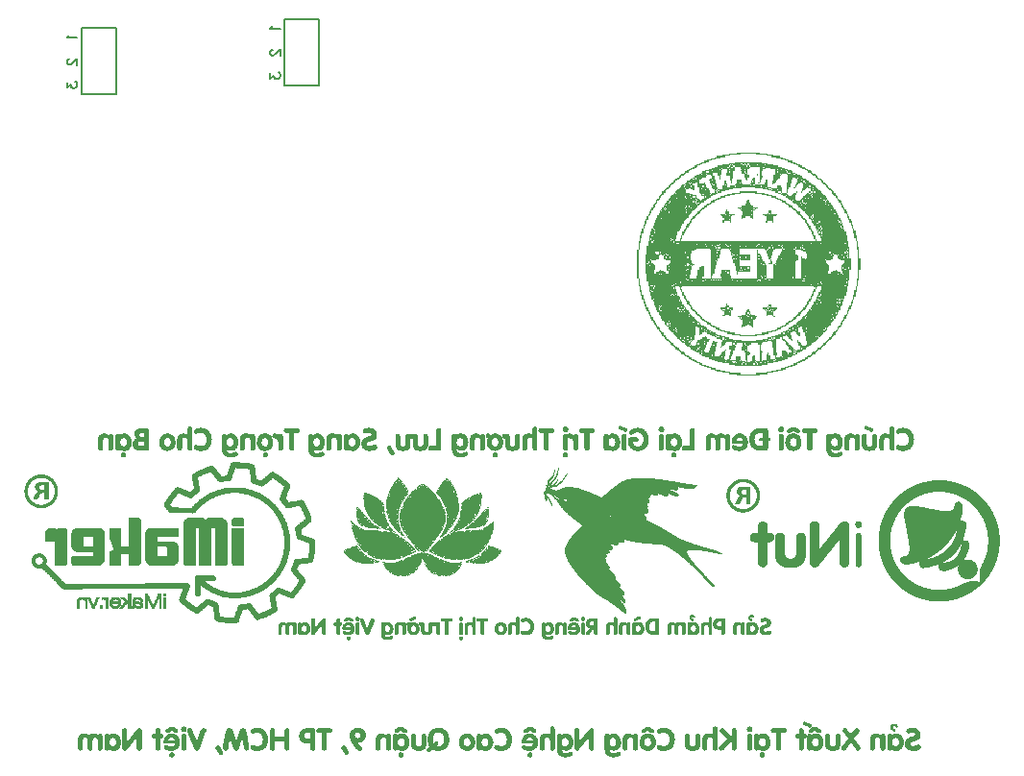
<source format=gbo>
G04*
G04 #@! TF.GenerationSoftware,Altium Limited,Altium Designer,20.2.6 (244)*
G04*
G04 Layer_Color=32896*
%FSTAX25Y25*%
%MOIN*%
G70*
G04*
G04 #@! TF.SameCoordinates,D37F4820-9CCB-4A9C-A827-6EB3CEA44CBB*
G04*
G04*
G04 #@! TF.FilePolarity,Positive*
G04*
G01*
G75*
%ADD15C,0.00500*%
G36*
X1223188Y0922737D02*
X1225245D01*
Y0922326D01*
X1227302D01*
Y0921914D01*
X1228948D01*
Y0921503D01*
X1230183D01*
Y0921092D01*
X1231006D01*
Y092068D01*
X123224D01*
Y0920269D01*
X1233474D01*
Y0919857D01*
X1233886D01*
Y0919446D01*
X1234709D01*
Y0919034D01*
X1235532D01*
Y0918623D01*
X1236355D01*
Y0918211D01*
X1237178D01*
Y09178D01*
X1237589D01*
Y0917388D01*
X1238412D01*
Y0916977D01*
X1238823D01*
Y0916566D01*
X1239646D01*
Y0916154D01*
X1240058D01*
Y0915743D01*
X1240469D01*
Y0915331D01*
X1241292D01*
Y091492D01*
X1241704D01*
Y0914508D01*
X1242115D01*
Y0914097D01*
X1242527D01*
Y0913685D01*
X1242938D01*
Y0913274D01*
X1243349D01*
Y0912862D01*
X1243761D01*
Y0912451D01*
X1244172D01*
Y0912039D01*
X1244584D01*
Y0911628D01*
X1244995D01*
Y0911217D01*
X1245407D01*
Y0910805D01*
X1245818D01*
Y0910394D01*
Y0909982D01*
X124623D01*
Y0909571D01*
X1246641D01*
Y0909159D01*
X1247053D01*
Y0908748D01*
Y0908336D01*
X1247464D01*
Y0907925D01*
X1247876D01*
Y0907513D01*
X1248287D01*
Y0907102D01*
Y090669D01*
X1248699D01*
Y0906279D01*
Y0905867D01*
X124911D01*
Y0905456D01*
X1249522D01*
Y0905044D01*
Y0904633D01*
X1249933D01*
Y0904222D01*
Y090381D01*
X1250344D01*
Y0903399D01*
Y0902987D01*
X1250756D01*
Y0902576D01*
Y0902164D01*
X1251167D01*
Y0901753D01*
Y0901341D01*
Y090093D01*
X1251579D01*
Y0900518D01*
Y0900107D01*
Y0899695D01*
X125199D01*
Y0899284D01*
Y0898873D01*
X1252402D01*
Y0898461D01*
Y089805D01*
Y0897638D01*
X1252813D01*
Y0897227D01*
Y0896815D01*
Y0896404D01*
Y0895992D01*
Y0895581D01*
X1253225D01*
Y0895169D01*
Y0894758D01*
Y0894347D01*
Y0893935D01*
Y0893524D01*
X1253636D01*
Y0893112D01*
Y0892701D01*
Y0892289D01*
Y0891878D01*
Y0891466D01*
Y0891055D01*
Y0890643D01*
Y0890232D01*
Y088982D01*
X1254048D01*
Y0889409D01*
Y0888997D01*
Y0888586D01*
Y0888175D01*
Y0887763D01*
Y0887352D01*
Y088694D01*
Y0886529D01*
Y0886117D01*
Y0885706D01*
X1253636D01*
Y0885294D01*
Y0884883D01*
Y0884471D01*
Y088406D01*
Y0883648D01*
Y0883237D01*
Y0882825D01*
Y0882414D01*
Y0882003D01*
X1253225D01*
Y0881591D01*
Y088118D01*
Y0880768D01*
Y0880357D01*
Y0879945D01*
X1252813D01*
Y0879534D01*
Y0879122D01*
Y0878711D01*
Y0878299D01*
Y0877888D01*
X1252402D01*
Y0877477D01*
Y0877065D01*
Y0876653D01*
X125199D01*
Y0876242D01*
Y0875831D01*
X1251579D01*
Y0875419D01*
Y0875008D01*
Y0874596D01*
X1251167D01*
Y0874185D01*
Y0873773D01*
Y0873362D01*
X1250756D01*
Y087295D01*
X1250344D01*
Y0872539D01*
Y0872127D01*
Y0871716D01*
X1249933D01*
Y0871305D01*
Y0870893D01*
X1249522D01*
Y0870482D01*
Y087007D01*
X124911D01*
Y0869659D01*
X1248699D01*
Y0869247D01*
Y0868836D01*
X1248287D01*
Y0869247D01*
X1247876D01*
Y0868836D01*
X1248287D01*
Y0868424D01*
Y0868013D01*
X1247876D01*
Y0867601D01*
X1247464D01*
Y086719D01*
X1247053D01*
Y0866778D01*
Y0866367D01*
X1246641D01*
Y0865956D01*
X124623D01*
Y0865544D01*
X1245818D01*
Y0865133D01*
Y0864721D01*
X1245407D01*
Y086431D01*
X1244995D01*
Y0863898D01*
X1244584D01*
Y0863487D01*
X1244172D01*
Y0863075D01*
X1243761D01*
Y0862664D01*
X1243349D01*
Y0862252D01*
X1242938D01*
Y0862664D01*
X1242527D01*
Y0862252D01*
X1242938D01*
Y0861841D01*
X1242527D01*
Y0861429D01*
X1242115D01*
Y0861018D01*
X1241704D01*
Y0860606D01*
X1241292D01*
Y0860195D01*
X1240469D01*
Y0859783D01*
X1240058D01*
Y0859372D01*
X1239646D01*
Y0858961D01*
X1238823D01*
Y0858549D01*
X1238412D01*
Y0858138D01*
X1237589D01*
Y0857726D01*
X1237178D01*
Y0857315D01*
X1236355D01*
Y0856903D01*
X1235532D01*
Y0856492D01*
X1234709D01*
Y0856903D01*
X1234297D01*
Y0856492D01*
X1234709D01*
Y085608D01*
X1233886D01*
Y0855669D01*
X1233474D01*
Y0855257D01*
X123224D01*
Y0854846D01*
X1231006D01*
Y0854434D01*
X1230183D01*
Y0854023D01*
X1228948D01*
Y0853612D01*
X1227302D01*
Y08532D01*
X1225245D01*
Y0852789D01*
X1223188D01*
Y0852377D01*
X1213724D01*
Y0852789D01*
X1211667D01*
Y08532D01*
X120961D01*
Y0853612D01*
X1207964D01*
Y0854023D01*
X1206729D01*
Y0854434D01*
X1205906D01*
Y0854846D01*
X1204672D01*
Y0855257D01*
X1203438D01*
Y0855669D01*
X1202615D01*
Y085608D01*
X1202203D01*
Y0856492D01*
X120138D01*
Y0856903D01*
X1200557D01*
Y0857315D01*
X1199734D01*
Y0857726D01*
X1199323D01*
Y0858138D01*
X11985D01*
Y0858549D01*
X1198088D01*
Y0858961D01*
X1197266D01*
Y0859372D01*
X1196854D01*
Y0859783D01*
X1196443D01*
Y0860195D01*
X119562D01*
Y0860606D01*
X1195208D01*
Y0861018D01*
X1194797D01*
Y0861429D01*
X1194385D01*
Y0861841D01*
X1193974D01*
Y0862252D01*
X1193562D01*
Y0862664D01*
X1193151D01*
Y0863075D01*
X1192739D01*
Y0863487D01*
X1192328D01*
Y0863898D01*
X1191917D01*
Y086431D01*
X1191505D01*
Y0864721D01*
X1191094D01*
Y0865133D01*
X1190682D01*
Y0865544D01*
Y0865956D01*
X1190271D01*
Y0866367D01*
X1189859D01*
Y0866778D01*
X1189448D01*
Y086719D01*
Y0867601D01*
X1189036D01*
Y0868013D01*
X1188625D01*
Y0868424D01*
Y0868836D01*
X1188213D01*
Y0869247D01*
Y0869659D01*
X1187802D01*
Y087007D01*
X1187391D01*
Y0870482D01*
Y0870893D01*
X1186979D01*
Y0871305D01*
Y0871716D01*
X1186568D01*
Y0872127D01*
Y0872539D01*
X1186156D01*
Y087295D01*
Y0873362D01*
X1185745D01*
Y0873773D01*
Y0874185D01*
Y0874596D01*
X1185333D01*
Y0875008D01*
Y0875419D01*
X1184922D01*
Y0875831D01*
Y0876242D01*
Y0876653D01*
X118451D01*
Y0877065D01*
Y0877477D01*
Y0877888D01*
X1184099D01*
Y0878299D01*
Y0878711D01*
Y0879122D01*
Y0879534D01*
Y0879945D01*
X1183687D01*
Y0880357D01*
Y0880768D01*
Y088118D01*
Y0881591D01*
X1183276D01*
Y0882003D01*
Y0882414D01*
Y0882825D01*
Y0883237D01*
Y0883648D01*
Y088406D01*
Y0884471D01*
X1182864D01*
Y0884883D01*
Y0885294D01*
Y0885706D01*
Y0886117D01*
Y0886529D01*
Y088694D01*
Y0887352D01*
Y0887763D01*
Y0888175D01*
Y0888586D01*
Y0888997D01*
Y0889409D01*
Y088982D01*
Y0890232D01*
Y0890643D01*
Y0891055D01*
X1183276D01*
Y0891466D01*
Y0891878D01*
Y0892289D01*
Y0892701D01*
Y0893112D01*
Y0893524D01*
Y0893935D01*
X1183687D01*
Y0894347D01*
Y0894758D01*
Y0895169D01*
Y0895581D01*
X1184099D01*
Y0895992D01*
Y0896404D01*
Y0896815D01*
Y0897227D01*
Y0897638D01*
X118451D01*
Y089805D01*
Y0898461D01*
Y0898873D01*
X1184922D01*
Y0899284D01*
Y0899695D01*
Y0900107D01*
X1185333D01*
Y0899695D01*
X1185745D01*
Y0899284D01*
X1186156D01*
Y0899695D01*
X1185745D01*
Y0900107D01*
X1185333D01*
Y0900518D01*
Y090093D01*
X1185745D01*
Y0901341D01*
Y0901753D01*
Y0902164D01*
X1186156D01*
Y0902576D01*
Y0902987D01*
X1186568D01*
Y0903399D01*
Y090381D01*
X1186979D01*
Y0904222D01*
Y0904633D01*
X1187391D01*
Y0905044D01*
Y0905456D01*
X1187802D01*
Y0905867D01*
Y0906279D01*
X1188213D01*
Y0905867D01*
X1188625D01*
Y0906279D01*
X1188213D01*
Y090669D01*
X1188625D01*
Y0907102D01*
Y0907513D01*
X1189036D01*
Y0907925D01*
X1189448D01*
Y0908336D01*
Y0908748D01*
X1189859D01*
Y0909159D01*
X1190271D01*
Y0909571D01*
X1190682D01*
Y0909982D01*
Y0910394D01*
X1191094D01*
Y0910805D01*
X1191505D01*
Y0911217D01*
X1191917D01*
Y0911628D01*
X1192328D01*
Y0912039D01*
X1192739D01*
Y0912451D01*
X1193151D01*
Y0912039D01*
X1193562D01*
Y0912451D01*
X1193151D01*
Y0912862D01*
X1193562D01*
Y0913274D01*
X1193974D01*
Y0913685D01*
X1194385D01*
Y0914097D01*
X1194797D01*
Y0914508D01*
X1195208D01*
Y091492D01*
X119562D01*
Y0915331D01*
X1196443D01*
Y091492D01*
X1196854D01*
Y0915331D01*
X1196443D01*
Y0915743D01*
X1196854D01*
Y0916154D01*
X1197266D01*
Y0916566D01*
X1198088D01*
Y0916977D01*
X11985D01*
Y0917388D01*
X1199323D01*
Y0916977D01*
X1199734D01*
Y0917388D01*
X1199323D01*
Y09178D01*
X1199734D01*
Y0918211D01*
X1200557D01*
Y0918623D01*
X120138D01*
Y0919034D01*
X1202203D01*
Y0918623D01*
X1202615D01*
Y0919034D01*
X1202203D01*
Y0919446D01*
X1202615D01*
Y0919857D01*
X1203438D01*
Y0920269D01*
X1204672D01*
Y092068D01*
X1205906D01*
Y0921092D01*
X1206729D01*
Y0921503D01*
X1207964D01*
Y0921914D01*
X120961D01*
Y0922326D01*
X1211667D01*
Y0922737D01*
X1213724D01*
Y0923149D01*
X1223188D01*
Y0922737D01*
D02*
G37*
G36*
X1183687Y090381D02*
Y0903399D01*
Y0902987D01*
X1183276D01*
Y0902576D01*
Y0902164D01*
Y0901753D01*
X1182864D01*
Y0901341D01*
Y090093D01*
X1182453D01*
Y0900518D01*
Y0900107D01*
X1182041D01*
Y0900518D01*
Y090093D01*
Y0901341D01*
X1182453D01*
Y0901753D01*
Y0902164D01*
Y0902576D01*
X1182864D01*
Y0902987D01*
Y0903399D01*
X1183276D01*
Y090381D01*
Y0904222D01*
X1183687D01*
Y090381D01*
D02*
G37*
G36*
X1182041Y0899695D02*
Y0899284D01*
Y0898873D01*
Y0898461D01*
X118163D01*
Y089805D01*
Y0897638D01*
Y0897227D01*
Y0896815D01*
X1181219D01*
Y0896404D01*
Y0895992D01*
Y0895581D01*
Y0895169D01*
X1180807D01*
Y0894758D01*
Y0894347D01*
Y0893935D01*
Y0893524D01*
Y0893112D01*
Y0892701D01*
X1180396D01*
Y0893112D01*
Y0893524D01*
Y0893935D01*
Y0894347D01*
Y0894758D01*
Y0895169D01*
Y0895581D01*
X1180807D01*
Y0895992D01*
Y0896404D01*
Y0896815D01*
Y0897227D01*
Y0897638D01*
X1181219D01*
Y089805D01*
Y0898461D01*
Y0898873D01*
X118163D01*
Y0899284D01*
Y0899695D01*
Y0900107D01*
X1182041D01*
Y0899695D01*
D02*
G37*
G36*
X1222365Y0926029D02*
X1225245D01*
Y0925618D01*
X1227302D01*
Y0925206D01*
X122936D01*
Y0924795D01*
X1230594D01*
Y0924383D01*
X1231417D01*
Y0923972D01*
X1232651D01*
Y092356D01*
X1233886D01*
Y0923149D01*
X1234709D01*
Y0922737D01*
X1235532D01*
Y0922326D01*
X1236355D01*
Y0921914D01*
X1237177D01*
Y0921503D01*
X1238D01*
Y0921092D01*
X1238412D01*
Y092068D01*
X1239235D01*
Y0920269D01*
X1240058D01*
Y0919857D01*
X1240469D01*
Y0919446D01*
X1240881D01*
Y0919034D01*
X1241704D01*
Y0918623D01*
X1242115D01*
Y0918211D01*
X1242527D01*
Y09178D01*
X1242938D01*
Y0917388D01*
X1243761D01*
Y0916977D01*
X1244172D01*
Y0916566D01*
X1244584D01*
Y0916154D01*
X1244995D01*
Y0915743D01*
X1245407D01*
Y0915331D01*
X1245818D01*
Y091492D01*
X124623D01*
Y0914508D01*
X1246641D01*
Y0914097D01*
X1247053D01*
Y0913685D01*
X1247464D01*
Y0913274D01*
X1247876D01*
Y0912862D01*
X1248287D01*
Y0912451D01*
X1248699D01*
Y0912039D01*
Y0911628D01*
X124911D01*
Y0911217D01*
X1249522D01*
Y0910805D01*
Y0910394D01*
X1249933D01*
Y0909982D01*
X1250344D01*
Y0909571D01*
X1250756D01*
Y0909159D01*
Y0908748D01*
X1251167D01*
Y0908336D01*
Y0907925D01*
X1251579D01*
Y0907513D01*
X125199D01*
Y0907102D01*
Y090669D01*
X1252402D01*
Y0906279D01*
Y0905867D01*
X1252813D01*
Y0905456D01*
Y0905044D01*
X1253225D01*
Y0904633D01*
Y0904222D01*
X1253636D01*
Y090381D01*
Y0903399D01*
X1254048D01*
Y0902987D01*
Y0902576D01*
X1254459D01*
Y0902164D01*
Y0901753D01*
Y0901341D01*
X1254871D01*
Y090093D01*
Y0900518D01*
Y0900107D01*
X1255282D01*
Y0899695D01*
Y0899284D01*
X1255693D01*
Y0898873D01*
Y0898461D01*
Y089805D01*
Y0897638D01*
X1256105D01*
Y0897227D01*
Y0896815D01*
Y0896404D01*
Y0895992D01*
Y0895581D01*
X1256516D01*
Y0895169D01*
Y0894758D01*
Y0894347D01*
Y0893935D01*
Y0893524D01*
X1256928D01*
Y0893112D01*
Y0892701D01*
Y0892289D01*
Y0891878D01*
Y0891466D01*
Y0891055D01*
Y0890643D01*
Y0890232D01*
Y088982D01*
X1257339D01*
Y0889409D01*
Y0888997D01*
Y0888586D01*
Y0888175D01*
Y0887763D01*
Y0887352D01*
Y088694D01*
Y0886529D01*
Y0886117D01*
Y0885706D01*
X1256928D01*
Y0885294D01*
Y0884883D01*
Y0884471D01*
Y088406D01*
Y0883648D01*
Y0883237D01*
Y0882825D01*
Y0882414D01*
Y0882003D01*
X1256516D01*
Y0881591D01*
Y088118D01*
Y0880768D01*
Y0880357D01*
Y0879945D01*
X1256105D01*
Y0880357D01*
Y0880768D01*
Y088118D01*
Y0881591D01*
Y0882003D01*
Y0882414D01*
Y0882825D01*
X1256516D01*
Y0883237D01*
Y0883648D01*
Y088406D01*
Y0884471D01*
Y0884883D01*
Y0885294D01*
Y0885706D01*
Y0886117D01*
Y0886529D01*
Y088694D01*
Y0887352D01*
Y0887763D01*
Y0888175D01*
Y0888586D01*
Y0888997D01*
Y0889409D01*
Y088982D01*
Y0890232D01*
Y0890643D01*
Y0891055D01*
Y0891466D01*
Y0891878D01*
Y0892289D01*
Y0892701D01*
X1256105D01*
Y0893112D01*
Y0893524D01*
Y0893935D01*
Y0894347D01*
Y0894758D01*
Y0895169D01*
Y0895581D01*
X1255693D01*
Y0895992D01*
Y0896404D01*
Y0896815D01*
X1255282D01*
Y0897227D01*
Y0897638D01*
Y089805D01*
Y0898461D01*
X1254871D01*
Y0898873D01*
Y0899284D01*
Y0899695D01*
Y0900107D01*
X1254459D01*
Y0900518D01*
Y090093D01*
X1254048D01*
Y0901341D01*
Y0901753D01*
Y0902164D01*
X1253636D01*
Y0902576D01*
Y0902987D01*
X1253225D01*
Y0903399D01*
Y090381D01*
X1252813D01*
Y0904222D01*
Y0904633D01*
Y0905044D01*
X1252402D01*
Y0905456D01*
X125199D01*
Y0905867D01*
Y0906279D01*
X1251579D01*
Y090669D01*
Y0907102D01*
X1251167D01*
Y0907513D01*
X1250756D01*
Y0907925D01*
Y0908336D01*
X1250344D01*
Y0908748D01*
Y0909159D01*
X1249933D01*
Y0909571D01*
X1249522D01*
Y0909982D01*
Y0910394D01*
X124911D01*
Y0910805D01*
X1248699D01*
Y0911217D01*
X1248287D01*
Y0911628D01*
X1247876D01*
Y0912039D01*
X1247464D01*
Y0912451D01*
Y0912862D01*
X1247053D01*
Y0913274D01*
X1246641D01*
Y0913685D01*
X124623D01*
Y0914097D01*
X1245818D01*
Y0914508D01*
X1245407D01*
Y091492D01*
X1244995D01*
Y0915331D01*
X1244584D01*
Y0915743D01*
X1244172D01*
Y0916154D01*
X1243761D01*
Y0916566D01*
X1243349D01*
Y0916977D01*
X1242527D01*
Y0917388D01*
X1242115D01*
Y09178D01*
X1241704D01*
Y0918211D01*
X1240881D01*
Y0918623D01*
X1240469D01*
Y0919034D01*
X1240058D01*
Y0919446D01*
X1239235D01*
Y0919857D01*
X1238823D01*
Y0920269D01*
X1238D01*
Y092068D01*
X1237177D01*
Y0921092D01*
X1236355D01*
Y0921503D01*
X1235943D01*
Y0921914D01*
X123512D01*
Y0922326D01*
X1234297D01*
Y0922737D01*
X1233063D01*
Y0923149D01*
X123224D01*
Y092356D01*
X1231006D01*
Y0923972D01*
X1229771D01*
Y0924383D01*
X1228125D01*
Y0924795D01*
X122648D01*
Y0925206D01*
X1224834D01*
Y0925618D01*
X122113D01*
Y0926029D01*
X1215781D01*
Y0925618D01*
X1212078D01*
Y0925206D01*
X1210432D01*
Y0924795D01*
X1208787D01*
Y0924383D01*
X1207141D01*
Y0923972D01*
X1205906D01*
Y092356D01*
X1204672D01*
Y0923149D01*
X1203849D01*
Y0922737D01*
X1202615D01*
Y0922326D01*
X1201792D01*
Y0921914D01*
X1200969D01*
Y0921503D01*
X1200557D01*
Y0921092D01*
X1199734D01*
Y092068D01*
X1198911D01*
Y0920269D01*
X1198088D01*
Y0919857D01*
X1197677D01*
Y0919446D01*
X1196854D01*
Y0919034D01*
X1196443D01*
Y0918623D01*
X1196031D01*
Y0918211D01*
X1195208D01*
Y09178D01*
X1194797D01*
Y0917388D01*
X1194385D01*
Y0916977D01*
X1193974D01*
Y0916566D01*
X1193151D01*
Y0916154D01*
X1192739D01*
Y0915743D01*
X1192328D01*
Y0915331D01*
X1191917D01*
Y091492D01*
X1191505D01*
Y0914508D01*
X1191094D01*
Y0914097D01*
X1190682D01*
Y0913685D01*
X1190271D01*
Y0913274D01*
X1189859D01*
Y0912862D01*
Y0912451D01*
X1189036D01*
Y0912039D01*
Y0911628D01*
X1188625D01*
Y0911217D01*
X1188213D01*
Y0910805D01*
X1187802D01*
Y0910394D01*
Y0909982D01*
X1187391D01*
Y0909571D01*
X1186979D01*
Y0909159D01*
Y0908748D01*
X1186568D01*
Y0908336D01*
X1186156D01*
Y0907925D01*
Y0907513D01*
X1185745D01*
Y0907102D01*
X1185333D01*
Y090669D01*
Y0906279D01*
X1184922D01*
Y0905867D01*
Y0905456D01*
X118451D01*
Y0905044D01*
Y0904633D01*
X1184099D01*
Y0904222D01*
X1183687D01*
Y0904633D01*
Y0905044D01*
X1184099D01*
Y0905456D01*
Y0905867D01*
X118451D01*
Y0906279D01*
Y090669D01*
X1184922D01*
Y0907102D01*
Y0907513D01*
X1185333D01*
Y0907925D01*
Y0908336D01*
X1185745D01*
Y0908748D01*
X1186156D01*
Y0909159D01*
X1186568D01*
Y0909571D01*
Y0909982D01*
X1186979D01*
Y0910394D01*
X1187391D01*
Y0910805D01*
Y0911217D01*
X1187802D01*
Y0911628D01*
X1188213D01*
Y0912039D01*
X1188625D01*
Y0912451D01*
Y0912862D01*
X1189036D01*
Y0913274D01*
X1189448D01*
Y0913685D01*
X1189859D01*
Y0914097D01*
X1190271D01*
Y0914508D01*
X1190682D01*
Y091492D01*
X1191094D01*
Y0915331D01*
X1191505D01*
Y0915743D01*
X1191917D01*
Y0916154D01*
X1192328D01*
Y0916566D01*
X1192739D01*
Y0916977D01*
X1193151D01*
Y0917388D01*
X1193974D01*
Y09178D01*
X1194385D01*
Y0918211D01*
X1194797D01*
Y0918623D01*
X1195208D01*
Y0919034D01*
X1196031D01*
Y0919446D01*
X1196443D01*
Y0919857D01*
X1197266D01*
Y0920269D01*
X1197677D01*
Y092068D01*
X11985D01*
Y0921092D01*
X1199323D01*
Y0921503D01*
X1199734D01*
Y0921914D01*
X1200557D01*
Y0922326D01*
X120138D01*
Y0922737D01*
X1202203D01*
Y0923149D01*
X1203026D01*
Y092356D01*
X1204261D01*
Y0923972D01*
X1205495D01*
Y0924383D01*
X1206729D01*
Y0924795D01*
X1207552D01*
Y0925206D01*
X120961D01*
Y0925618D01*
X1211667D01*
Y0926029D01*
X1214547D01*
Y0926441D01*
X1222365D01*
Y0926029D01*
D02*
G37*
G36*
X1256105Y0879534D02*
Y0879122D01*
Y0878711D01*
Y0878299D01*
Y0877888D01*
X1255693D01*
Y0877477D01*
Y0877065D01*
Y0876653D01*
Y0876242D01*
X1255282D01*
Y0875831D01*
Y0875419D01*
X1254871D01*
Y0875831D01*
Y0876242D01*
Y0876653D01*
Y0877065D01*
X1255282D01*
Y0877477D01*
Y0877888D01*
Y0878299D01*
Y0878711D01*
X1255693D01*
Y0879122D01*
Y0879534D01*
Y0879945D01*
X1256105D01*
Y0879534D01*
D02*
G37*
G36*
X1254871Y0875008D02*
Y0874596D01*
Y0874185D01*
X1254459D01*
Y0873773D01*
Y0873362D01*
Y087295D01*
X1254048D01*
Y0872539D01*
Y0872127D01*
X1253636D01*
Y0871716D01*
Y0871305D01*
X1253225D01*
Y0870893D01*
Y0870482D01*
X1252813D01*
Y0870893D01*
Y0871305D01*
Y0871716D01*
X1253225D01*
Y0872127D01*
Y0872539D01*
X1253636D01*
Y087295D01*
Y0873362D01*
X1254048D01*
Y0873773D01*
Y0874185D01*
Y0874596D01*
X1254459D01*
Y0875008D01*
Y0875419D01*
X1254871D01*
Y0875008D01*
D02*
G37*
G36*
X1252813Y087007D02*
Y0869659D01*
X1252402D01*
Y0869247D01*
Y0868836D01*
X125199D01*
Y0868424D01*
Y0868013D01*
X1251579D01*
Y0867601D01*
X1251167D01*
Y086719D01*
Y0866778D01*
X1250756D01*
Y0866367D01*
Y0865956D01*
X1250344D01*
Y0865544D01*
X1249933D01*
Y0865133D01*
X1249522D01*
Y0865544D01*
Y0865956D01*
X1249933D01*
Y0866367D01*
X1250344D01*
Y0866778D01*
Y086719D01*
X1250756D01*
Y0867601D01*
Y0868013D01*
X1251167D01*
Y0868424D01*
X1251579D01*
Y0868836D01*
Y0869247D01*
X125199D01*
Y0869659D01*
Y087007D01*
X1252402D01*
Y0870482D01*
X1252813D01*
Y087007D01*
D02*
G37*
G36*
X1180396Y0892289D02*
Y0891878D01*
Y0891466D01*
Y0891055D01*
Y0890643D01*
Y0890232D01*
Y088982D01*
Y0889409D01*
Y0888997D01*
Y0888586D01*
Y0888175D01*
Y0887763D01*
Y0887352D01*
Y088694D01*
Y0886529D01*
Y0886117D01*
Y0885706D01*
Y0885294D01*
Y0884883D01*
Y0884471D01*
Y088406D01*
Y0883648D01*
Y0883237D01*
Y0882825D01*
X1180807D01*
Y0882414D01*
Y0882003D01*
Y0881591D01*
Y088118D01*
Y0880768D01*
Y0880357D01*
X1181219D01*
Y0879945D01*
Y0879534D01*
Y0879122D01*
Y0878711D01*
X118163D01*
Y0878299D01*
Y0877888D01*
Y0877477D01*
Y0877065D01*
X1182041D01*
Y0876653D01*
Y0876242D01*
Y0875831D01*
X1182453D01*
Y0875419D01*
Y0875008D01*
Y0874596D01*
X1182864D01*
Y0874185D01*
Y0873773D01*
X1183276D01*
Y0873362D01*
Y087295D01*
Y0872539D01*
X1183687D01*
Y0872127D01*
Y0871716D01*
X1184099D01*
Y0871305D01*
Y0870893D01*
X118451D01*
Y0870482D01*
Y087007D01*
X1184922D01*
Y0869659D01*
Y0869247D01*
X1185333D01*
Y0868836D01*
Y0868424D01*
X1185745D01*
Y0868013D01*
X1186156D01*
Y0867601D01*
Y086719D01*
X1186568D01*
Y0866778D01*
X1186979D01*
Y0866367D01*
Y0865956D01*
X1187391D01*
Y0865544D01*
X1187802D01*
Y0865133D01*
Y0864721D01*
X1188213D01*
Y086431D01*
X1188625D01*
Y0863898D01*
X1189036D01*
Y0863487D01*
Y0863075D01*
X1189859D01*
Y0862664D01*
Y0862252D01*
X1190271D01*
Y0861841D01*
X1190682D01*
Y0861429D01*
X1191094D01*
Y0861018D01*
X1191505D01*
Y0860606D01*
X1191917D01*
Y0860195D01*
X1192328D01*
Y0859783D01*
X1192739D01*
Y0859372D01*
X1193151D01*
Y0858961D01*
X1193974D01*
Y0858549D01*
X1194385D01*
Y0858138D01*
X1194797D01*
Y0857726D01*
X1195208D01*
Y0857315D01*
X1196031D01*
Y0856903D01*
X1196443D01*
Y0856492D01*
X1196854D01*
Y085608D01*
X1197677D01*
Y0855669D01*
X1198088D01*
Y0855257D01*
X1198911D01*
Y0854846D01*
X1199734D01*
Y0854434D01*
X1200557D01*
Y0854023D01*
X1200969D01*
Y0853612D01*
X1201792D01*
Y08532D01*
X1202615D01*
Y0852789D01*
X1203849D01*
Y0852377D01*
X1204672D01*
Y0851966D01*
X1205906D01*
Y0851554D01*
X1207141D01*
Y0851143D01*
X1208787D01*
Y0850731D01*
X1210432D01*
Y085032D01*
X1212078D01*
Y0849908D01*
X1215781D01*
Y0849497D01*
X122113D01*
Y0849908D01*
X1224834D01*
Y085032D01*
X122648D01*
Y0850731D01*
X1228125D01*
Y0851143D01*
X1229771D01*
Y0851554D01*
X1231006D01*
Y0851966D01*
X123224D01*
Y0852377D01*
X1233063D01*
Y0852789D01*
X1234297D01*
Y08532D01*
X123512D01*
Y0853612D01*
X1235943D01*
Y0854023D01*
X1236355D01*
Y0854434D01*
X1237177D01*
Y0854846D01*
X1238D01*
Y0855257D01*
X1238823D01*
Y0855669D01*
X1239235D01*
Y085608D01*
X1240058D01*
Y0856492D01*
X1240469D01*
Y0856903D01*
X1240881D01*
Y0857315D01*
X1241704D01*
Y0857726D01*
X1242115D01*
Y0858138D01*
X1242527D01*
Y0858549D01*
X1243349D01*
Y0858961D01*
X1243761D01*
Y0859372D01*
X1244172D01*
Y0859783D01*
X1244584D01*
Y0860195D01*
X1244995D01*
Y0860606D01*
X1245407D01*
Y0861018D01*
X1245818D01*
Y0861429D01*
X124623D01*
Y0861841D01*
X1246641D01*
Y0862252D01*
X1247053D01*
Y0862664D01*
X1247464D01*
Y0863075D01*
Y0863487D01*
X1247876D01*
Y0863898D01*
X1248287D01*
Y086431D01*
X1248699D01*
Y0864721D01*
X124911D01*
Y0865133D01*
X1249522D01*
Y0864721D01*
Y086431D01*
X124911D01*
Y0863898D01*
X1248699D01*
Y0863487D01*
Y0863075D01*
X1248287D01*
Y0862664D01*
X1247876D01*
Y0862252D01*
X1247464D01*
Y0861841D01*
X1247053D01*
Y0861429D01*
X1246641D01*
Y0861018D01*
X124623D01*
Y0860606D01*
X1245818D01*
Y0860195D01*
X1245407D01*
Y0859783D01*
X1244995D01*
Y0859372D01*
X1244584D01*
Y0858961D01*
X1244172D01*
Y0858549D01*
X1243761D01*
Y0858138D01*
X1242938D01*
Y0857726D01*
X1242527D01*
Y0857315D01*
X1242115D01*
Y0856903D01*
X1241704D01*
Y0856492D01*
X1240881D01*
Y085608D01*
X1240469D01*
Y0855669D01*
X1240058D01*
Y0855257D01*
X1239235D01*
Y0854846D01*
X1238412D01*
Y0854434D01*
X1238D01*
Y0854023D01*
X1237177D01*
Y0853612D01*
X1236355D01*
Y08532D01*
X1235532D01*
Y0852789D01*
X1234709D01*
Y0852377D01*
X1233886D01*
Y0851966D01*
X1232651D01*
Y0851554D01*
X1231417D01*
Y0851143D01*
X1230594D01*
Y0850731D01*
X1228948D01*
Y085032D01*
X1227302D01*
Y0849908D01*
X1225245D01*
Y0849497D01*
X1222365D01*
Y0849086D01*
X1214547D01*
Y0849497D01*
X1211667D01*
Y0849908D01*
X120961D01*
Y085032D01*
X1207552D01*
Y0850731D01*
X1206729D01*
Y0851143D01*
X1205495D01*
Y0851554D01*
X1204261D01*
Y0851966D01*
X1203026D01*
Y0852377D01*
X1202203D01*
Y0852789D01*
X120138D01*
Y08532D01*
X1200557D01*
Y0853612D01*
X1199734D01*
Y0854023D01*
X1199323D01*
Y0854434D01*
X11985D01*
Y0854846D01*
X1197677D01*
Y0855257D01*
X1197266D01*
Y0855669D01*
X1196443D01*
Y085608D01*
X1196031D01*
Y0856492D01*
X1195208D01*
Y0856903D01*
X1194797D01*
Y0857315D01*
X1194385D01*
Y0857726D01*
X1193974D01*
Y0858138D01*
X1193151D01*
Y0858549D01*
X1192739D01*
Y0858961D01*
X1192328D01*
Y0859372D01*
X1191917D01*
Y0859783D01*
X1191505D01*
Y0860195D01*
X1191094D01*
Y0860606D01*
X1190682D01*
Y0861018D01*
X1190271D01*
Y0861429D01*
X1189859D01*
Y0861841D01*
X1189448D01*
Y0862252D01*
X1189036D01*
Y0862664D01*
X1188625D01*
Y0863075D01*
Y0863487D01*
X1188213D01*
Y0863898D01*
X1187802D01*
Y086431D01*
X1187391D01*
Y0864721D01*
Y0865133D01*
X1186979D01*
Y0865544D01*
X1186568D01*
Y0865956D01*
Y0866367D01*
X1186156D01*
Y0866778D01*
X1185745D01*
Y086719D01*
X1185333D01*
Y0867601D01*
Y0868013D01*
X1184922D01*
Y0868424D01*
Y0868836D01*
X118451D01*
Y0869247D01*
Y0869659D01*
X1184099D01*
Y087007D01*
Y0870482D01*
X1183687D01*
Y0870893D01*
Y0871305D01*
X1183276D01*
Y0871716D01*
Y0872127D01*
X1182864D01*
Y0872539D01*
Y087295D01*
X1182453D01*
Y0873362D01*
Y0873773D01*
Y0874185D01*
X1182041D01*
Y0874596D01*
Y0875008D01*
Y0875419D01*
X118163D01*
Y0875831D01*
Y0876242D01*
Y0876653D01*
X1181219D01*
Y0877065D01*
Y0877477D01*
Y0877888D01*
X1180807D01*
Y0878299D01*
Y0878711D01*
Y0879122D01*
Y0879534D01*
Y0879945D01*
X1180396D01*
Y0880357D01*
Y0880768D01*
Y088118D01*
Y0881591D01*
Y0882003D01*
Y0882414D01*
Y0882825D01*
X1179984D01*
Y0883237D01*
Y0883648D01*
Y088406D01*
Y0884471D01*
Y0884883D01*
Y0885294D01*
Y0885706D01*
Y0886117D01*
Y0886529D01*
Y088694D01*
Y0887352D01*
Y0887763D01*
Y0888175D01*
Y0888586D01*
Y0888997D01*
Y0889409D01*
Y088982D01*
Y0890232D01*
Y0890643D01*
Y0891055D01*
Y0891466D01*
Y0891878D01*
Y0892289D01*
Y0892701D01*
X1180396D01*
Y0892289D01*
D02*
G37*
G36*
X1042319Y0818792D02*
X1043611D01*
Y0818663D01*
X1044515D01*
Y0818534D01*
X1045419D01*
Y0818404D01*
X1046065D01*
Y0818275D01*
X1046582D01*
Y0818146D01*
X104684D01*
Y0818017D01*
X1046969D01*
Y0817888D01*
X1047098D01*
Y0817759D01*
X1047227D01*
Y0817629D01*
Y08175D01*
Y0817371D01*
Y0817242D01*
Y0817113D01*
X1047357D01*
Y0816984D01*
Y0816854D01*
Y0816725D01*
Y0816596D01*
Y0816467D01*
Y0816338D01*
Y0816209D01*
X1047486D01*
Y0816079D01*
Y081595D01*
Y0815821D01*
Y0815692D01*
Y0815563D01*
Y0815434D01*
Y0815304D01*
X1047615D01*
Y0815175D01*
Y0815046D01*
Y0814917D01*
Y0814788D01*
Y0814659D01*
Y0814529D01*
Y08144D01*
X1047744D01*
Y0814271D01*
Y0814142D01*
Y0814013D01*
Y0813884D01*
Y0813754D01*
Y0813625D01*
Y0813496D01*
X1047873D01*
Y0813367D01*
Y0813238D01*
Y0813109D01*
X1048261D01*
Y0812979D01*
X1048648D01*
Y081285D01*
X1048907D01*
Y0812721D01*
X1049294D01*
Y0812592D01*
X1049552D01*
Y0812721D01*
X1049682D01*
Y081285D01*
X104994D01*
Y0812979D01*
X1050069D01*
Y0813109D01*
X1050198D01*
Y0813238D01*
X1050327D01*
Y0813367D01*
X1050457D01*
Y0813496D01*
X1050715D01*
Y0813625D01*
X1050844D01*
Y0813754D01*
X1050973D01*
Y0813884D01*
X1051102D01*
Y0814013D01*
X1051232D01*
Y0814142D01*
X105149D01*
Y0814271D01*
X1051619D01*
Y08144D01*
X1051748D01*
Y0814529D01*
X1051877D01*
Y0814659D01*
X1052007D01*
Y0814788D01*
X1052136D01*
Y0814917D01*
X1052394D01*
Y0815046D01*
X1052523D01*
Y0815175D01*
X1052652D01*
Y0815304D01*
X1052782D01*
Y0815434D01*
X1053169D01*
Y0815563D01*
X1053686D01*
Y0815434D01*
X1053944D01*
Y0815304D01*
X1054202D01*
Y0815175D01*
X1054332D01*
Y0815046D01*
X105459D01*
Y0814917D01*
X1054848D01*
Y0814788D01*
X1054978D01*
Y0814659D01*
X1055236D01*
Y0814529D01*
X1055494D01*
Y08144D01*
X1055623D01*
Y0814271D01*
X1055882D01*
Y0814142D01*
X1056011D01*
Y0814013D01*
X105614D01*
Y0813884D01*
X1056398D01*
Y0813754D01*
X1056528D01*
Y0813625D01*
X1056786D01*
Y0813496D01*
X1056915D01*
Y0813367D01*
X1057044D01*
Y0813238D01*
X1057302D01*
Y0813109D01*
X1057432D01*
Y0812979D01*
X1057561D01*
Y081285D01*
X1057819D01*
Y0812721D01*
X1057948D01*
Y0812592D01*
X1058078D01*
Y0812463D01*
X1058207D01*
Y0812334D01*
X1058336D01*
Y0812204D01*
X1058594D01*
Y0812075D01*
X1058723D01*
Y0811946D01*
X1058852D01*
Y0811817D01*
X1058982D01*
Y0811688D01*
X1059111D01*
Y0811559D01*
X105924D01*
Y0811429D01*
X1059369D01*
Y08113D01*
X1059498D01*
Y0811171D01*
Y0811042D01*
X1059628D01*
Y0810913D01*
Y0810783D01*
Y0810654D01*
Y0810525D01*
Y0810396D01*
X1059498D01*
Y0810267D01*
Y0810138D01*
X1059369D01*
Y0810009D01*
Y0809879D01*
Y080975D01*
X105924D01*
Y0809621D01*
Y0809492D01*
X1059111D01*
Y0809363D01*
Y0809233D01*
Y0809104D01*
X1058982D01*
Y0808975D01*
Y0808846D01*
X1058852D01*
Y0808717D01*
Y0808588D01*
Y0808459D01*
X1058723D01*
Y0808329D01*
Y08082D01*
X1058594D01*
Y0808071D01*
Y0807942D01*
Y0807813D01*
X1058465D01*
Y0807683D01*
Y0807554D01*
X1058336D01*
Y0807425D01*
Y0807296D01*
Y0807167D01*
X1058207D01*
Y0807038D01*
Y0806909D01*
X1058078D01*
Y0806779D01*
Y080665D01*
Y0806521D01*
X1057948D01*
Y0806392D01*
X1058078D01*
Y0806263D01*
X1058207D01*
Y0806133D01*
Y0806004D01*
X1058336D01*
Y0805875D01*
X1058465D01*
Y0805746D01*
X1058594D01*
Y0805617D01*
X1058723D01*
Y0805488D01*
X1058852D01*
Y0805359D01*
Y0805229D01*
X1058982D01*
Y08051D01*
X1059628D01*
Y0805229D01*
X1060273D01*
Y0805359D01*
X1061048D01*
Y0805488D01*
X1061823D01*
Y0805617D01*
X1062469D01*
Y0805746D01*
X1063244D01*
Y0805875D01*
X1063503D01*
Y0805746D01*
X106389D01*
Y0805617D01*
X1064148D01*
Y0805488D01*
X1064278D01*
Y0805359D01*
Y0805229D01*
X1064407D01*
Y08051D01*
Y0804971D01*
X1064536D01*
Y0804842D01*
X1064665D01*
Y0804713D01*
Y0804583D01*
X1064794D01*
Y0804454D01*
Y0804325D01*
X1064923D01*
Y0804196D01*
Y0804067D01*
X1065053D01*
Y0803938D01*
Y0803808D01*
X1065182D01*
Y0803679D01*
Y080355D01*
X1065311D01*
Y0803421D01*
Y0803292D01*
X106544D01*
Y0803163D01*
Y0803034D01*
X1065569D01*
Y0802904D01*
Y0802775D01*
X1065698D01*
Y0802646D01*
Y0802517D01*
X1065828D01*
Y0802388D01*
Y0802258D01*
X1065957D01*
Y0802129D01*
Y0802D01*
Y0801871D01*
X1066086D01*
Y0801742D01*
Y0801613D01*
X1066215D01*
Y0801483D01*
Y0801354D01*
Y0801225D01*
X1066344D01*
Y0801096D01*
Y0800967D01*
X1066473D01*
Y0800838D01*
Y0800708D01*
Y0800579D01*
X1066603D01*
Y080045D01*
Y0800321D01*
Y0800192D01*
X1066732D01*
Y0800063D01*
Y0799933D01*
Y0799804D01*
X1066861D01*
Y0799675D01*
Y0799546D01*
Y0799417D01*
X106699D01*
Y0799288D01*
Y0799158D01*
Y0799029D01*
X1067119D01*
Y07989D01*
X106699D01*
Y0798771D01*
Y0798642D01*
Y0798513D01*
Y0798383D01*
X1066861D01*
Y0798254D01*
X1066732D01*
Y0798125D01*
X1066603D01*
Y0797996D01*
X1066473D01*
Y0797867D01*
X1066215D01*
Y0797738D01*
X1066086D01*
Y0797608D01*
X1065957D01*
Y0797479D01*
X1065698D01*
Y079735D01*
X1065569D01*
Y0797221D01*
X106544D01*
Y0797092D01*
X1065311D01*
Y0796963D01*
X1065053D01*
Y0796833D01*
X1064923D01*
Y0796704D01*
X1064794D01*
Y0796575D01*
X1064665D01*
Y0796446D01*
X1064407D01*
Y0796317D01*
X1064278D01*
Y0796188D01*
X1064148D01*
Y0796058D01*
X106389D01*
Y0795929D01*
X1063761D01*
Y07958D01*
X1063632D01*
Y0795671D01*
X1063503D01*
Y0795542D01*
X1063373D01*
Y0795413D01*
Y0795283D01*
Y0795154D01*
Y0795025D01*
Y0794896D01*
X1063503D01*
Y0794767D01*
Y0794638D01*
Y0794508D01*
Y0794379D01*
Y079425D01*
Y0794121D01*
X1063632D01*
Y0793992D01*
Y0793862D01*
Y0793733D01*
X106389D01*
Y0793604D01*
X1064278D01*
Y0793475D01*
X1064665D01*
Y0793346D01*
X1065053D01*
Y0793217D01*
X1065311D01*
Y0793087D01*
X1065698D01*
Y0792958D01*
X1066086D01*
Y0792829D01*
X1066473D01*
Y07927D01*
X1066732D01*
Y0792571D01*
X1067119D01*
Y0792442D01*
X1067507D01*
Y0792312D01*
X1067765D01*
Y0792183D01*
X1067894D01*
Y0792054D01*
X1068023D01*
Y0791925D01*
X1068153D01*
Y0791796D01*
Y0791667D01*
X1068282D01*
Y0791538D01*
Y0791408D01*
Y0791279D01*
Y079115D01*
Y0791021D01*
Y0790892D01*
Y0790763D01*
Y0790633D01*
Y0790504D01*
Y0790375D01*
Y0790246D01*
Y0790117D01*
Y0789988D01*
Y0789858D01*
Y0789729D01*
Y07896D01*
Y0789471D01*
X1068153D01*
Y0789342D01*
Y0789213D01*
Y0789083D01*
Y0788954D01*
Y0788825D01*
Y0788696D01*
Y0788567D01*
Y0788438D01*
Y0788308D01*
Y0788179D01*
Y078805D01*
Y0787921D01*
X1068023D01*
Y0787792D01*
Y0787663D01*
Y0787533D01*
Y0787404D01*
Y0787275D01*
Y0787146D01*
Y0787017D01*
Y0786888D01*
X1067894D01*
Y0786758D01*
Y0786629D01*
Y07865D01*
Y0786371D01*
Y0786242D01*
Y0786112D01*
X1067765D01*
Y0785983D01*
Y0785854D01*
Y0785725D01*
Y0785596D01*
Y0785467D01*
Y0785337D01*
X1067636D01*
Y0785208D01*
Y0785079D01*
Y078495D01*
Y0784821D01*
Y0784692D01*
X1067507D01*
Y0784562D01*
Y0784433D01*
X1067378D01*
Y0784304D01*
X1067248D01*
Y0784175D01*
X1067119D01*
Y0784046D01*
X1066732D01*
Y0783917D01*
X1065828D01*
Y0783787D01*
X1064923D01*
Y0783658D01*
X1064019D01*
Y0783529D01*
X1063115D01*
Y07834D01*
X1062469D01*
Y0783271D01*
Y0783142D01*
Y0783012D01*
X106234D01*
Y0782883D01*
Y0782754D01*
Y0782625D01*
X1062211D01*
Y0782496D01*
Y0782367D01*
X1062082D01*
Y0782237D01*
Y0782108D01*
Y0781979D01*
X1061952D01*
Y078185D01*
Y0781721D01*
Y0781592D01*
X1062082D01*
Y0781462D01*
X1062211D01*
Y0781333D01*
X106234D01*
Y0781204D01*
X1062469D01*
Y0781075D01*
Y0780946D01*
X1062598D01*
Y0780817D01*
X1062728D01*
Y0780687D01*
X1062857D01*
Y0780558D01*
X1062986D01*
Y0780429D01*
X1063115D01*
Y07803D01*
Y0780171D01*
X1063244D01*
Y0780042D01*
X1063373D01*
Y0779912D01*
X1063503D01*
Y0779783D01*
X1063632D01*
Y0779654D01*
X1063761D01*
Y0779525D01*
X106389D01*
Y0779396D01*
Y0779267D01*
X1064019D01*
Y0779137D01*
X1064148D01*
Y0779008D01*
X1064278D01*
Y0778879D01*
X1064407D01*
Y077875D01*
X1064536D01*
Y0778621D01*
Y0778492D01*
X1064665D01*
Y0778362D01*
X1064794D01*
Y0778233D01*
Y0778104D01*
Y0777975D01*
X1064923D01*
Y0777846D01*
Y0777717D01*
X1064794D01*
Y0777587D01*
Y0777458D01*
Y0777329D01*
X1064665D01*
Y07772D01*
Y0777071D01*
X1064536D01*
Y0776941D01*
X1064407D01*
Y0776812D01*
Y0776683D01*
X1064278D01*
Y0776554D01*
Y0776425D01*
X1064148D01*
Y0776296D01*
X1064019D01*
Y0776166D01*
Y0776037D01*
X106389D01*
Y0775908D01*
X1063761D01*
Y0775779D01*
Y077565D01*
X1063632D01*
Y0775521D01*
Y0775391D01*
X1063503D01*
Y0775262D01*
X1063373D01*
Y0775133D01*
X1063244D01*
Y0775004D01*
Y0774875D01*
X1063115D01*
Y0774746D01*
X1062986D01*
Y0774616D01*
Y0774487D01*
X1062857D01*
Y0774358D01*
X1062728D01*
Y0774229D01*
X1062598D01*
Y07741D01*
Y0773971D01*
X1062469D01*
Y0773841D01*
X106234D01*
Y0773712D01*
X1062211D01*
Y0773583D01*
Y0773454D01*
X1062082D01*
Y0773325D01*
X1061952D01*
Y0773196D01*
X1061823D01*
Y0773067D01*
X1061694D01*
Y0772937D01*
X1061565D01*
Y0772808D01*
Y0772679D01*
X1061436D01*
Y077255D01*
X1061307D01*
Y0772421D01*
X1061178D01*
Y0772292D01*
X1061048D01*
Y0772162D01*
X1060919D01*
Y0772033D01*
X106079D01*
Y0771904D01*
X1060661D01*
Y0771775D01*
X1060532D01*
Y0771646D01*
X1059628D01*
Y0771775D01*
X1059369D01*
Y0771904D01*
X1058982D01*
Y0772033D01*
X1058723D01*
Y0772162D01*
X1058336D01*
Y0772292D01*
X1058078D01*
Y0772421D01*
X105769D01*
Y077255D01*
X1057432D01*
Y0772679D01*
X1057044D01*
Y0772808D01*
X1056786D01*
Y0772937D01*
X1056398D01*
Y0773067D01*
X105614D01*
Y0773196D01*
X1055623D01*
Y0773067D01*
X1055494D01*
Y0772937D01*
X1055236D01*
Y0772808D01*
X1055107D01*
Y0772679D01*
X1054978D01*
Y077255D01*
X1054848D01*
Y0772421D01*
X105459D01*
Y0772292D01*
X1054461D01*
Y0772162D01*
Y0772033D01*
Y0771904D01*
Y0771775D01*
Y0771646D01*
Y0771517D01*
X105459D01*
Y0771387D01*
Y0771258D01*
Y0771129D01*
Y0771D01*
Y0770871D01*
Y0770742D01*
X1054719D01*
Y0770612D01*
Y0770483D01*
Y0770354D01*
Y0770225D01*
Y0770096D01*
Y0769967D01*
X1054848D01*
Y0769837D01*
Y0769708D01*
Y0769579D01*
Y076945D01*
Y0769321D01*
X1054978D01*
Y0769192D01*
Y0769062D01*
Y0768933D01*
Y0768804D01*
Y0768675D01*
Y0768546D01*
X1055107D01*
Y0768417D01*
Y0768287D01*
Y0768158D01*
Y0768029D01*
Y07679D01*
Y0767771D01*
Y0767641D01*
Y0767512D01*
Y0767383D01*
X1054978D01*
Y0767254D01*
Y0767125D01*
X1054848D01*
Y0766996D01*
X105459D01*
Y0766866D01*
X1054461D01*
Y0766737D01*
X1054202D01*
Y0766608D01*
X1053944D01*
Y0766479D01*
X1053686D01*
Y076635D01*
X1053427D01*
Y0766221D01*
X1053298D01*
Y0766091D01*
X105304D01*
Y0765962D01*
X1052782D01*
Y0765833D01*
X1052523D01*
Y0765704D01*
X1052136D01*
Y0765575D01*
X1051877D01*
Y0765446D01*
X1051619D01*
Y0765316D01*
X1051361D01*
Y0765187D01*
X1050973D01*
Y0765058D01*
X1050715D01*
Y0764929D01*
X1050327D01*
Y07648D01*
X1050069D01*
Y0764671D01*
X1049682D01*
Y0764541D01*
X1049294D01*
Y0764412D01*
X1048907D01*
Y0764283D01*
X1048519D01*
Y0764154D01*
X1047873D01*
Y0764283D01*
X1047615D01*
Y0764412D01*
X1047486D01*
Y0764541D01*
Y0764671D01*
X1047357D01*
Y07648D01*
X1047227D01*
Y0764929D01*
X1047098D01*
Y0765058D01*
X1046969D01*
Y0765187D01*
Y0765316D01*
X104684D01*
Y0765446D01*
X1046711D01*
Y0765575D01*
X1046582D01*
Y0765704D01*
X1046452D01*
Y0765833D01*
Y0765962D01*
X1046323D01*
Y0766091D01*
X1046194D01*
Y0766221D01*
X1046065D01*
Y076635D01*
Y0766479D01*
X1045936D01*
Y0766608D01*
X1045807D01*
Y0766737D01*
X1045677D01*
Y0766866D01*
X1045548D01*
Y0766996D01*
Y0767125D01*
X1045419D01*
Y0767254D01*
X104529D01*
Y0767383D01*
X1045161D01*
Y0767512D01*
Y0767641D01*
X1045032D01*
Y0767771D01*
X1044902D01*
Y07679D01*
X1044515D01*
Y0767771D01*
X104374D01*
Y0767641D01*
X1043094D01*
Y0767512D01*
Y0767383D01*
X1042965D01*
Y0767254D01*
Y0767125D01*
Y0766996D01*
X1042836D01*
Y0766866D01*
Y0766737D01*
Y0766608D01*
X1042706D01*
Y0766479D01*
Y076635D01*
X1042577D01*
Y0766221D01*
Y0766091D01*
Y0765962D01*
X1042448D01*
Y0765833D01*
Y0765704D01*
Y0765575D01*
X1042319D01*
Y0765446D01*
Y0765316D01*
Y0765187D01*
X104219D01*
Y0765058D01*
Y0764929D01*
X1042061D01*
Y07648D01*
Y0764671D01*
Y0764541D01*
X1041932D01*
Y0764412D01*
Y0764283D01*
Y0764154D01*
X1041802D01*
Y0764025D01*
Y0763896D01*
Y0763766D01*
X1041673D01*
Y0763637D01*
Y0763508D01*
X1041544D01*
Y0763379D01*
X1041415D01*
Y076325D01*
X1041286D01*
Y0763121D01*
X1041156D01*
Y0762991D01*
X1038186D01*
Y0763121D01*
X1036894D01*
Y076325D01*
X1035861D01*
Y0763379D01*
X1035086D01*
Y0763508D01*
X103444D01*
Y0763637D01*
X1033923D01*
Y0763766D01*
X1033665D01*
Y0763896D01*
X1033536D01*
Y0764025D01*
X1033406D01*
Y0764154D01*
Y0764283D01*
X1033277D01*
Y0764412D01*
Y0764541D01*
Y0764671D01*
Y07648D01*
Y0764929D01*
Y0765058D01*
Y0765187D01*
X1033148D01*
Y0765316D01*
Y0765446D01*
Y0765575D01*
Y0765704D01*
Y0765833D01*
Y0765962D01*
Y0766091D01*
X1033019D01*
Y0766221D01*
Y076635D01*
Y0766479D01*
Y0766608D01*
Y0766737D01*
Y0766866D01*
Y0766996D01*
X103289D01*
Y0767125D01*
Y0767254D01*
Y0767383D01*
Y0767512D01*
Y0767641D01*
Y0767771D01*
Y07679D01*
X1032761D01*
Y0768029D01*
Y0768158D01*
Y0768287D01*
Y0768417D01*
Y0768546D01*
Y0768675D01*
X1032631D01*
Y0768804D01*
X1032244D01*
Y0768933D01*
X1031856D01*
Y0769062D01*
X1031598D01*
Y0769192D01*
X1031211D01*
Y0769321D01*
X1030952D01*
Y0769192D01*
X1030823D01*
Y0769062D01*
X1030694D01*
Y0768933D01*
X1030565D01*
Y0768804D01*
X1030435D01*
Y0768675D01*
X1030177D01*
Y0768546D01*
X1030048D01*
Y0768417D01*
X1029919D01*
Y0768287D01*
X102979D01*
Y0768158D01*
X1029661D01*
Y0768029D01*
X1029402D01*
Y07679D01*
X1029273D01*
Y0767771D01*
X1029144D01*
Y0767641D01*
X1029015D01*
Y0767512D01*
X1028885D01*
Y0767383D01*
X1028627D01*
Y0767254D01*
X1028498D01*
Y0767125D01*
X1028369D01*
Y0766996D01*
X102824D01*
Y0766866D01*
X1028111D01*
Y0766737D01*
X1027852D01*
Y0766608D01*
X1027723D01*
Y0766479D01*
X1027465D01*
Y076635D01*
X1026819D01*
Y0766479D01*
X102656D01*
Y0766608D01*
X1026431D01*
Y0766737D01*
X1026173D01*
Y0766866D01*
X1025915D01*
Y0766996D01*
X1025786D01*
Y0767125D01*
X1025527D01*
Y0767254D01*
X1025269D01*
Y0767383D01*
X102514D01*
Y0767512D01*
X1024881D01*
Y0767641D01*
X1024752D01*
Y0767771D01*
X1024494D01*
Y07679D01*
X1024365D01*
Y0768029D01*
X1024106D01*
Y0768158D01*
X1023977D01*
Y0768287D01*
X1023848D01*
Y0768417D01*
X102359D01*
Y0768546D01*
X102346D01*
Y0768675D01*
X1023331D01*
Y0768804D01*
X1023073D01*
Y0768933D01*
X1022944D01*
Y0769062D01*
X1022815D01*
Y0769192D01*
X1022686D01*
Y0769321D01*
X1022427D01*
Y076945D01*
X1022298D01*
Y0769579D01*
X1022169D01*
Y0769708D01*
X102204D01*
Y0769837D01*
X102191D01*
Y0769967D01*
X1021652D01*
Y0770096D01*
X1021523D01*
Y0770225D01*
X1021394D01*
Y0770354D01*
X1021265D01*
Y0770483D01*
X1021136D01*
Y0770612D01*
X1021006D01*
Y0770742D01*
Y0770871D01*
Y0771D01*
X1020877D01*
Y0771129D01*
Y0771258D01*
X1021006D01*
Y0771387D01*
Y0771517D01*
Y0771646D01*
X1021136D01*
Y0771775D01*
Y0771904D01*
Y0772033D01*
X1021265D01*
Y0772162D01*
Y0772292D01*
X1021394D01*
Y0772421D01*
Y077255D01*
Y0772679D01*
X1021523D01*
Y0772808D01*
Y0772937D01*
Y0773067D01*
X1021652D01*
Y0773196D01*
Y0773325D01*
X1021781D01*
Y0773454D01*
Y0773583D01*
Y0773712D01*
X102191D01*
Y0773841D01*
Y0773971D01*
X102204D01*
Y07741D01*
Y0774229D01*
Y0774358D01*
X1022169D01*
Y0774487D01*
Y0774616D01*
X1022298D01*
Y0774746D01*
Y0774875D01*
X0987552D01*
Y0774746D01*
X0980835D01*
Y0774875D01*
X0980448D01*
Y0775004D01*
X0980318D01*
Y0775133D01*
X0980189D01*
Y0775262D01*
X098006D01*
Y0775391D01*
X0979931D01*
Y0775521D01*
X0979802D01*
Y077565D01*
X0979673D01*
Y0775779D01*
X0979543D01*
Y0775908D01*
X0979414D01*
Y0776037D01*
X0979285D01*
Y0776166D01*
X0979156D01*
Y0776296D01*
X0979027D01*
Y0776425D01*
X0978898D01*
Y0776554D01*
X0978768D01*
Y0776683D01*
X0978639D01*
Y0776812D01*
Y0776941D01*
X097851D01*
Y0777071D01*
X0978381D01*
Y07772D01*
X0978252D01*
Y0777329D01*
X0978123D01*
Y0777458D01*
X0977993D01*
Y0777587D01*
X0977864D01*
Y0777717D01*
X0977735D01*
Y0777846D01*
X0977606D01*
Y0777975D01*
X0977477D01*
Y0778104D01*
X0977347D01*
Y0778233D01*
X0977218D01*
Y0778362D01*
X0977089D01*
Y0778492D01*
X097696D01*
Y0778621D01*
X0976831D01*
Y077875D01*
X0976702D01*
Y0778879D01*
X0976573D01*
Y0779008D01*
X0976443D01*
Y0779137D01*
X0976314D01*
Y0779267D01*
X0976185D01*
Y0779396D01*
X0976056D01*
Y0779525D01*
X0975927D01*
Y0779654D01*
X0975797D01*
Y0779783D01*
X0975668D01*
Y0779912D01*
X0975539D01*
Y0780042D01*
X097541D01*
Y0780171D01*
X0975281D01*
Y07803D01*
X0975152D01*
Y0780429D01*
X0975023D01*
Y0780558D01*
X0974893D01*
Y0780687D01*
X0974764D01*
Y0780817D01*
X0974635D01*
Y0780946D01*
X0974506D01*
Y0781075D01*
X0974377D01*
Y0781204D01*
X0974247D01*
Y0781333D01*
X0974118D01*
Y0781462D01*
X0973989D01*
Y0781592D01*
X097386D01*
Y0781721D01*
X0973731D01*
Y078185D01*
X0973602D01*
Y0781979D01*
X0973472D01*
Y0782108D01*
Y0782237D01*
X0973343D01*
Y0782108D01*
X0972698D01*
Y0781979D01*
X0972052D01*
Y0782108D01*
X0971535D01*
Y0782237D01*
X0971277D01*
Y0782367D01*
X0971018D01*
Y0782496D01*
X097076D01*
Y0782625D01*
X0970631D01*
Y0782754D01*
X0970502D01*
Y0782883D01*
X0970372D01*
Y0783012D01*
X0970243D01*
Y0783142D01*
Y0783271D01*
X0970114D01*
Y07834D01*
Y0783529D01*
X0969985D01*
Y0783658D01*
Y0783787D01*
X0969856D01*
Y0783917D01*
Y0784046D01*
Y0784175D01*
Y0784304D01*
X0969727D01*
Y0784433D01*
Y0784562D01*
Y0784692D01*
Y0784821D01*
Y078495D01*
X0969856D01*
Y0785079D01*
Y0785208D01*
Y0785337D01*
Y0785467D01*
Y0785596D01*
X0969985D01*
Y0785725D01*
Y0785854D01*
X0970114D01*
Y0785983D01*
Y0786112D01*
X0970243D01*
Y0786242D01*
X0970372D01*
Y0786371D01*
X0970502D01*
Y07865D01*
X0970631D01*
Y0786629D01*
X097076D01*
Y0786758D01*
X0970889D01*
Y0786888D01*
X0971148D01*
Y0787017D01*
X0971406D01*
Y0787146D01*
X0971664D01*
Y0787275D01*
X0973085D01*
Y0787146D01*
X0973472D01*
Y0787017D01*
X0973731D01*
Y0786888D01*
X0973989D01*
Y0786758D01*
X0974118D01*
Y0786629D01*
X0974247D01*
Y07865D01*
X0974377D01*
Y0786371D01*
X0974506D01*
Y0786242D01*
X0974635D01*
Y0786112D01*
Y0785983D01*
X0974764D01*
Y0785854D01*
Y0785725D01*
X0974893D01*
Y0785596D01*
Y0785467D01*
Y0785337D01*
X0975023D01*
Y0785208D01*
Y0785079D01*
Y078495D01*
Y0784821D01*
Y0784692D01*
Y0784562D01*
Y0784433D01*
Y0784304D01*
Y0784175D01*
Y0784046D01*
Y0783917D01*
X0974893D01*
Y0783787D01*
Y0783658D01*
X0974764D01*
Y0783529D01*
X0974893D01*
Y07834D01*
X0975023D01*
Y0783271D01*
X0975152D01*
Y0783142D01*
X0975281D01*
Y0783012D01*
X097541D01*
Y0782883D01*
X0975539D01*
Y0782754D01*
X0975668D01*
Y0782625D01*
X0975797D01*
Y0782496D01*
X0975927D01*
Y0782367D01*
X0976056D01*
Y0782237D01*
X0976185D01*
Y0782108D01*
X0976314D01*
Y0781979D01*
X0976443D01*
Y078185D01*
X0976573D01*
Y0781721D01*
X0976702D01*
Y0781592D01*
X0976831D01*
Y0781462D01*
X097696D01*
Y0781333D01*
X0977089D01*
Y0781204D01*
X0977218D01*
Y0781075D01*
X0977347D01*
Y0780946D01*
X0977477D01*
Y0780817D01*
X0977606D01*
Y0780687D01*
X0977735D01*
Y0780558D01*
X0977864D01*
Y0780429D01*
X0977993D01*
Y07803D01*
X0978123D01*
Y0780171D01*
X0978252D01*
Y0780042D01*
X0978381D01*
Y0779912D01*
X097851D01*
Y0779783D01*
X0978639D01*
Y0779654D01*
X0978768D01*
Y0779525D01*
X0978898D01*
Y0779396D01*
X0979027D01*
Y0779267D01*
X0979156D01*
Y0779137D01*
X0979285D01*
Y0779008D01*
X0979414D01*
Y0778879D01*
X0979543D01*
Y077875D01*
X0979673D01*
Y0778621D01*
X0979802D01*
Y0778492D01*
Y0778362D01*
X0979931D01*
Y0778233D01*
X098006D01*
Y0778104D01*
X0980189D01*
Y0777975D01*
X0980318D01*
Y0777846D01*
X0980448D01*
Y0777717D01*
X0980577D01*
Y0777587D01*
X0980706D01*
Y0777458D01*
X0980835D01*
Y0777329D01*
X0980964D01*
Y07772D01*
X0981093D01*
Y0777071D01*
X0981223D01*
Y0776941D01*
X0981352D01*
Y0776812D01*
X1009252D01*
Y0776941D01*
X1024106D01*
Y0776812D01*
X1024365D01*
Y0776683D01*
X1024494D01*
Y0776554D01*
X1024623D01*
Y0776425D01*
Y0776296D01*
X1024752D01*
Y0776166D01*
Y0776037D01*
Y0775908D01*
Y0775779D01*
Y077565D01*
Y0775521D01*
X1024623D01*
Y0775391D01*
Y0775262D01*
Y0775133D01*
X1024494D01*
Y0775004D01*
Y0774875D01*
X1024365D01*
Y0774746D01*
Y0774616D01*
Y0774487D01*
X1024236D01*
Y0774358D01*
Y0774229D01*
Y07741D01*
X1024106D01*
Y0773971D01*
Y0773841D01*
X1023977D01*
Y0773712D01*
Y0773583D01*
Y0773454D01*
X1023848D01*
Y0773325D01*
Y0773196D01*
X1023719D01*
Y0773067D01*
Y0772937D01*
Y0772808D01*
X102359D01*
Y0772679D01*
Y077255D01*
X102346D01*
Y0772421D01*
Y0772292D01*
Y0772162D01*
X1023331D01*
Y0772033D01*
Y0771904D01*
Y0771775D01*
X1023202D01*
Y0771646D01*
Y0771517D01*
X1023073D01*
Y0771387D01*
X1023331D01*
Y0771258D01*
X102346D01*
Y0771129D01*
X102359D01*
Y0771D01*
X1023719D01*
Y0770871D01*
X1023848D01*
Y0770742D01*
X1024106D01*
Y0770612D01*
X1024236D01*
Y0770483D01*
X1024365D01*
Y0770354D01*
X1024494D01*
Y0770225D01*
X1024752D01*
Y0770096D01*
X1024881D01*
Y0769967D01*
X102501D01*
Y0769837D01*
X1025269D01*
Y0769708D01*
X1025398D01*
Y0769579D01*
X1025656D01*
Y076945D01*
X1025786D01*
Y0769321D01*
X1026044D01*
Y0769192D01*
X1026173D01*
Y0769062D01*
X1026431D01*
Y0768933D01*
X102656D01*
Y0768804D01*
X1026819D01*
Y0768675D01*
X1027206D01*
Y0768804D01*
X1027465D01*
Y0768933D01*
X1027594D01*
Y0769062D01*
X1027723D01*
Y0769192D01*
X1027852D01*
Y0769321D01*
X1027981D01*
Y076945D01*
X102824D01*
Y0769579D01*
X1028369D01*
Y0769708D01*
X1028498D01*
Y0769837D01*
X1028627D01*
Y0769967D01*
X1028756D01*
Y0770096D01*
X1029015D01*
Y0770225D01*
X1029144D01*
Y0770354D01*
X1029273D01*
Y0770483D01*
X1029402D01*
Y0770612D01*
X1029531D01*
Y0770742D01*
X102979D01*
Y0770871D01*
X1029919D01*
Y0771D01*
X1030048D01*
Y0771129D01*
X1030177D01*
Y0771258D01*
X1030435D01*
Y0771387D01*
X1030694D01*
Y0771517D01*
X1031081D01*
Y0771387D01*
X1031469D01*
Y0771258D01*
X1031727D01*
Y0771129D01*
X1032115D01*
Y0771D01*
X1032373D01*
Y0770871D01*
X1032761D01*
Y0770742D01*
X1033148D01*
Y0770612D01*
X1033536D01*
Y0770483D01*
X1033923D01*
Y0770354D01*
X1034181D01*
Y0770225D01*
X1034311D01*
Y0770096D01*
X103444D01*
Y0769967D01*
X1034569D01*
Y0769837D01*
Y0769708D01*
Y0769579D01*
Y076945D01*
Y0769321D01*
X1034698D01*
Y0769192D01*
Y0769062D01*
Y0768933D01*
Y0768804D01*
Y0768675D01*
Y0768546D01*
Y0768417D01*
X1034827D01*
Y0768287D01*
Y0768158D01*
Y0768029D01*
Y07679D01*
Y0767771D01*
Y0767641D01*
Y0767512D01*
X1034956D01*
Y0767383D01*
Y0767254D01*
Y0767125D01*
Y0766996D01*
Y0766866D01*
Y0766737D01*
Y0766608D01*
X1035086D01*
Y0766479D01*
Y076635D01*
Y0766221D01*
Y0766091D01*
Y0765962D01*
Y0765833D01*
Y0765704D01*
X1035215D01*
Y0765575D01*
Y0765446D01*
X1035602D01*
Y0765316D01*
X1036506D01*
Y0765187D01*
X103754D01*
Y0765058D01*
X1039348D01*
Y0764929D01*
X1039994D01*
Y0765058D01*
X1040123D01*
Y0765187D01*
Y0765316D01*
Y0765446D01*
X1040252D01*
Y0765575D01*
Y0765704D01*
X1040382D01*
Y0765833D01*
Y0765962D01*
Y0766091D01*
X1040511D01*
Y0766221D01*
Y076635D01*
Y0766479D01*
X104064D01*
Y0766608D01*
Y0766737D01*
Y0766866D01*
X1040769D01*
Y0766996D01*
Y0767125D01*
X1040898D01*
Y0767254D01*
Y0767383D01*
Y0767512D01*
X1041027D01*
Y0767641D01*
Y0767771D01*
Y07679D01*
X1041156D01*
Y0768029D01*
Y0768158D01*
Y0768287D01*
X1041286D01*
Y0768417D01*
Y0768546D01*
X1041415D01*
Y0768675D01*
Y0768804D01*
Y0768933D01*
X1041544D01*
Y0769062D01*
Y0769192D01*
X1041673D01*
Y0769321D01*
X1041802D01*
Y076945D01*
X104219D01*
Y0769579D01*
X1043223D01*
Y0769708D01*
X1043998D01*
Y0769837D01*
X1044644D01*
Y0769967D01*
X1045677D01*
Y0769837D01*
X1045936D01*
Y0769708D01*
X1046065D01*
Y0769579D01*
Y076945D01*
X1046194D01*
Y0769321D01*
X1046323D01*
Y0769192D01*
X1046452D01*
Y0769062D01*
Y0768933D01*
X1046582D01*
Y0768804D01*
X1046711D01*
Y0768675D01*
X104684D01*
Y0768546D01*
X1046969D01*
Y0768417D01*
Y0768287D01*
X1047098D01*
Y0768158D01*
X1047227D01*
Y0768029D01*
X1047357D01*
Y07679D01*
X1047486D01*
Y0767771D01*
Y0767641D01*
X1047615D01*
Y0767512D01*
X1047744D01*
Y0767383D01*
X1047873D01*
Y0767254D01*
Y0767125D01*
X1048002D01*
Y0766996D01*
X1048132D01*
Y0766866D01*
X1048261D01*
Y0766737D01*
X104839D01*
Y0766608D01*
Y0766479D01*
X1048519D01*
Y076635D01*
X1048777D01*
Y0766479D01*
X1049165D01*
Y0766608D01*
X1049552D01*
Y0766737D01*
X1049811D01*
Y0766866D01*
X1050198D01*
Y0766996D01*
X1050457D01*
Y0767125D01*
X1050715D01*
Y0767254D01*
X1051102D01*
Y0767383D01*
X1051361D01*
Y0767512D01*
X1051619D01*
Y0767641D01*
X1051877D01*
Y0767771D01*
X1052136D01*
Y07679D01*
X1052394D01*
Y0768029D01*
X1052652D01*
Y0768158D01*
X1052911D01*
Y0768287D01*
X105304D01*
Y0768417D01*
Y0768546D01*
Y0768675D01*
Y0768804D01*
X1052911D01*
Y0768933D01*
Y0769062D01*
Y0769192D01*
Y0769321D01*
Y076945D01*
Y0769579D01*
X1052782D01*
Y0769708D01*
Y0769837D01*
Y0769967D01*
Y0770096D01*
Y0770225D01*
X1052652D01*
Y0770354D01*
Y0770483D01*
Y0770612D01*
Y0770742D01*
Y0770871D01*
Y0771D01*
X1052523D01*
Y0771129D01*
Y0771258D01*
Y0771387D01*
Y0771517D01*
Y0771646D01*
Y0771775D01*
X1052394D01*
Y0771904D01*
Y0772033D01*
Y0772162D01*
Y0772292D01*
Y0772421D01*
X1052265D01*
Y077255D01*
Y0772679D01*
X1052394D01*
Y0772808D01*
Y0772937D01*
Y0773067D01*
X1052523D01*
Y0773196D01*
Y0773325D01*
X1052652D01*
Y0773454D01*
X1052911D01*
Y0773583D01*
X105304D01*
Y0773712D01*
X1053169D01*
Y0773841D01*
X1053427D01*
Y0773971D01*
X1053557D01*
Y07741D01*
X1053686D01*
Y0774229D01*
X1053815D01*
Y0774358D01*
X1054073D01*
Y0774487D01*
X1054202D01*
Y0774616D01*
X1054332D01*
Y0774746D01*
X1054461D01*
Y0774875D01*
X105459D01*
Y0775004D01*
X1054719D01*
Y0775133D01*
X1054978D01*
Y0775262D01*
X1055107D01*
Y0775391D01*
X1056011D01*
Y0775262D01*
X1056269D01*
Y0775133D01*
X1056657D01*
Y0775004D01*
X1056915D01*
Y0774875D01*
X1057302D01*
Y0774746D01*
X1057561D01*
Y0774616D01*
X1057948D01*
Y0774487D01*
X1058207D01*
Y0774358D01*
X1058594D01*
Y0774229D01*
X1058852D01*
Y07741D01*
X105924D01*
Y0773971D01*
X1059498D01*
Y0773841D01*
X1059886D01*
Y0773971D01*
X1060015D01*
Y07741D01*
X1060144D01*
Y0774229D01*
Y0774358D01*
X1060273D01*
Y0774487D01*
X1060402D01*
Y0774616D01*
X1060532D01*
Y0774746D01*
X1060661D01*
Y0774875D01*
X106079D01*
Y0775004D01*
Y0775133D01*
X1060919D01*
Y0775262D01*
X1061048D01*
Y0775391D01*
X1061178D01*
Y0775521D01*
Y077565D01*
X1061307D01*
Y0775779D01*
X1061436D01*
Y0775908D01*
Y0776037D01*
X1061565D01*
Y0776166D01*
X1061694D01*
Y0776296D01*
X1061823D01*
Y0776425D01*
Y0776554D01*
X1061952D01*
Y0776683D01*
X1062082D01*
Y0776812D01*
Y0776941D01*
X1062211D01*
Y0777071D01*
Y07772D01*
X106234D01*
Y0777329D01*
X1062469D01*
Y0777458D01*
Y0777587D01*
X1062598D01*
Y0777717D01*
Y0777846D01*
X1062469D01*
Y0777975D01*
Y0778104D01*
X106234D01*
Y0778233D01*
X1062211D01*
Y0778362D01*
X1062082D01*
Y0778492D01*
X1061952D01*
Y0778621D01*
X1061823D01*
Y077875D01*
Y0778879D01*
X1061694D01*
Y0779008D01*
X1061565D01*
Y0779137D01*
X1061436D01*
Y0779267D01*
X1061307D01*
Y0779396D01*
X1061178D01*
Y0779525D01*
X1061048D01*
Y0779654D01*
Y0779783D01*
X1060919D01*
Y0779912D01*
X106079D01*
Y0780042D01*
X1060661D01*
Y0780171D01*
X1060532D01*
Y07803D01*
X1060402D01*
Y0780429D01*
Y0780558D01*
X1060273D01*
Y0780687D01*
X1060144D01*
Y0780817D01*
X1060015D01*
Y0780946D01*
X1059886D01*
Y0781075D01*
Y0781204D01*
X1059757D01*
Y0781333D01*
Y0781462D01*
Y0781592D01*
Y0781721D01*
Y078185D01*
Y0781979D01*
X1059886D01*
Y0782108D01*
Y0782237D01*
X1060015D01*
Y0782367D01*
Y0782496D01*
X1060144D01*
Y0782625D01*
Y0782754D01*
Y0782883D01*
X1060273D01*
Y0783012D01*
Y0783142D01*
X1060402D01*
Y0783271D01*
Y07834D01*
Y0783529D01*
X1060532D01*
Y0783658D01*
Y0783787D01*
Y0783917D01*
X1060661D01*
Y0784046D01*
Y0784175D01*
Y0784304D01*
X106079D01*
Y0784433D01*
Y0784562D01*
Y0784692D01*
X1060919D01*
Y0784821D01*
Y078495D01*
X1061048D01*
Y0785079D01*
X1061307D01*
Y0785208D01*
X1061694D01*
Y0785337D01*
X1062598D01*
Y0785467D01*
X1063503D01*
Y0785596D01*
X1064407D01*
Y0785725D01*
X1065311D01*
Y0785854D01*
X1065828D01*
Y0785983D01*
Y0786112D01*
Y0786242D01*
Y0786371D01*
Y07865D01*
Y0786629D01*
X1065957D01*
Y0786758D01*
Y0786888D01*
Y0787017D01*
Y0787146D01*
Y0787275D01*
Y0787404D01*
X1066086D01*
Y0787533D01*
Y0787663D01*
Y0787792D01*
Y0787921D01*
Y078805D01*
Y0788179D01*
Y0788308D01*
Y0788438D01*
Y0788567D01*
X1066215D01*
Y0788696D01*
Y0788825D01*
Y0788954D01*
Y0789083D01*
Y0789213D01*
Y0789342D01*
Y0789471D01*
Y07896D01*
Y0789729D01*
Y0789858D01*
Y0789988D01*
Y0790117D01*
Y0790246D01*
Y0790375D01*
Y0790504D01*
Y0790633D01*
Y0790763D01*
X1065957D01*
Y0790892D01*
X1065569D01*
Y0791021D01*
X1065182D01*
Y079115D01*
X1064794D01*
Y0791279D01*
X1064536D01*
Y0791408D01*
X1064148D01*
Y0791538D01*
X1063761D01*
Y0791667D01*
X1063373D01*
Y0791796D01*
X1063115D01*
Y0791925D01*
X1062728D01*
Y0792054D01*
X106234D01*
Y0792183D01*
X1062082D01*
Y0792312D01*
X1061952D01*
Y0792442D01*
X1061823D01*
Y0792571D01*
Y07927D01*
X1061694D01*
Y0792829D01*
Y0792958D01*
Y0793087D01*
Y0793217D01*
Y0793346D01*
Y0793475D01*
X1061565D01*
Y0793604D01*
Y0793733D01*
Y0793862D01*
Y0793992D01*
Y0794121D01*
Y079425D01*
Y0794379D01*
X1061436D01*
Y0794508D01*
Y0794638D01*
Y0794767D01*
Y0794896D01*
Y0795025D01*
Y0795154D01*
X1061307D01*
Y0795283D01*
Y0795413D01*
Y0795542D01*
Y0795671D01*
Y07958D01*
X1061178D01*
Y0795929D01*
Y0796058D01*
X1061307D01*
Y0796188D01*
Y0796317D01*
Y0796446D01*
X1061436D01*
Y0796575D01*
X1061565D01*
Y0796704D01*
X1061694D01*
Y0796833D01*
X1061823D01*
Y0796963D01*
X1062082D01*
Y0797092D01*
X1062211D01*
Y0797221D01*
X106234D01*
Y079735D01*
X1062469D01*
Y0797479D01*
X1062728D01*
Y0797608D01*
X1062857D01*
Y0797738D01*
X1062986D01*
Y0797867D01*
X1063244D01*
Y0797996D01*
X1063373D01*
Y0798125D01*
X1063503D01*
Y0798254D01*
X1063632D01*
Y0798383D01*
X106389D01*
Y0798513D01*
X1064019D01*
Y0798642D01*
X1064148D01*
Y0798771D01*
X1064278D01*
Y07989D01*
X1064536D01*
Y0799029D01*
X1064665D01*
Y0799158D01*
X1064794D01*
Y0799288D01*
Y0799417D01*
Y0799546D01*
Y0799675D01*
X1064665D01*
Y0799804D01*
Y0799933D01*
Y0800063D01*
X1064536D01*
Y0800192D01*
Y0800321D01*
Y080045D01*
X1064407D01*
Y0800579D01*
Y0800708D01*
X1064278D01*
Y0800838D01*
Y0800967D01*
Y0801096D01*
X1064148D01*
Y0801225D01*
Y0801354D01*
X1064019D01*
Y0801483D01*
Y0801613D01*
X106389D01*
Y0801742D01*
Y0801871D01*
X1063761D01*
Y0802D01*
Y0802129D01*
X1063632D01*
Y0802258D01*
Y0802388D01*
Y0802517D01*
X1063503D01*
Y0802646D01*
Y0802775D01*
X1063373D01*
Y0802904D01*
X1063244D01*
Y0803034D01*
Y0803163D01*
X1063115D01*
Y0803292D01*
Y0803421D01*
X1062986D01*
Y080355D01*
Y0803679D01*
X1062211D01*
Y080355D01*
X1061565D01*
Y0803421D01*
X106079D01*
Y0803292D01*
X1060015D01*
Y0803163D01*
X1059369D01*
Y0803034D01*
X1058207D01*
Y0803163D01*
X1057948D01*
Y0803292D01*
X1057819D01*
Y0803421D01*
Y080355D01*
X105769D01*
Y0803679D01*
X1057561D01*
Y0803808D01*
X1057432D01*
Y0803938D01*
Y0804067D01*
X1057302D01*
Y0804196D01*
X1057173D01*
Y0804325D01*
X1057044D01*
Y0804454D01*
X1056915D01*
Y0804583D01*
Y0804713D01*
X1056786D01*
Y0804842D01*
X1056657D01*
Y0804971D01*
X1056528D01*
Y08051D01*
X1056398D01*
Y0805229D01*
X1056269D01*
Y0805359D01*
X105614D01*
Y0805488D01*
X1056011D01*
Y0805617D01*
Y0805746D01*
X1055882D01*
Y0805875D01*
Y0806004D01*
X1055752D01*
Y0806133D01*
Y0806263D01*
Y0806392D01*
X1055882D01*
Y0806521D01*
Y080665D01*
Y0806779D01*
X1056011D01*
Y0806909D01*
Y0807038D01*
X105614D01*
Y0807167D01*
Y0807296D01*
Y0807425D01*
X1056269D01*
Y0807554D01*
Y0807683D01*
X1056398D01*
Y0807813D01*
Y0807942D01*
Y0808071D01*
X1056528D01*
Y08082D01*
Y0808329D01*
X1056657D01*
Y0808459D01*
Y0808588D01*
Y0808717D01*
X1056786D01*
Y0808846D01*
Y0808975D01*
X1056915D01*
Y0809104D01*
Y0809233D01*
Y0809363D01*
X1057044D01*
Y0809492D01*
Y0809621D01*
X1057173D01*
Y080975D01*
Y0809879D01*
Y0810009D01*
X1057302D01*
Y0810138D01*
Y0810267D01*
X1057432D01*
Y0810396D01*
Y0810525D01*
X1057302D01*
Y0810654D01*
X1057173D01*
Y0810783D01*
X1056915D01*
Y0810913D01*
X1056786D01*
Y0811042D01*
X1056657D01*
Y0811171D01*
X1056528D01*
Y08113D01*
X1056398D01*
Y0811429D01*
X105614D01*
Y0811559D01*
X1056011D01*
Y0811688D01*
X1055882D01*
Y0811817D01*
X1055623D01*
Y0811946D01*
X1055494D01*
Y0812075D01*
X1055236D01*
Y0812204D01*
X1055107D01*
Y0812334D01*
X1054978D01*
Y0812463D01*
X1054719D01*
Y0812592D01*
X105459D01*
Y0812721D01*
X1054332D01*
Y081285D01*
X1054073D01*
Y0812979D01*
X1053944D01*
Y0813109D01*
X1053686D01*
Y0813238D01*
X1053557D01*
Y0813367D01*
X1053427D01*
Y0813238D01*
X1053298D01*
Y0813109D01*
X1053169D01*
Y0812979D01*
X105304D01*
Y081285D01*
X1052782D01*
Y0812721D01*
X1052652D01*
Y0812592D01*
X1052523D01*
Y0812463D01*
X1052394D01*
Y0812334D01*
X1052265D01*
Y0812204D01*
X1052136D01*
Y0812075D01*
X1051877D01*
Y0811946D01*
X1051748D01*
Y0811817D01*
X1051619D01*
Y0811688D01*
X105149D01*
Y0811559D01*
X1051361D01*
Y0811429D01*
X1051102D01*
Y08113D01*
X1050973D01*
Y0811171D01*
X1050844D01*
Y0811042D01*
X1050715D01*
Y0810913D01*
X1050586D01*
Y0810783D01*
X1050327D01*
Y0810654D01*
X1050198D01*
Y0810525D01*
X104994D01*
Y0810396D01*
X1049423D01*
Y0810525D01*
X1049036D01*
Y0810654D01*
X1048777D01*
Y0810783D01*
X104839D01*
Y0810913D01*
X1048132D01*
Y0811042D01*
X1047744D01*
Y0811171D01*
X1047357D01*
Y08113D01*
X1047098D01*
Y0811429D01*
X1046582D01*
Y0811559D01*
X1046323D01*
Y0811688D01*
X1046194D01*
Y0811817D01*
X1046065D01*
Y0811946D01*
Y0812075D01*
X1045936D01*
Y0812204D01*
Y0812334D01*
Y0812463D01*
Y0812592D01*
Y0812721D01*
Y081285D01*
Y0812979D01*
X1045807D01*
Y0813109D01*
Y0813238D01*
Y0813367D01*
Y0813496D01*
Y0813625D01*
Y0813754D01*
Y0813884D01*
X1045677D01*
Y0814013D01*
Y0814142D01*
Y0814271D01*
Y08144D01*
Y0814529D01*
Y0814659D01*
Y0814788D01*
X1045548D01*
Y0814917D01*
Y0815046D01*
Y0815175D01*
Y0815304D01*
Y0815434D01*
Y0815563D01*
Y0815692D01*
X1045419D01*
Y0815821D01*
Y081595D01*
Y0816079D01*
Y0816209D01*
Y0816338D01*
Y0816467D01*
X1044902D01*
Y0816596D01*
X1043998D01*
Y0816725D01*
X1042965D01*
Y0816854D01*
X1040898D01*
Y0816984D01*
X1040511D01*
Y0816854D01*
Y0816725D01*
X1040382D01*
Y0816596D01*
Y0816467D01*
Y0816338D01*
X1040252D01*
Y0816209D01*
Y0816079D01*
Y081595D01*
X1040123D01*
Y0815821D01*
Y0815692D01*
X1039994D01*
Y0815563D01*
Y0815434D01*
Y0815304D01*
X1039865D01*
Y0815175D01*
Y0815046D01*
Y0814917D01*
X1039736D01*
Y0814788D01*
Y0814659D01*
Y0814529D01*
X1039606D01*
Y08144D01*
Y0814271D01*
X1039477D01*
Y0814142D01*
Y0814013D01*
Y0813884D01*
X1039348D01*
Y0813754D01*
Y0813625D01*
Y0813496D01*
X1039219D01*
Y0813367D01*
Y0813238D01*
Y0813109D01*
X103909D01*
Y0812979D01*
Y081285D01*
X1038961D01*
Y0812721D01*
X1038832D01*
Y0812592D01*
X1038702D01*
Y0812463D01*
X1038444D01*
Y0812334D01*
X1037411D01*
Y0812204D01*
X1036636D01*
Y0812075D01*
X103599D01*
Y0811946D01*
X1034827D01*
Y0812075D01*
X1034698D01*
Y0812204D01*
X1034569D01*
Y0812334D01*
X103444D01*
Y0812463D01*
X1034311D01*
Y0812592D01*
X1034181D01*
Y0812721D01*
Y081285D01*
X1034052D01*
Y0812979D01*
X1033923D01*
Y0813109D01*
X1033794D01*
Y0813238D01*
Y0813367D01*
X1033665D01*
Y0813496D01*
X1033536D01*
Y0813625D01*
X1033406D01*
Y0813754D01*
X1033277D01*
Y0813884D01*
Y0814013D01*
X1033148D01*
Y0814142D01*
X1033019D01*
Y0814271D01*
X103289D01*
Y08144D01*
X1032761D01*
Y0814529D01*
Y0814659D01*
X1032631D01*
Y0814788D01*
X1032502D01*
Y0814917D01*
X1032373D01*
Y0815046D01*
Y0815175D01*
X1032244D01*
Y0815304D01*
X1032115D01*
Y0815434D01*
X1031986D01*
Y0815563D01*
X1031727D01*
Y0815434D01*
X1031469D01*
Y0815304D01*
X1031081D01*
Y0815175D01*
X1030694D01*
Y0815046D01*
X1030435D01*
Y0814917D01*
X1030048D01*
Y0814788D01*
X102979D01*
Y0814659D01*
X1029531D01*
Y0814529D01*
X1029273D01*
Y08144D01*
X1029015D01*
Y0814271D01*
X1028756D01*
Y0814142D01*
X1028498D01*
Y0814013D01*
X102824D01*
Y0813884D01*
X1027981D01*
Y0813754D01*
X1027723D01*
Y0813625D01*
X1027465D01*
Y0813496D01*
Y0813367D01*
X1027594D01*
Y0813238D01*
Y0813109D01*
Y0812979D01*
Y081285D01*
Y0812721D01*
X1027723D01*
Y0812592D01*
Y0812463D01*
Y0812334D01*
Y0812204D01*
Y0812075D01*
Y0811946D01*
X1027852D01*
Y0811817D01*
Y0811688D01*
Y0811559D01*
Y0811429D01*
Y08113D01*
Y0811171D01*
X1027981D01*
Y0811042D01*
Y0810913D01*
Y0810783D01*
Y0810654D01*
Y0810525D01*
X1028111D01*
Y0810396D01*
Y0810267D01*
Y0810138D01*
Y0810009D01*
Y0809879D01*
Y080975D01*
X102824D01*
Y0809621D01*
Y0809492D01*
Y0809363D01*
Y0809233D01*
Y0809104D01*
Y0808975D01*
X1028111D01*
Y0808846D01*
Y0808717D01*
X1027981D01*
Y0808588D01*
X1027852D01*
Y0808459D01*
X1027723D01*
Y0808329D01*
X1027465D01*
Y08082D01*
X1027335D01*
Y0808071D01*
X1027206D01*
Y0807942D01*
X1027077D01*
Y0807813D01*
X1026819D01*
Y0807683D01*
X102669D01*
Y0807554D01*
X102656D01*
Y0807425D01*
X1026431D01*
Y0807296D01*
X1026173D01*
Y0807167D01*
X1026044D01*
Y0807038D01*
X1025915D01*
Y0806909D01*
X1025786D01*
Y0806779D01*
X1025656D01*
Y080665D01*
X1025398D01*
Y0806521D01*
X1024494D01*
Y080665D01*
X1024236D01*
Y0806779D01*
X1023848D01*
Y0806909D01*
X102359D01*
Y0807038D01*
X1023331D01*
Y0807167D01*
X1022944D01*
Y0807296D01*
X1022686D01*
Y0807425D01*
X1022298D01*
Y0807554D01*
X102204D01*
Y0807683D01*
X1021652D01*
Y0807813D01*
X1021394D01*
Y0807942D01*
X1021006D01*
Y0808071D01*
X1020748D01*
Y0807942D01*
X1020619D01*
Y0807813D01*
X102049D01*
Y0807683D01*
X102036D01*
Y0807554D01*
X1020231D01*
Y0807425D01*
X1020102D01*
Y0807296D01*
Y0807167D01*
X1019973D01*
Y0807038D01*
X1019844D01*
Y0806909D01*
X1019715D01*
Y0806779D01*
X1019585D01*
Y080665D01*
Y0806521D01*
X1019456D01*
Y0806392D01*
X1019327D01*
Y0806263D01*
X1019198D01*
Y0806133D01*
Y0806004D01*
X1019069D01*
Y0805875D01*
X101894D01*
Y0805746D01*
Y0805617D01*
X101881D01*
Y0805488D01*
X1018681D01*
Y0805359D01*
Y0805229D01*
X1018552D01*
Y08051D01*
X1018423D01*
Y0804971D01*
Y0804842D01*
X1018294D01*
Y0804713D01*
X1018165D01*
Y0804583D01*
Y0804454D01*
X1018035D01*
Y0804325D01*
Y0804196D01*
X1017906D01*
Y0804067D01*
X1018035D01*
Y0803938D01*
X1018165D01*
Y0803808D01*
X1018294D01*
Y0803679D01*
Y080355D01*
X1018423D01*
Y0803421D01*
X1018552D01*
Y0803292D01*
X1020748D01*
Y0803163D01*
X1025398D01*
Y0803292D01*
X1025527D01*
Y0803421D01*
X1025656D01*
Y080355D01*
X1025786D01*
Y0803679D01*
X1025915D01*
Y0803808D01*
X1026044D01*
Y0803938D01*
X1026173D01*
Y0804067D01*
X1026302D01*
Y0804196D01*
Y0804325D01*
X1026431D01*
Y0804454D01*
X102656D01*
Y0804583D01*
X102669D01*
Y0804713D01*
X1026819D01*
Y0804842D01*
X1027077D01*
Y0804971D01*
X1027206D01*
Y08051D01*
X1027335D01*
Y0805229D01*
X1027465D01*
Y0805359D01*
X1027594D01*
Y0805488D01*
X1027723D01*
Y0805617D01*
X1027852D01*
Y0805746D01*
X1027981D01*
Y0805875D01*
X102824D01*
Y0806004D01*
X1028369D01*
Y0806133D01*
X1028498D01*
Y0806263D01*
X1028756D01*
Y0806392D01*
X1028885D01*
Y0806521D01*
X1029015D01*
Y080665D01*
X1029273D01*
Y0806779D01*
X1029402D01*
Y0806909D01*
X1029661D01*
Y0807038D01*
X102979D01*
Y0807167D01*
X1030048D01*
Y0807296D01*
X1030177D01*
Y0807425D01*
X1030435D01*
Y0807554D01*
X1030694D01*
Y0807683D01*
X1030952D01*
Y0807813D01*
X1031211D01*
Y0807942D01*
X103134D01*
Y0808071D01*
X1031598D01*
Y08082D01*
X1031856D01*
Y0808329D01*
X1032244D01*
Y0808459D01*
X1032502D01*
Y0808588D01*
X1032761D01*
Y0808717D01*
X1033148D01*
Y0808846D01*
X1033406D01*
Y0808975D01*
X1033794D01*
Y0809104D01*
X1034181D01*
Y0809233D01*
X1034569D01*
Y0809363D01*
X1034956D01*
Y0809492D01*
X1035473D01*
Y0809621D01*
X103599D01*
Y080975D01*
X1036636D01*
Y0809879D01*
X1037282D01*
Y0810009D01*
X1038315D01*
Y0810138D01*
X1042448D01*
Y0810009D01*
X1043482D01*
Y0809879D01*
X1044256D01*
Y080975D01*
X1044773D01*
Y0809621D01*
X104529D01*
Y0809492D01*
X1045807D01*
Y0809363D01*
X1046194D01*
Y0809233D01*
X1046582D01*
Y0809104D01*
X1046969D01*
Y0808975D01*
X1047227D01*
Y0808846D01*
X1047615D01*
Y0808717D01*
X1047873D01*
Y0808588D01*
X1048132D01*
Y0808459D01*
X1048519D01*
Y0808329D01*
X1048777D01*
Y08082D01*
X1049036D01*
Y0808071D01*
X1049294D01*
Y0807942D01*
X1049423D01*
Y0807813D01*
X1049682D01*
Y0807683D01*
X104994D01*
Y0807554D01*
X1050198D01*
Y0807425D01*
X1050327D01*
Y0807296D01*
X1050586D01*
Y0807167D01*
X1050715D01*
Y0807038D01*
X1050973D01*
Y0806909D01*
X1051102D01*
Y0806779D01*
X1051361D01*
Y080665D01*
X105149D01*
Y0806521D01*
X1051748D01*
Y0806392D01*
X1051877D01*
Y0806263D01*
X1052007D01*
Y0806133D01*
X1052136D01*
Y0806004D01*
X1052394D01*
Y0805875D01*
X1052523D01*
Y0805746D01*
X1052652D01*
Y0805617D01*
X1052782D01*
Y0805488D01*
X1052911D01*
Y0805359D01*
X1053169D01*
Y0805229D01*
X1053298D01*
Y08051D01*
X1053427D01*
Y0804971D01*
X1053557D01*
Y0804842D01*
X1053686D01*
Y0804713D01*
X1053815D01*
Y0804583D01*
X1053944D01*
Y0804454D01*
X1054073D01*
Y0804325D01*
X1054202D01*
Y0804196D01*
X1054332D01*
Y0804067D01*
X1054461D01*
Y0803938D01*
X105459D01*
Y0803808D01*
X1054719D01*
Y0803679D01*
Y080355D01*
X1054848D01*
Y0803421D01*
X1054978D01*
Y0803292D01*
X1055107D01*
Y0803163D01*
X1055236D01*
Y0803034D01*
X1055365D01*
Y0802904D01*
Y0802775D01*
X1055494D01*
Y0802646D01*
X1055623D01*
Y0802517D01*
X1055752D01*
Y0802388D01*
X1055882D01*
Y0802258D01*
Y0802129D01*
X1056011D01*
Y0802D01*
X105614D01*
Y0801871D01*
Y0801742D01*
X1056269D01*
Y0801613D01*
X1056398D01*
Y0801483D01*
Y0801354D01*
X1056528D01*
Y0801225D01*
X1056657D01*
Y0801096D01*
Y0800967D01*
X1056786D01*
Y0800838D01*
Y0800708D01*
X1056915D01*
Y0800579D01*
X1057044D01*
Y080045D01*
Y0800321D01*
X1057173D01*
Y0800192D01*
Y0800063D01*
X1057302D01*
Y0799933D01*
Y0799804D01*
X1057432D01*
Y0799675D01*
Y0799546D01*
X1057561D01*
Y0799417D01*
Y0799288D01*
X105769D01*
Y0799158D01*
Y0799029D01*
X1057819D01*
Y07989D01*
Y0798771D01*
X1057948D01*
Y0798642D01*
Y0798513D01*
X1058078D01*
Y0798383D01*
Y0798254D01*
Y0798125D01*
X1058207D01*
Y0797996D01*
Y0797867D01*
X1058336D01*
Y0797738D01*
Y0797608D01*
Y0797479D01*
X1058465D01*
Y079735D01*
Y0797221D01*
Y0797092D01*
X1058594D01*
Y0796963D01*
Y0796833D01*
Y0796704D01*
X1058723D01*
Y0796575D01*
Y0796446D01*
Y0796317D01*
X1058852D01*
Y0796188D01*
Y0796058D01*
Y0795929D01*
Y07958D01*
X1058982D01*
Y0795671D01*
Y0795542D01*
Y0795413D01*
Y0795283D01*
X1059111D01*
Y0795154D01*
Y0795025D01*
Y0794896D01*
Y0794767D01*
Y0794638D01*
X105924D01*
Y0794508D01*
Y0794379D01*
Y079425D01*
Y0794121D01*
Y0793992D01*
Y0793862D01*
X1059369D01*
Y0793733D01*
Y0793604D01*
Y0793475D01*
Y0793346D01*
Y0793217D01*
Y0793087D01*
Y0792958D01*
Y0792829D01*
X1059498D01*
Y07927D01*
Y0792571D01*
Y0792442D01*
Y0792312D01*
Y0792183D01*
Y0792054D01*
Y0791925D01*
Y0791796D01*
Y0791667D01*
Y0791538D01*
Y0791408D01*
Y0791279D01*
Y079115D01*
Y0791021D01*
Y0790892D01*
Y0790763D01*
Y0790633D01*
Y0790504D01*
Y0790375D01*
Y0790246D01*
Y0790117D01*
Y0789988D01*
Y0789858D01*
Y0789729D01*
Y07896D01*
Y0789471D01*
Y0789342D01*
Y0789213D01*
X1059369D01*
Y0789083D01*
Y0788954D01*
Y0788825D01*
Y0788696D01*
Y0788567D01*
Y0788438D01*
Y0788308D01*
Y0788179D01*
Y078805D01*
X105924D01*
Y0787921D01*
Y0787792D01*
Y0787663D01*
Y0787533D01*
Y0787404D01*
X1059111D01*
Y0787275D01*
Y0787146D01*
Y0787017D01*
Y0786888D01*
Y0786758D01*
X1058982D01*
Y0786629D01*
Y07865D01*
Y0786371D01*
Y0786242D01*
Y0786112D01*
X1058852D01*
Y0785983D01*
Y0785854D01*
Y0785725D01*
X1058723D01*
Y0785596D01*
Y0785467D01*
Y0785337D01*
Y0785208D01*
X1058594D01*
Y0785079D01*
Y078495D01*
Y0784821D01*
X1058465D01*
Y0784692D01*
Y0784562D01*
Y0784433D01*
X1058336D01*
Y0784304D01*
Y0784175D01*
Y0784046D01*
X1058207D01*
Y0783917D01*
Y0783787D01*
X1058078D01*
Y0783658D01*
Y0783529D01*
Y07834D01*
X1057948D01*
Y0783271D01*
Y0783142D01*
X1057819D01*
Y0783012D01*
Y0782883D01*
X105769D01*
Y0782754D01*
Y0782625D01*
X1057561D01*
Y0782496D01*
Y0782367D01*
X1057432D01*
Y0782237D01*
Y0782108D01*
X1057302D01*
Y0781979D01*
Y078185D01*
X1057173D01*
Y0781721D01*
Y0781592D01*
X1057044D01*
Y0781462D01*
Y0781333D01*
X1056915D01*
Y0781204D01*
Y0781075D01*
X1056786D01*
Y0780946D01*
X1056657D01*
Y0780817D01*
Y0780687D01*
X1056528D01*
Y0780558D01*
Y0780429D01*
X1056398D01*
Y07803D01*
X1056269D01*
Y0780171D01*
Y0780042D01*
X105614D01*
Y0779912D01*
X1056011D01*
Y0779783D01*
X1055882D01*
Y0779654D01*
Y0779525D01*
X1055752D01*
Y0779396D01*
X1055623D01*
Y0779267D01*
X1055494D01*
Y0779137D01*
Y0779008D01*
X1055365D01*
Y0778879D01*
X1055236D01*
Y077875D01*
X1055107D01*
Y0778621D01*
X1054978D01*
Y0778492D01*
Y0778362D01*
X1054848D01*
Y0778233D01*
X1054719D01*
Y0778104D01*
X105459D01*
Y0777975D01*
X1054461D01*
Y0777846D01*
X1054332D01*
Y0777717D01*
X1054202D01*
Y0777587D01*
X1054073D01*
Y0777458D01*
X1053944D01*
Y0777329D01*
X1053815D01*
Y07772D01*
X1053686D01*
Y0777071D01*
X1053557D01*
Y0776941D01*
X1053427D01*
Y0776812D01*
X1053298D01*
Y0776683D01*
X1053169D01*
Y0776554D01*
X105304D01*
Y0776425D01*
X1052782D01*
Y0776296D01*
X1052652D01*
Y0776166D01*
X1052523D01*
Y0776037D01*
X1052394D01*
Y0775908D01*
X1052265D01*
Y0775779D01*
X1052007D01*
Y077565D01*
X1051877D01*
Y0775521D01*
X1051748D01*
Y0775391D01*
X105149D01*
Y0775262D01*
X1051361D01*
Y0775133D01*
X1051102D01*
Y0775004D01*
X1050973D01*
Y0774875D01*
X1050715D01*
Y0774746D01*
X1050586D01*
Y0774616D01*
X1050327D01*
Y0774487D01*
X1050069D01*
Y0774358D01*
X104994D01*
Y0774229D01*
X1049682D01*
Y07741D01*
X1049423D01*
Y0773971D01*
X1049165D01*
Y0773841D01*
X1048907D01*
Y0773712D01*
X1048648D01*
Y0773583D01*
X104839D01*
Y0773454D01*
X1048132D01*
Y0773325D01*
X1047744D01*
Y0773196D01*
X1047486D01*
Y0773067D01*
X1047098D01*
Y0772937D01*
X104684D01*
Y0772808D01*
X1046452D01*
Y0772679D01*
X1046065D01*
Y077255D01*
X1045677D01*
Y0772421D01*
X1045161D01*
Y0772292D01*
X1044644D01*
Y0772162D01*
X1044127D01*
Y0772033D01*
X1043482D01*
Y0771904D01*
X1042577D01*
Y0771775D01*
X1041156D01*
Y0771646D01*
X1039348D01*
Y0771775D01*
X1038056D01*
Y0771904D01*
X1037152D01*
Y0772033D01*
X1036636D01*
Y0772162D01*
X103599D01*
Y0772292D01*
X1035602D01*
Y0772421D01*
X1035086D01*
Y077255D01*
X1034698D01*
Y0772679D01*
X103444D01*
Y0772808D01*
X1034052D01*
Y0772937D01*
X1033665D01*
Y0773067D01*
X1033406D01*
Y0773196D01*
X1033148D01*
Y0773325D01*
X103289D01*
Y0773454D01*
X1032631D01*
Y0773583D01*
X1032373D01*
Y0773712D01*
X1032115D01*
Y0773841D01*
X1031856D01*
Y0773971D01*
X1031598D01*
Y07741D01*
X103134D01*
Y0774229D01*
X1031211D01*
Y0774358D01*
X1030952D01*
Y0774487D01*
X1030694D01*
Y0774616D01*
X1030565D01*
Y0774746D01*
X1030306D01*
Y0774875D01*
X1030177D01*
Y0775004D01*
X1029919D01*
Y0775133D01*
X102979D01*
Y0775262D01*
X1029531D01*
Y0775391D01*
X1029402D01*
Y0775521D01*
X1029273D01*
Y077565D01*
X1029015D01*
Y0775779D01*
X1028885D01*
Y0775908D01*
X1028756D01*
Y0776037D01*
X1028627D01*
Y0776166D01*
X1028369D01*
Y0776037D01*
Y0775908D01*
Y0775779D01*
Y077565D01*
Y0775521D01*
Y0775391D01*
Y0775262D01*
Y0775133D01*
Y0775004D01*
Y0774875D01*
Y0774746D01*
Y0774616D01*
Y0774487D01*
Y0774358D01*
Y0774229D01*
Y07741D01*
Y0773971D01*
Y0773841D01*
Y0773712D01*
Y0773583D01*
Y0773454D01*
Y0773325D01*
Y0773196D01*
Y0773067D01*
Y0772937D01*
Y0772808D01*
X102824D01*
Y0772679D01*
Y077255D01*
X1028111D01*
Y0772421D01*
X1027852D01*
Y0772292D01*
X1026948D01*
Y0772421D01*
X102669D01*
Y077255D01*
X102656D01*
Y0772679D01*
Y0772808D01*
X1026431D01*
Y0772937D01*
Y0773067D01*
Y0773196D01*
Y0773325D01*
Y0773454D01*
Y0773583D01*
Y0773712D01*
Y0773841D01*
Y0773971D01*
Y07741D01*
Y0774229D01*
Y0774358D01*
Y0774487D01*
Y0774616D01*
Y0774746D01*
Y0774875D01*
Y0775004D01*
Y0775133D01*
Y0775262D01*
Y0775391D01*
Y0775521D01*
Y077565D01*
Y0775779D01*
Y0775908D01*
Y0776037D01*
Y0776166D01*
Y0776296D01*
Y0776425D01*
Y0776554D01*
Y0776683D01*
Y0776812D01*
Y0776941D01*
Y0777071D01*
Y07772D01*
Y0777329D01*
Y0777458D01*
Y0777587D01*
Y0777717D01*
Y0777846D01*
Y0777975D01*
Y0778104D01*
Y0778233D01*
Y0778362D01*
Y0778492D01*
Y0778621D01*
Y077875D01*
Y0778879D01*
Y0779008D01*
Y0779137D01*
X102656D01*
Y0779267D01*
X102669D01*
Y0779396D01*
X1026819D01*
Y0779525D01*
X1027077D01*
Y0779654D01*
X1033019D01*
Y0779525D01*
X1033277D01*
Y0779396D01*
X1033536D01*
Y0779267D01*
Y0779137D01*
X1033665D01*
Y0779008D01*
Y0778879D01*
Y077875D01*
X1033794D01*
Y0778621D01*
Y0778492D01*
X1033665D01*
Y0778362D01*
Y0778233D01*
Y0778104D01*
X1033536D01*
Y0777975D01*
Y0777846D01*
X1033277D01*
Y0777717D01*
X1033019D01*
Y0777587D01*
X1030048D01*
Y0777458D01*
X1030177D01*
Y0777329D01*
X1030306D01*
Y07772D01*
X1030435D01*
Y0777071D01*
X1030694D01*
Y0776941D01*
X1030823D01*
Y0776812D01*
X1031081D01*
Y0776683D01*
X1031211D01*
Y0776554D01*
X1031469D01*
Y0776425D01*
X1031598D01*
Y0776296D01*
X1031856D01*
Y0776166D01*
X1031986D01*
Y0776037D01*
X1032244D01*
Y0775908D01*
X1032502D01*
Y0775779D01*
X1032631D01*
Y077565D01*
X103289D01*
Y0775521D01*
X1033148D01*
Y0775391D01*
X1033406D01*
Y0775262D01*
X1033665D01*
Y0775133D01*
X1033923D01*
Y0775004D01*
X1034311D01*
Y0774875D01*
X1034569D01*
Y0774746D01*
X1034956D01*
Y0774616D01*
X1035215D01*
Y0774487D01*
X1035602D01*
Y0774358D01*
X1036119D01*
Y0774229D01*
X1036506D01*
Y07741D01*
X1037023D01*
Y0773971D01*
X1037669D01*
Y0773841D01*
X1038573D01*
Y0773712D01*
X1041932D01*
Y0773841D01*
X1042836D01*
Y0773971D01*
X1043611D01*
Y07741D01*
X1044256D01*
Y0774229D01*
X1044644D01*
Y0774358D01*
X1045161D01*
Y0774487D01*
X1045548D01*
Y0774616D01*
X1045936D01*
Y0774746D01*
X1046323D01*
Y0774875D01*
X1046582D01*
Y0775004D01*
X1046969D01*
Y0775133D01*
X1047227D01*
Y0775262D01*
X1047486D01*
Y0775391D01*
X1047873D01*
Y0775521D01*
X1048132D01*
Y077565D01*
X1048261D01*
Y0775779D01*
X1048519D01*
Y0775908D01*
X1048777D01*
Y0776037D01*
X1049036D01*
Y0776166D01*
X1049294D01*
Y0776296D01*
X1049423D01*
Y0776425D01*
X1049682D01*
Y0776554D01*
X1049811D01*
Y0776683D01*
X1050069D01*
Y0776812D01*
X1050198D01*
Y0776941D01*
X1050457D01*
Y0777071D01*
X1050586D01*
Y07772D01*
X1050715D01*
Y0777329D01*
X1050973D01*
Y0777458D01*
X1051102D01*
Y0777587D01*
X1051232D01*
Y0777717D01*
X1051361D01*
Y0777846D01*
X105149D01*
Y0777975D01*
X1051748D01*
Y0778104D01*
X1051877D01*
Y0778233D01*
X1052007D01*
Y0778362D01*
X1052136D01*
Y0778492D01*
X1052265D01*
Y0778621D01*
X1052394D01*
Y077875D01*
X1052523D01*
Y0778879D01*
X1052652D01*
Y0779008D01*
X1052782D01*
Y0779137D01*
X1052911D01*
Y0779267D01*
X105304D01*
Y0779396D01*
X1053169D01*
Y0779525D01*
X1053298D01*
Y0779654D01*
Y0779783D01*
X1053427D01*
Y0779912D01*
X1053557D01*
Y0780042D01*
X1053686D01*
Y0780171D01*
X1053815D01*
Y07803D01*
X1053944D01*
Y0780429D01*
Y0780558D01*
X1054073D01*
Y0780687D01*
X1054202D01*
Y0780817D01*
X1054332D01*
Y0780946D01*
Y0781075D01*
X1054461D01*
Y0781204D01*
X105459D01*
Y0781333D01*
Y0781462D01*
X1054719D01*
Y0781592D01*
X1054848D01*
Y0781721D01*
Y078185D01*
X1054978D01*
Y0781979D01*
X1055107D01*
Y0782108D01*
Y0782237D01*
X1055236D01*
Y0782367D01*
Y0782496D01*
X1055365D01*
Y0782625D01*
X1055494D01*
Y0782754D01*
Y0782883D01*
X1055623D01*
Y0783012D01*
Y0783142D01*
X1055752D01*
Y0783271D01*
Y07834D01*
X1055882D01*
Y0783529D01*
Y0783658D01*
X1056011D01*
Y0783787D01*
Y0783917D01*
X105614D01*
Y0784046D01*
Y0784175D01*
Y0784304D01*
X1056269D01*
Y0784433D01*
Y0784562D01*
X1056398D01*
Y0784692D01*
Y0784821D01*
Y078495D01*
X1056528D01*
Y0785079D01*
Y0785208D01*
Y0785337D01*
X1056657D01*
Y0785467D01*
Y0785596D01*
Y0785725D01*
X1056786D01*
Y0785854D01*
Y0785983D01*
Y0786112D01*
X1056915D01*
Y0786242D01*
Y0786371D01*
Y07865D01*
Y0786629D01*
X1057044D01*
Y0786758D01*
Y0786888D01*
Y0787017D01*
Y0787146D01*
X1057173D01*
Y0787275D01*
Y0787404D01*
Y0787533D01*
Y0787663D01*
Y0787792D01*
X1057302D01*
Y0787921D01*
Y078805D01*
Y0788179D01*
Y0788308D01*
Y0788438D01*
Y0788567D01*
X1057432D01*
Y0788696D01*
Y0788825D01*
Y0788954D01*
Y0789083D01*
Y0789213D01*
Y0789342D01*
Y0789471D01*
Y07896D01*
Y0789729D01*
Y0789858D01*
X1057561D01*
Y0789988D01*
Y0790117D01*
Y0790246D01*
Y0790375D01*
Y0790504D01*
Y0790633D01*
Y0790763D01*
Y0790892D01*
Y0791021D01*
Y079115D01*
Y0791279D01*
Y0791408D01*
Y0791538D01*
Y0791667D01*
Y0791796D01*
Y0791925D01*
X1057432D01*
Y0792054D01*
Y0792183D01*
Y0792312D01*
Y0792442D01*
Y0792571D01*
Y07927D01*
Y0792829D01*
Y0792958D01*
Y0793087D01*
Y0793217D01*
X1057302D01*
Y0793346D01*
Y0793475D01*
Y0793604D01*
Y0793733D01*
Y0793862D01*
Y0793992D01*
X1057173D01*
Y0794121D01*
Y079425D01*
Y0794379D01*
Y0794508D01*
Y0794638D01*
X1057044D01*
Y0794767D01*
Y0794896D01*
Y0795025D01*
Y0795154D01*
Y0795283D01*
X1056915D01*
Y0795413D01*
Y0795542D01*
Y0795671D01*
X1056786D01*
Y07958D01*
Y0795929D01*
Y0796058D01*
Y0796188D01*
X1056657D01*
Y0796317D01*
Y0796446D01*
Y0796575D01*
X1056528D01*
Y0796704D01*
Y0796833D01*
Y0796963D01*
X1056398D01*
Y0797092D01*
Y0797221D01*
X1056269D01*
Y079735D01*
Y0797479D01*
Y0797608D01*
X105614D01*
Y0797738D01*
Y0797867D01*
X1056011D01*
Y0797996D01*
Y0798125D01*
X1055882D01*
Y0798254D01*
Y0798383D01*
Y0798513D01*
X1055752D01*
Y0798642D01*
Y0798771D01*
X1055623D01*
Y07989D01*
Y0799029D01*
X1055494D01*
Y0799158D01*
X1055365D01*
Y0799288D01*
Y0799417D01*
X1055236D01*
Y0799546D01*
Y0799675D01*
X1055107D01*
Y0799804D01*
Y0799933D01*
X1054978D01*
Y0800063D01*
X1054848D01*
Y0800192D01*
Y0800321D01*
X1054719D01*
Y080045D01*
X105459D01*
Y0800579D01*
Y0800708D01*
X1054461D01*
Y0800838D01*
X1054332D01*
Y0800967D01*
Y0801096D01*
X1054202D01*
Y0801225D01*
X1054073D01*
Y0801354D01*
Y0801483D01*
X1053944D01*
Y0801613D01*
X1053815D01*
Y0801742D01*
X1053686D01*
Y0801871D01*
X1053557D01*
Y0802D01*
X1053427D01*
Y0802129D01*
Y0802258D01*
X1053298D01*
Y0802388D01*
X1053169D01*
Y0802517D01*
X105304D01*
Y0802646D01*
X1052911D01*
Y0802775D01*
X1052782D01*
Y0802904D01*
X1052652D01*
Y0803034D01*
X1052523D01*
Y0803163D01*
X1052394D01*
Y0803292D01*
X1052265D01*
Y0803421D01*
X1052136D01*
Y080355D01*
X1052007D01*
Y0803679D01*
X1051877D01*
Y0803808D01*
X1051748D01*
Y0803938D01*
X1051619D01*
Y0804067D01*
X1051361D01*
Y0804196D01*
X1051232D01*
Y0804325D01*
X1051102D01*
Y0804454D01*
X1050973D01*
Y0804583D01*
X1050715D01*
Y0804713D01*
X1050586D01*
Y0804842D01*
X1050457D01*
Y0804971D01*
X1050198D01*
Y08051D01*
X1050069D01*
Y0805229D01*
X1049811D01*
Y0805359D01*
X1049682D01*
Y0805488D01*
X1049423D01*
Y0805617D01*
X1049294D01*
Y0805746D01*
X1049036D01*
Y0805875D01*
X1048777D01*
Y0806004D01*
X1048519D01*
Y0806133D01*
X104839D01*
Y0806263D01*
X1048132D01*
Y0806392D01*
X1047873D01*
Y0806521D01*
X1047486D01*
Y080665D01*
X1047227D01*
Y0806779D01*
X1046969D01*
Y0806909D01*
X1046711D01*
Y0807038D01*
X1046323D01*
Y0807167D01*
X1045936D01*
Y0807296D01*
X1045548D01*
Y0807425D01*
X1045161D01*
Y0807554D01*
X1044644D01*
Y0807683D01*
X1044256D01*
Y0807813D01*
X1043611D01*
Y0807942D01*
X1042836D01*
Y0808071D01*
X1041802D01*
Y08082D01*
X1038702D01*
Y0808071D01*
X1037669D01*
Y0807942D01*
X1036894D01*
Y0807813D01*
X1036377D01*
Y0807683D01*
X1035861D01*
Y0807554D01*
X1035344D01*
Y0807425D01*
X1034956D01*
Y0807296D01*
X1034569D01*
Y0807167D01*
X1034181D01*
Y0807038D01*
X1033923D01*
Y0806909D01*
X1033536D01*
Y0806779D01*
X1033277D01*
Y080665D01*
X1033019D01*
Y0806521D01*
X1032761D01*
Y0806392D01*
X1032502D01*
Y0806263D01*
X1032244D01*
Y0806133D01*
X1031986D01*
Y0806004D01*
X1031727D01*
Y0805875D01*
X1031469D01*
Y0805746D01*
X103134D01*
Y0805617D01*
X1031081D01*
Y0805488D01*
X1030823D01*
Y0805359D01*
X1030694D01*
Y0805229D01*
X1030435D01*
Y08051D01*
X1030306D01*
Y0804971D01*
X1030177D01*
Y0804842D01*
X1029919D01*
Y0804713D01*
X102979D01*
Y0804583D01*
X1029661D01*
Y0804454D01*
X1029402D01*
Y0804325D01*
X1029273D01*
Y0804196D01*
X1029144D01*
Y0804067D01*
X1029015D01*
Y0803938D01*
X1028885D01*
Y0803808D01*
X1028756D01*
Y0803679D01*
X1028498D01*
Y080355D01*
X1028369D01*
Y0803421D01*
X102824D01*
Y0803292D01*
X1028111D01*
Y0803163D01*
X1027981D01*
Y0803034D01*
X1027852D01*
Y0802904D01*
X1027723D01*
Y0802775D01*
X1027594D01*
Y0802646D01*
Y0802517D01*
X1027465D01*
Y0802388D01*
X1027335D01*
Y0802258D01*
X1027206D01*
Y0802129D01*
X1027077D01*
Y0802D01*
X1026948D01*
Y0801871D01*
Y0801742D01*
X1026819D01*
Y0801613D01*
X102669D01*
Y0801483D01*
X102656D01*
Y0801354D01*
X1026302D01*
Y0801225D01*
X1025786D01*
Y0801096D01*
X1025398D01*
Y0801225D01*
X1018165D01*
Y0801354D01*
X1017648D01*
Y0801483D01*
X1017519D01*
Y0801613D01*
X101739D01*
Y0801742D01*
X101726D01*
Y0801871D01*
X1017131D01*
Y0802D01*
X1017002D01*
Y0802129D01*
Y0802258D01*
X1016873D01*
Y0802388D01*
X1016744D01*
Y0802517D01*
X1016615D01*
Y0802646D01*
X1016485D01*
Y0802775D01*
X1016356D01*
Y0802904D01*
X1016227D01*
Y0803034D01*
Y0803163D01*
X1016098D01*
Y0803292D01*
X1015969D01*
Y0803421D01*
X101584D01*
Y080355D01*
Y0803679D01*
X101571D01*
Y0803808D01*
Y0803938D01*
Y0804067D01*
Y0804196D01*
Y0804325D01*
Y0804454D01*
X101584D01*
Y0804583D01*
Y0804713D01*
X1015969D01*
Y0804842D01*
Y0804971D01*
X1016098D01*
Y08051D01*
X1016227D01*
Y0805229D01*
Y0805359D01*
X1016356D01*
Y0805488D01*
Y0805617D01*
X1016485D01*
Y0805746D01*
X1016615D01*
Y0805875D01*
Y0806004D01*
X1016744D01*
Y0806133D01*
X1016873D01*
Y0806263D01*
Y0806392D01*
X1017002D01*
Y0806521D01*
X1017131D01*
Y080665D01*
Y0806779D01*
X101726D01*
Y0806909D01*
X101739D01*
Y0807038D01*
Y0807167D01*
X1017519D01*
Y0807296D01*
X1017648D01*
Y0807425D01*
X1017777D01*
Y0807554D01*
Y0807683D01*
X1017906D01*
Y0807813D01*
X1018035D01*
Y0807942D01*
X1018165D01*
Y0808071D01*
Y08082D01*
X1018294D01*
Y0808329D01*
X1018423D01*
Y0808459D01*
X1018552D01*
Y0808588D01*
X1018681D01*
Y0808717D01*
Y0808846D01*
X101881D01*
Y0808975D01*
X101894D01*
Y0809104D01*
X1019069D01*
Y0809233D01*
X1019198D01*
Y0809363D01*
X1019327D01*
Y0809492D01*
Y0809621D01*
X1019456D01*
Y080975D01*
X1019585D01*
Y0809879D01*
X1019715D01*
Y0810009D01*
X1019844D01*
Y0810138D01*
X1020102D01*
Y0810267D01*
X1020877D01*
Y0810138D01*
X1021265D01*
Y0810009D01*
X1021523D01*
Y0809879D01*
X102191D01*
Y080975D01*
X1022169D01*
Y0809621D01*
X1022556D01*
Y0809492D01*
X1022815D01*
Y0809363D01*
X1023202D01*
Y0809233D01*
X102346D01*
Y0809104D01*
X1023848D01*
Y0808975D01*
X1024106D01*
Y0808846D01*
X1024365D01*
Y0808717D01*
X1024752D01*
Y0808588D01*
X1024881D01*
Y0808717D01*
X102501D01*
Y0808846D01*
X102514D01*
Y0808975D01*
X1025269D01*
Y0809104D01*
X1025398D01*
Y0809233D01*
X1025656D01*
Y0809363D01*
X1025786D01*
Y0809492D01*
X1025915D01*
Y0809621D01*
X1026044D01*
Y080975D01*
X1026173D01*
Y0809879D01*
Y0810009D01*
X1026044D01*
Y0810138D01*
Y0810267D01*
Y0810396D01*
Y0810525D01*
Y0810654D01*
Y0810783D01*
X1025915D01*
Y0810913D01*
Y0811042D01*
Y0811171D01*
Y08113D01*
Y0811429D01*
X1025786D01*
Y0811559D01*
Y0811688D01*
Y0811817D01*
Y0811946D01*
Y0812075D01*
Y0812204D01*
X1025656D01*
Y0812334D01*
Y0812463D01*
Y0812592D01*
Y0812721D01*
Y081285D01*
Y0812979D01*
X1025527D01*
Y0813109D01*
Y0813238D01*
Y0813367D01*
Y0813496D01*
Y0813625D01*
X1025398D01*
Y0813754D01*
Y0813884D01*
Y0814013D01*
Y0814142D01*
Y0814271D01*
Y08144D01*
X1025527D01*
Y0814529D01*
Y0814659D01*
X1025656D01*
Y0814788D01*
X1025786D01*
Y0814917D01*
X1025915D01*
Y0815046D01*
X1026173D01*
Y0815175D01*
X1026431D01*
Y0815304D01*
X102656D01*
Y0815434D01*
X1026819D01*
Y0815563D01*
X1027077D01*
Y0815692D01*
X1027335D01*
Y0815821D01*
X1027594D01*
Y081595D01*
X1027852D01*
Y0816079D01*
X1028111D01*
Y0816209D01*
X1028369D01*
Y0816338D01*
X1028627D01*
Y0816467D01*
X1029015D01*
Y0816596D01*
X1029273D01*
Y0816725D01*
X1029531D01*
Y0816854D01*
X1029919D01*
Y0816984D01*
X1030177D01*
Y0817113D01*
X1030565D01*
Y0817242D01*
X1030952D01*
Y0817371D01*
X1031211D01*
Y08175D01*
X1031598D01*
Y0817629D01*
X1032115D01*
Y0817759D01*
X1032631D01*
Y0817629D01*
X103289D01*
Y08175D01*
X1033019D01*
Y0817371D01*
X1033148D01*
Y0817242D01*
X1033277D01*
Y0817113D01*
Y0816984D01*
X1033406D01*
Y0816854D01*
X1033536D01*
Y0816725D01*
X1033665D01*
Y0816596D01*
X1033794D01*
Y0816467D01*
Y0816338D01*
X1033923D01*
Y0816209D01*
X1034052D01*
Y0816079D01*
X1034181D01*
Y081595D01*
Y0815821D01*
X1034311D01*
Y0815692D01*
X103444D01*
Y0815563D01*
X1034569D01*
Y0815434D01*
X1034698D01*
Y0815304D01*
Y0815175D01*
X1034827D01*
Y0815046D01*
X1034956D01*
Y0814917D01*
X1035086D01*
Y0814788D01*
X1035215D01*
Y0814659D01*
Y0814529D01*
X1035344D01*
Y08144D01*
X1035473D01*
Y0814271D01*
X1035602D01*
Y0814142D01*
Y0814013D01*
X1036119D01*
Y0814142D01*
X1036894D01*
Y0814271D01*
X1037411D01*
Y08144D01*
X103754D01*
Y0814529D01*
Y0814659D01*
Y0814788D01*
X1037669D01*
Y0814917D01*
Y0815046D01*
X1037798D01*
Y0815175D01*
Y0815304D01*
Y0815434D01*
X1037927D01*
Y0815563D01*
Y0815692D01*
Y0815821D01*
X1038056D01*
Y081595D01*
Y0816079D01*
Y0816209D01*
X1038186D01*
Y0816338D01*
Y0816467D01*
X1038315D01*
Y0816596D01*
Y0816725D01*
Y0816854D01*
X1038444D01*
Y0816984D01*
Y0817113D01*
Y0817242D01*
X1038573D01*
Y0817371D01*
Y08175D01*
Y0817629D01*
X1038702D01*
Y0817759D01*
Y0817888D01*
X1038832D01*
Y0818017D01*
Y0818146D01*
Y0818275D01*
X1038961D01*
Y0818404D01*
Y0818534D01*
X103909D01*
Y0818663D01*
X1039219D01*
Y0818792D01*
X1039477D01*
Y0818921D01*
X1042319D01*
Y0818792D01*
D02*
G37*
G36*
X1113879Y0813459D02*
X1113778D01*
Y0813357D01*
X1113982D01*
Y0813459D01*
X1114083D01*
Y0813357D01*
X1114186D01*
Y0813255D01*
Y0813153D01*
X1114287D01*
Y0813051D01*
X111439D01*
Y0812949D01*
X1114491D01*
Y0812847D01*
X1114695D01*
Y0812745D01*
X1114797D01*
Y0812643D01*
X11149D01*
Y0812541D01*
X1115001D01*
Y0812439D01*
X1115103D01*
Y0812337D01*
X1115001D01*
Y0812235D01*
X1115103D01*
Y0812133D01*
X1115205D01*
Y0812031D01*
X1115307D01*
Y0811929D01*
X1115409D01*
Y0811827D01*
X1115511D01*
Y0811725D01*
X1115613D01*
Y0811623D01*
Y0811521D01*
X1115715D01*
Y0811419D01*
X1115817D01*
Y0811317D01*
Y0811215D01*
X1115919D01*
Y0811113D01*
Y0811011D01*
Y0810909D01*
X1116021D01*
Y0810807D01*
X1116123D01*
Y0810705D01*
X1116225D01*
Y0810603D01*
Y0810501D01*
X1116327D01*
Y0810399D01*
X1116225D01*
Y0810297D01*
X1116327D01*
Y0810196D01*
X1116429D01*
Y0810093D01*
X1116531D01*
Y0809991D01*
Y080989D01*
X1116429D01*
Y0809787D01*
X1116531D01*
Y0809686D01*
X1116633D01*
Y0809583D01*
X1116735D01*
Y0809482D01*
Y0809379D01*
X1116837D01*
Y0809278D01*
Y0809175D01*
Y0809074D01*
X1116939D01*
Y0808972D01*
Y0808869D01*
X1117041D01*
Y0808768D01*
Y0808665D01*
Y0808564D01*
X1117143D01*
Y0808461D01*
X1117041D01*
Y080836D01*
X1117143D01*
Y0808257D01*
Y0808156D01*
X1117245D01*
Y0808053D01*
X1117143D01*
Y0807952D01*
X1117347D01*
Y080785D01*
X1117245D01*
Y0807747D01*
X1117347D01*
Y0807646D01*
X1117449D01*
Y0807543D01*
Y0807442D01*
Y080734D01*
Y0807238D01*
X1117551D01*
Y0807136D01*
X1117449D01*
Y0807034D01*
X1117551D01*
Y0806932D01*
X1117653D01*
Y080683D01*
Y0806728D01*
Y0806626D01*
X1117551D01*
Y0806524D01*
X1117755D01*
Y0806422D01*
Y080632D01*
Y0806218D01*
Y0806116D01*
Y0806014D01*
Y0805912D01*
X1117857D01*
Y080581D01*
Y0805708D01*
Y0805606D01*
Y0805504D01*
X1117959D01*
Y0805402D01*
Y08053D01*
Y0805198D01*
X1117857D01*
Y0805096D01*
X1117959D01*
Y0804994D01*
Y0804892D01*
Y080479D01*
Y0804688D01*
X1118061D01*
Y0804586D01*
Y0804484D01*
X1117959D01*
Y0804382D01*
X1118061D01*
Y080428D01*
Y0804178D01*
Y0804076D01*
Y0803974D01*
X1117959D01*
Y0803872D01*
X1118061D01*
Y080377D01*
Y0803668D01*
X1117959D01*
Y0803566D01*
X1118061D01*
Y0803464D01*
Y0803362D01*
X1118163D01*
Y080326D01*
Y0803158D01*
X1118061D01*
Y0803056D01*
Y0802954D01*
Y0802852D01*
Y080275D01*
Y0802648D01*
Y0802546D01*
Y0802444D01*
Y0802342D01*
Y080224D01*
Y0802138D01*
Y0802036D01*
Y0801934D01*
Y0801832D01*
X1117959D01*
Y080173D01*
Y0801628D01*
X1117857D01*
Y0801526D01*
X1117959D01*
Y0801424D01*
Y0801322D01*
X1117857D01*
Y080122D01*
Y0801118D01*
Y0801016D01*
Y0800914D01*
X1117755D01*
Y0801016D01*
X1117653D01*
Y0800914D01*
X1117755D01*
Y0800812D01*
X1117653D01*
Y0800914D01*
X1117551D01*
Y0800812D01*
X1117653D01*
Y080071D01*
X1117755D01*
Y0800608D01*
X1117653D01*
Y0800506D01*
X1117551D01*
Y0800608D01*
X1117449D01*
Y0800506D01*
Y0800404D01*
X1117653D01*
Y0800302D01*
X1117551D01*
Y08002D01*
Y0800098D01*
X1117449D01*
Y0799996D01*
Y0799894D01*
Y0799792D01*
X1117347D01*
Y0799894D01*
Y0799996D01*
X1117245D01*
Y0799894D01*
Y0799792D01*
X1117347D01*
Y079969D01*
X1117245D01*
Y0799792D01*
X1117143D01*
Y0799894D01*
X1117041D01*
Y0799996D01*
X1116939D01*
Y0799894D01*
X1117041D01*
Y0799792D01*
X1117143D01*
Y079969D01*
X1117245D01*
Y0799588D01*
X1117347D01*
Y0799486D01*
X1117245D01*
Y0799384D01*
Y0799282D01*
X1117143D01*
Y079918D01*
Y0799078D01*
X1117041D01*
Y0798976D01*
Y0798874D01*
X1116939D01*
Y0798772D01*
Y079867D01*
X1116837D01*
Y0798568D01*
Y0798466D01*
X1116735D01*
Y0798364D01*
Y0798262D01*
X1116633D01*
Y0798364D01*
X1116531D01*
Y0798262D01*
X1116633D01*
Y079816D01*
Y0798058D01*
X1116531D01*
Y0797956D01*
X1116429D01*
Y0797854D01*
Y0797752D01*
X1116327D01*
Y079765D01*
Y0797548D01*
X1116225D01*
Y0797446D01*
X1116123D01*
Y0797344D01*
Y0797242D01*
X1116021D01*
Y079714D01*
X1115817D01*
Y0797242D01*
Y0797344D01*
X1115715D01*
Y0797242D01*
X1115613D01*
Y0797344D01*
Y0797446D01*
X1115511D01*
Y0797548D01*
Y079765D01*
X1115409D01*
Y0797548D01*
Y0797446D01*
X1115511D01*
Y0797344D01*
Y0797242D01*
X1115613D01*
Y079714D01*
X1115817D01*
Y0797038D01*
X1115919D01*
Y0796936D01*
X1115817D01*
Y0796834D01*
X1115715D01*
Y0796732D01*
Y079663D01*
X1115613D01*
Y0796528D01*
X1115511D01*
Y0796426D01*
Y0796324D01*
X1115409D01*
Y0796222D01*
X1115307D01*
Y079612D01*
X1115205D01*
Y0796018D01*
X1115103D01*
Y079612D01*
X1115001D01*
Y0796018D01*
X1115103D01*
Y0795916D01*
Y0795814D01*
X1115001D01*
Y0795916D01*
X11149D01*
Y0796018D01*
X1114797D01*
Y0795916D01*
X11149D01*
Y0795814D01*
X1115001D01*
Y0795712D01*
X11149D01*
Y0795814D01*
X1114797D01*
Y0795712D01*
X11149D01*
Y079561D01*
Y0795508D01*
X1114695D01*
Y0795406D01*
Y0795304D01*
X1114594D01*
Y0795202D01*
X1114287D01*
Y0795304D01*
X1114186D01*
Y0795202D01*
X1114287D01*
Y07951D01*
X111439D01*
Y0794998D01*
X1114287D01*
Y07951D01*
X1114186D01*
Y0795202D01*
X1114083D01*
Y0795304D01*
X1113982D01*
Y0795202D01*
X1114083D01*
Y07951D01*
X1114186D01*
Y0794998D01*
X1114287D01*
Y0794896D01*
X1114186D01*
Y0794998D01*
X1114083D01*
Y0794896D01*
X1114186D01*
Y0794794D01*
Y0794692D01*
X1114083D01*
Y079459D01*
X1113982D01*
Y0794488D01*
X1113879D01*
Y0794386D01*
X1113778D01*
Y0794284D01*
X1113675D01*
Y0794182D01*
X1113573D01*
Y079408D01*
X1113369D01*
Y0794182D01*
X1113268D01*
Y079408D01*
X1113369D01*
Y0793978D01*
X1113268D01*
Y0793876D01*
X1113064D01*
Y0793978D01*
X1112961D01*
Y0793876D01*
X1113064D01*
Y0793774D01*
Y0793672D01*
X1112961D01*
Y079357D01*
X1112757D01*
Y0793468D01*
X1112554D01*
Y0793366D01*
X111235D01*
Y0793264D01*
Y0793162D01*
X1112146D01*
Y0793264D01*
X1112044D01*
Y0793162D01*
X1112146D01*
Y079306D01*
X111184D01*
Y0792958D01*
X1111738D01*
Y0792856D01*
X1111432D01*
Y0792958D01*
X1111534D01*
Y079306D01*
Y0793162D01*
X1111636D01*
Y079306D01*
X1111738D01*
Y0793162D01*
X1111636D01*
Y0793264D01*
X1111738D01*
Y0793366D01*
Y0793468D01*
X111184D01*
Y0793366D01*
X1111942D01*
Y0793468D01*
X111184D01*
Y079357D01*
X1111942D01*
Y0793672D01*
Y0793774D01*
X1112044D01*
Y0793672D01*
X1112146D01*
Y0793774D01*
X1112044D01*
Y0793876D01*
X1112146D01*
Y0793978D01*
X1112248D01*
Y0793876D01*
X111235D01*
Y0793774D01*
X1112451D01*
Y0793876D01*
X111235D01*
Y0793978D01*
X1112248D01*
Y079408D01*
Y0794182D01*
Y0794284D01*
X111235D01*
Y0794386D01*
X1112451D01*
Y0794488D01*
Y079459D01*
X1112554D01*
Y0794692D01*
Y0794794D01*
X1112656D01*
Y0794896D01*
X1112757D01*
Y0794998D01*
Y07951D01*
Y0795202D01*
X111286D01*
Y0795304D01*
Y0795406D01*
X1112961D01*
Y0795508D01*
Y079561D01*
X1113064D01*
Y0795712D01*
Y0795814D01*
X1113165D01*
Y0795916D01*
Y0796018D01*
Y079612D01*
X1113268D01*
Y0796222D01*
Y0796324D01*
X1113369D01*
Y0796426D01*
Y0796528D01*
Y079663D01*
X1113472D01*
Y0796732D01*
Y0796834D01*
Y0796936D01*
X1113573D01*
Y0797038D01*
Y079714D01*
Y0797242D01*
Y0797344D01*
X1113675D01*
Y0797446D01*
Y0797548D01*
Y079765D01*
Y0797752D01*
Y0797854D01*
X1113778D01*
Y0797956D01*
Y0798058D01*
X1113879D01*
Y0797956D01*
X1113982D01*
Y0798058D01*
X1113879D01*
Y079816D01*
Y0798262D01*
X1113778D01*
Y0798364D01*
X1113879D01*
Y0798466D01*
X1113982D01*
Y0798364D01*
X1114083D01*
Y0798466D01*
X1113982D01*
Y0798568D01*
X1113879D01*
Y079867D01*
Y0798772D01*
X1113982D01*
Y0798874D01*
X1113879D01*
Y0798976D01*
Y0799078D01*
Y079918D01*
X1113982D01*
Y0799078D01*
X1114083D01*
Y079918D01*
X1113982D01*
Y0799282D01*
X1113879D01*
Y0799384D01*
Y0799486D01*
X1113982D01*
Y0799588D01*
X1113879D01*
Y079969D01*
Y0799792D01*
X1113982D01*
Y0799894D01*
X1113879D01*
Y0799996D01*
Y0800098D01*
X1113982D01*
Y0799996D01*
Y0799894D01*
X1114083D01*
Y0799792D01*
X1114186D01*
Y079969D01*
X1114287D01*
Y0799792D01*
X1114186D01*
Y0799894D01*
X1114083D01*
Y0799996D01*
Y0800098D01*
X1113982D01*
Y08002D01*
X1113879D01*
Y0800302D01*
Y0800404D01*
Y0800506D01*
Y0800608D01*
Y080071D01*
Y0800812D01*
Y0800914D01*
Y0801016D01*
X1113778D01*
Y0801118D01*
Y080122D01*
Y0801322D01*
Y0801424D01*
Y0801526D01*
Y0801628D01*
X1113675D01*
Y080173D01*
Y0801832D01*
Y0801934D01*
Y0802036D01*
Y0802138D01*
X1113573D01*
Y080224D01*
Y0802342D01*
Y0802444D01*
Y0802546D01*
X1113472D01*
Y0802648D01*
Y080275D01*
X1113573D01*
Y0802852D01*
X1113472D01*
Y0802954D01*
X1113369D01*
Y0803056D01*
Y0803158D01*
Y080326D01*
X1113268D01*
Y0803362D01*
Y0803464D01*
Y0803566D01*
X1113165D01*
Y0803668D01*
X1113268D01*
Y080377D01*
X1113064D01*
Y0803872D01*
Y0803974D01*
X1113165D01*
Y0804076D01*
X1112961D01*
Y0804178D01*
Y080428D01*
X111286D01*
Y0804382D01*
Y0804484D01*
X1112757D01*
Y0804586D01*
Y0804688D01*
Y080479D01*
X1112656D01*
Y0804892D01*
X1112554D01*
Y0804994D01*
Y0805096D01*
X1112451D01*
Y0805198D01*
Y08053D01*
X111235D01*
Y0805402D01*
Y0805504D01*
X1112248D01*
Y0805606D01*
Y0805708D01*
X1112146D01*
Y080581D01*
X1112044D01*
Y0805912D01*
Y0806014D01*
X1111942D01*
Y0806116D01*
Y0806218D01*
X111184D01*
Y080632D01*
Y0806422D01*
X1111738D01*
Y0806524D01*
Y0806626D01*
X1111636D01*
Y0806524D01*
X1111534D01*
Y0806626D01*
Y0806728D01*
X1111432D01*
Y080683D01*
Y0806932D01*
X1111228D01*
Y0807034D01*
Y0807136D01*
X1111126D01*
Y0807238D01*
X1111024D01*
Y080734D01*
X1110922D01*
Y0807442D01*
X111082D01*
Y0807543D01*
X1110718D01*
Y0807646D01*
X1110616D01*
Y0807747D01*
Y080785D01*
X1110514D01*
Y0807952D01*
X1110412D01*
Y0808053D01*
X111031D01*
Y0808156D01*
Y0808257D01*
X1110208D01*
Y080836D01*
Y0808461D01*
Y0808564D01*
X111031D01*
Y0808665D01*
Y0808768D01*
X1110514D01*
Y0808869D01*
X1110412D01*
Y0808972D01*
X1110514D01*
Y0809074D01*
Y0809175D01*
Y0809278D01*
X1110616D01*
Y0809379D01*
Y0809482D01*
X1110718D01*
Y0809583D01*
X111082D01*
Y0809686D01*
X1110922D01*
Y0809787D01*
Y080989D01*
Y0809991D01*
X1111126D01*
Y0810093D01*
X1111024D01*
Y0810196D01*
X1111228D01*
Y0810297D01*
Y0810399D01*
Y0810501D01*
X111133D01*
Y0810603D01*
Y0810705D01*
X1111432D01*
Y0810807D01*
X1111534D01*
Y0810909D01*
Y0811011D01*
X1111636D01*
Y0811113D01*
X1111738D01*
Y0811215D01*
X111184D01*
Y0811317D01*
Y0811419D01*
X1111942D01*
Y0811521D01*
X1112044D01*
Y0811623D01*
X1112146D01*
Y0811725D01*
Y0811827D01*
X1112248D01*
Y0811929D01*
X1112451D01*
Y0812031D01*
X1112554D01*
Y0812133D01*
X1112451D01*
Y0812235D01*
X1112554D01*
Y0812133D01*
X1112656D01*
Y0812235D01*
X1112554D01*
Y0812337D01*
X1112656D01*
Y0812235D01*
X1112757D01*
Y0812337D01*
X1112656D01*
Y0812439D01*
X1112757D01*
Y0812541D01*
X111286D01*
Y0812643D01*
X1112961D01*
Y0812541D01*
X1113064D01*
Y0812643D01*
X1112961D01*
Y0812745D01*
X1113064D01*
Y0812847D01*
Y0812949D01*
X1113165D01*
Y0812847D01*
X1113369D01*
Y0812745D01*
X1113472D01*
Y0812847D01*
X1113369D01*
Y0812949D01*
X1113165D01*
Y0813051D01*
X1113268D01*
Y0813153D01*
X1113369D01*
Y0813255D01*
X1113472D01*
Y0813357D01*
X1113573D01*
Y0813459D01*
X1113675D01*
Y0813561D01*
X1113879D01*
Y0813459D01*
D02*
G37*
G36*
X1152864Y081676D02*
Y0816656D01*
Y0816552D01*
Y0816449D01*
Y0816345D01*
X115276D01*
Y0816241D01*
Y0816137D01*
Y0816034D01*
Y081593D01*
X1152656D01*
Y0815826D01*
Y0815722D01*
Y0815619D01*
Y0815515D01*
X1152553D01*
Y0815411D01*
Y0815307D01*
Y0815204D01*
X1152449D01*
Y08151D01*
Y0814996D01*
Y0814892D01*
Y0814789D01*
X1152345D01*
Y0814685D01*
Y0814581D01*
Y0814477D01*
X1152242D01*
Y0814374D01*
Y081427D01*
Y0814166D01*
X1152138D01*
Y0814062D01*
Y0813959D01*
Y0813855D01*
X1152034D01*
Y0813751D01*
Y0813647D01*
X115193D01*
Y0813544D01*
Y081344D01*
X1151826D01*
Y0813336D01*
X1151723D01*
Y0813232D01*
Y0813129D01*
X1151619D01*
Y0813025D01*
X1151515D01*
Y0812921D01*
X1151412D01*
Y0812817D01*
Y0812714D01*
X1151308D01*
Y081261D01*
X1151204D01*
Y0812506D01*
X11511D01*
Y0812402D01*
X1150996D01*
Y0812299D01*
Y0812195D01*
X1150893D01*
Y0812091D01*
X1150789D01*
Y0811987D01*
X1150685D01*
Y0811884D01*
X1150581D01*
Y081178D01*
Y0811676D01*
X1150478D01*
Y0811572D01*
X1150374D01*
Y0811469D01*
X115027D01*
Y0811365D01*
X1150167D01*
Y0811261D01*
Y0811157D01*
Y0811054D01*
X1150581D01*
Y0811157D01*
X1150789D01*
Y0811261D01*
X1150996D01*
Y0811365D01*
X11511D01*
Y0811469D01*
X1151204D01*
Y0811572D01*
X1151308D01*
Y0811676D01*
X1151412D01*
Y081178D01*
X1151515D01*
Y0811884D01*
X1151619D01*
Y0811987D01*
X1151723D01*
Y0812091D01*
Y0812195D01*
X1151826D01*
Y0812299D01*
X115193D01*
Y0812402D01*
Y0812506D01*
X1152034D01*
Y081261D01*
X1152138D01*
Y0812714D01*
Y0812817D01*
X1152242D01*
Y0812921D01*
X1152345D01*
Y0813025D01*
Y0813129D01*
X1152449D01*
Y0813232D01*
X1152553D01*
Y0813129D01*
Y0813025D01*
Y0812921D01*
Y0812817D01*
Y0812714D01*
X1152449D01*
Y081261D01*
Y0812506D01*
X1152345D01*
Y0812402D01*
Y0812299D01*
X1152242D01*
Y0812195D01*
Y0812091D01*
X1152138D01*
Y0811987D01*
Y0811884D01*
X1152034D01*
Y081178D01*
X115193D01*
Y0811676D01*
Y0811572D01*
X1151826D01*
Y0811469D01*
X1151723D01*
Y0811365D01*
Y0811261D01*
X1151619D01*
Y0811157D01*
Y0811054D01*
Y081095D01*
X1151723D01*
Y0811054D01*
X1151826D01*
Y0811157D01*
X1152034D01*
Y0811261D01*
X1152138D01*
Y0811365D01*
X1152242D01*
Y0811469D01*
X1152345D01*
Y0811572D01*
X1152553D01*
Y0811676D01*
X1152656D01*
Y081178D01*
X115276D01*
Y0811884D01*
X1152864D01*
Y0811987D01*
X1152968D01*
Y0812091D01*
X1153175D01*
Y0812195D01*
X1153279D01*
Y0812299D01*
X1153383D01*
Y0812402D01*
X115359D01*
Y0812506D01*
X1153694D01*
Y081261D01*
X1153798D01*
Y0812714D01*
X1153901D01*
Y0812817D01*
X1154005D01*
Y0812921D01*
X1154109D01*
Y0813025D01*
X1154213D01*
Y0813129D01*
Y0813232D01*
X1154316D01*
Y0813336D01*
X115442D01*
Y081344D01*
X1154524D01*
Y0813544D01*
Y0813647D01*
X1154628D01*
Y0813751D01*
X1154731D01*
Y0813855D01*
Y0813959D01*
X1154835D01*
Y0814062D01*
X1154939D01*
Y0814166D01*
Y081427D01*
X1155043D01*
Y0814374D01*
Y0814477D01*
X1155146D01*
Y0814581D01*
X115525D01*
Y0814685D01*
Y0814789D01*
X1155354D01*
Y0814892D01*
Y0814996D01*
X1155458D01*
Y08151D01*
X1155769D01*
Y0814996D01*
Y0814892D01*
Y0814789D01*
X1155665D01*
Y0814685D01*
Y0814581D01*
X1155561D01*
Y0814477D01*
Y0814374D01*
X1155458D01*
Y081427D01*
Y0814166D01*
X1155354D01*
Y0814062D01*
X115525D01*
Y0813959D01*
Y0813855D01*
X1155146D01*
Y0813751D01*
Y0813647D01*
X1155043D01*
Y0813544D01*
X1154939D01*
Y081344D01*
Y0813336D01*
X1154835D01*
Y0813232D01*
X1154731D01*
Y0813129D01*
Y0813025D01*
X1154628D01*
Y0812921D01*
X1154524D01*
Y0812817D01*
X115442D01*
Y0812714D01*
Y081261D01*
X1154316D01*
Y0812506D01*
X1154213D01*
Y0812402D01*
Y0812299D01*
X1154109D01*
Y0812195D01*
X1154005D01*
Y0812091D01*
X1153901D01*
Y0811987D01*
X1153798D01*
Y0811884D01*
X1153694D01*
Y081178D01*
X115359D01*
Y0811676D01*
X1153486D01*
Y0811572D01*
X1153383D01*
Y0811469D01*
X1153175D01*
Y0811365D01*
X1153071D01*
Y0811261D01*
X1152968D01*
Y0811157D01*
X1152864D01*
Y0811054D01*
X115276D01*
Y081095D01*
X1152656D01*
Y0810846D01*
X1152449D01*
Y0810742D01*
X1152345D01*
Y0810639D01*
X1152242D01*
Y0810535D01*
X1152034D01*
Y0810431D01*
X1151723D01*
Y0810328D01*
X1150996D01*
Y0810224D01*
X1150478D01*
Y081012D01*
X115027D01*
Y0810016D01*
X1149855D01*
Y0809912D01*
X1149751D01*
Y0809809D01*
X1149855D01*
Y0809705D01*
X1150167D01*
Y0809601D01*
X1150581D01*
Y0809498D01*
X1150893D01*
Y0809394D01*
X1151204D01*
Y080929D01*
X1151619D01*
Y0809186D01*
X1152242D01*
Y080929D01*
X1152553D01*
Y0809394D01*
X115276D01*
Y0809498D01*
X1153071D01*
Y0809601D01*
X1153279D01*
Y0809705D01*
X115359D01*
Y0809809D01*
X1153798D01*
Y0809912D01*
X1154109D01*
Y0810016D01*
X115442D01*
Y081012D01*
X1154835D01*
Y0810224D01*
X1155354D01*
Y0810328D01*
X115691D01*
Y0810224D01*
X1157948D01*
Y081012D01*
X1158674D01*
Y0810016D01*
X1159296D01*
Y0809912D01*
X1159711D01*
Y0809809D01*
X1160023D01*
Y0809705D01*
X1160438D01*
Y0809601D01*
X1160645D01*
Y0809498D01*
X1160956D01*
Y0809394D01*
X1161268D01*
Y080929D01*
X1161579D01*
Y0809186D01*
X1161786D01*
Y0809083D01*
X1162098D01*
Y0808979D01*
X1162305D01*
Y0808875D01*
X1162616D01*
Y0808771D01*
X1162824D01*
Y0808667D01*
X1163135D01*
Y0808564D01*
X1163343D01*
Y080846D01*
X116355D01*
Y0808356D01*
X1163861D01*
Y0808253D01*
X1164069D01*
Y0808149D01*
X1164276D01*
Y0808045D01*
X1164587D01*
Y0807941D01*
X1164795D01*
Y0807837D01*
X1165003D01*
Y0807734D01*
X1165314D01*
Y080763D01*
X1165521D01*
Y0807526D01*
X1165729D01*
Y0807423D01*
X1165936D01*
Y0807319D01*
X1166247D01*
Y0807215D01*
X1166455D01*
Y0807111D01*
X1166663D01*
Y0807008D01*
X1166974D01*
Y0806904D01*
X1167181D01*
Y08068D01*
X11677D01*
Y0806904D01*
X1167908D01*
Y0807008D01*
X1168011D01*
Y0807111D01*
X1168115D01*
Y0807215D01*
X1168322D01*
Y0807319D01*
X1168426D01*
Y0807423D01*
X116853D01*
Y0807526D01*
X1168634D01*
Y080763D01*
X1168738D01*
Y0807734D01*
X1168841D01*
Y0807837D01*
X1169049D01*
Y0807941D01*
X1169153D01*
Y0808045D01*
X1169256D01*
Y0808149D01*
X116936D01*
Y0808253D01*
X1169464D01*
Y0808356D01*
X1169567D01*
Y080846D01*
X1169671D01*
Y0808564D01*
X1169879D01*
Y0808667D01*
X1169983D01*
Y0808771D01*
X1170086D01*
Y0808875D01*
X117019D01*
Y0808979D01*
X1170294D01*
Y0809083D01*
X1170397D01*
Y0809186D01*
X1170605D01*
Y080929D01*
X1170709D01*
Y0809394D01*
X1170813D01*
Y0809498D01*
X1170916D01*
Y0809601D01*
X117102D01*
Y0809705D01*
X1171227D01*
Y0809809D01*
X1171331D01*
Y0809912D01*
X1171435D01*
Y0810016D01*
X1171539D01*
Y081012D01*
X1171746D01*
Y0810224D01*
X117185D01*
Y0810328D01*
X1171954D01*
Y0810431D01*
X1172161D01*
Y0810535D01*
X1172265D01*
Y0810639D01*
X1172369D01*
Y0810742D01*
X1172576D01*
Y0810846D01*
X117268D01*
Y081095D01*
X1172784D01*
Y0811054D01*
X1172991D01*
Y0811157D01*
X1173095D01*
Y0811261D01*
X1173302D01*
Y0811365D01*
X1173406D01*
Y0811469D01*
X1173614D01*
Y0811572D01*
X1173717D01*
Y0811676D01*
X1173925D01*
Y081178D01*
X1174029D01*
Y0811884D01*
X1174236D01*
Y0811987D01*
X117434D01*
Y0812091D01*
X1174547D01*
Y0812195D01*
X1174755D01*
Y0812299D01*
X1174962D01*
Y0812402D01*
X117517D01*
Y0812506D01*
X1175377D01*
Y081261D01*
X1175585D01*
Y0812714D01*
X1175896D01*
Y0812817D01*
X1176104D01*
Y0812921D01*
X1176519D01*
Y0813025D01*
X1176934D01*
Y0813129D01*
X117766D01*
Y0813232D01*
X1180876D01*
Y0813336D01*
X1182017D01*
Y0813232D01*
X1186063D01*
Y0813129D01*
X1187205D01*
Y0813025D01*
X1188035D01*
Y0812921D01*
X1188761D01*
Y0812817D01*
X1189487D01*
Y0812714D01*
X119011D01*
Y081261D01*
X1190732D01*
Y0812506D01*
X1191355D01*
Y0812402D01*
X1191977D01*
Y0812299D01*
X1192496D01*
Y0812195D01*
X1193118D01*
Y0812091D01*
X1193741D01*
Y0811987D01*
X119426D01*
Y0811884D01*
X1194882D01*
Y081178D01*
X1195608D01*
Y0811676D01*
X1196231D01*
Y0811572D01*
X1196957D01*
Y0811469D01*
X1197683D01*
Y0811365D01*
X1198513D01*
Y0811261D01*
X119924D01*
Y0811157D01*
X1199966D01*
Y0811054D01*
X1200485D01*
Y081095D01*
X1200692D01*
Y0810846D01*
Y0810742D01*
Y0810639D01*
Y0810535D01*
X1200588D01*
Y0810431D01*
X1200485D01*
Y0810328D01*
X1200381D01*
Y0810224D01*
X1200277D01*
Y081012D01*
X120007D01*
Y0810016D01*
X1199966D01*
Y0809912D01*
X1199758D01*
Y0809809D01*
X1199551D01*
Y0809705D01*
X1196957D01*
Y0809809D01*
X1196127D01*
Y0809912D01*
X1195505D01*
Y0810016D01*
X1194882D01*
Y081012D01*
X1194363D01*
Y0810224D01*
X1194052D01*
Y081012D01*
Y0810016D01*
Y0809912D01*
X1194156D01*
Y0809809D01*
Y0809705D01*
Y0809601D01*
Y0809498D01*
X1194052D01*
Y0809394D01*
Y080929D01*
X1193741D01*
Y0809186D01*
X1192807D01*
Y080929D01*
X1191458D01*
Y0809186D01*
X1191666D01*
Y0809083D01*
X1191873D01*
Y0808979D01*
X1192185D01*
Y0808875D01*
X1192392D01*
Y0808771D01*
X11926D01*
Y0808667D01*
X1192911D01*
Y0808564D01*
X1193118D01*
Y080846D01*
X1193326D01*
Y0808356D01*
X1193533D01*
Y0808253D01*
X1193741D01*
Y0808149D01*
X1193948D01*
Y0808045D01*
X1194052D01*
Y0807941D01*
X1194156D01*
Y0807837D01*
X119426D01*
Y0807734D01*
X1194363D01*
Y080763D01*
Y0807526D01*
Y0807423D01*
Y0807319D01*
Y0807215D01*
X119426D01*
Y0807111D01*
X1194156D01*
Y0807008D01*
X1193118D01*
Y0807111D01*
X1192807D01*
Y0807215D01*
X1192496D01*
Y0807319D01*
X1192288D01*
Y0807423D01*
X1191977D01*
Y0807526D01*
X119177D01*
Y080763D01*
X1191562D01*
Y0807734D01*
X1191251D01*
Y0807837D01*
X1191043D01*
Y0807941D01*
X1190836D01*
Y0807837D01*
Y0807734D01*
X1190732D01*
Y080763D01*
Y0807526D01*
Y0807423D01*
X1190628D01*
Y0807319D01*
Y0807215D01*
X1190421D01*
Y0807111D01*
X1190006D01*
Y0807008D01*
X1189799D01*
Y0807111D01*
X118928D01*
Y0807215D01*
X1188968D01*
Y0807319D01*
X1188761D01*
Y0807423D01*
X1188554D01*
Y0807526D01*
X1188242D01*
Y080763D01*
X1188035D01*
Y0807734D01*
X1187827D01*
Y0807837D01*
X118762D01*
Y0807941D01*
X1187309D01*
Y0807837D01*
Y0807734D01*
Y080763D01*
Y0807526D01*
Y0807423D01*
X1187205D01*
Y0807319D01*
X1186893D01*
Y0807215D01*
X1186167D01*
Y0807319D01*
X1185752D01*
Y0807423D01*
X1185337D01*
Y0807526D01*
X1184922D01*
Y0807423D01*
X1184818D01*
Y0807319D01*
X1184715D01*
Y0807215D01*
X1184611D01*
Y0807111D01*
Y0807008D01*
X1184507D01*
Y0806904D01*
Y08068D01*
Y0806696D01*
X1184404D01*
Y0806592D01*
X11843D01*
Y0806489D01*
X1183988D01*
Y0806385D01*
X1183781D01*
Y0806281D01*
Y0806178D01*
X1183885D01*
Y0806074D01*
Y080597D01*
X1183988D01*
Y0805866D01*
X1184092D01*
Y0805762D01*
Y0805659D01*
X1184196D01*
Y0805555D01*
Y0805451D01*
Y0805348D01*
Y0805244D01*
Y080514D01*
Y0805036D01*
Y0804932D01*
X1184092D01*
Y0804829D01*
Y0804725D01*
X1183366D01*
Y0804621D01*
Y0804517D01*
Y0804414D01*
X118347D01*
Y080431D01*
Y0804206D01*
X1183574D01*
Y0804103D01*
Y0803999D01*
Y0803895D01*
Y0803791D01*
X1183677D01*
Y0803687D01*
Y0803584D01*
Y080348D01*
Y0803376D01*
Y0803273D01*
X1183574D01*
Y0803169D01*
Y0803065D01*
X118347D01*
Y0802961D01*
Y0802857D01*
Y0802754D01*
X1183574D01*
Y080265D01*
Y0802546D01*
X1183677D01*
Y0802443D01*
Y0802339D01*
Y0802235D01*
X1183781D01*
Y0802131D01*
Y0802028D01*
Y0801924D01*
Y080182D01*
Y0801716D01*
Y0801613D01*
Y0801509D01*
Y0801405D01*
X1183677D01*
Y0801301D01*
Y0801198D01*
X1183574D01*
Y0801094D01*
X118347D01*
Y080099D01*
X1183262D01*
Y0800886D01*
X1182432D01*
Y0800783D01*
X1182536D01*
Y0800679D01*
X118264D01*
Y0800575D01*
Y0800471D01*
X1182743D01*
Y0800368D01*
X1182847D01*
Y0800264D01*
X1182951D01*
Y080016D01*
X1183055D01*
Y0800056D01*
Y0799953D01*
X1183158D01*
Y0799849D01*
X1183262D01*
Y0799745D01*
Y0799641D01*
Y0799538D01*
Y0799434D01*
Y079933D01*
Y0799226D01*
X1183158D01*
Y0799123D01*
X1183055D01*
Y0799019D01*
Y0798915D01*
Y0798811D01*
X1183262D01*
Y0798708D01*
X118347D01*
Y0798604D01*
X1183677D01*
Y07985D01*
X1183988D01*
Y0798396D01*
X1184196D01*
Y0798293D01*
X1184404D01*
Y0798189D01*
X1184611D01*
Y0798085D01*
X1184818D01*
Y0797981D01*
X1185026D01*
Y0797878D01*
X1185233D01*
Y0797774D01*
X1185441D01*
Y079767D01*
X1185649D01*
Y0797566D01*
X1185856D01*
Y0797463D01*
X1186063D01*
Y0797359D01*
X1186271D01*
Y0797255D01*
X1186479D01*
Y0797151D01*
X1186686D01*
Y0797048D01*
X1186893D01*
Y0796944D01*
X1187101D01*
Y079684D01*
X1187309D01*
Y0796736D01*
X1187412D01*
Y0796633D01*
X118762D01*
Y0796529D01*
X1187827D01*
Y0796425D01*
X1188035D01*
Y0796321D01*
X1188242D01*
Y0796218D01*
X1188346D01*
Y0796114D01*
X1188554D01*
Y079601D01*
X1188761D01*
Y0795906D01*
X1188968D01*
Y0795803D01*
X1189072D01*
Y0795699D01*
X118928D01*
Y0795595D01*
X1189487D01*
Y0795491D01*
X1189591D01*
Y0795388D01*
X1189799D01*
Y0795284D01*
X1190006D01*
Y079518D01*
X1190213D01*
Y0795076D01*
X1190317D01*
Y0794973D01*
X1190525D01*
Y0794869D01*
X1190628D01*
Y0794765D01*
X1190836D01*
Y0794661D01*
X1191043D01*
Y0794558D01*
X1191147D01*
Y0794454D01*
X1191355D01*
Y079435D01*
X1191562D01*
Y0794246D01*
X1191666D01*
Y0794143D01*
X1191873D01*
Y0794039D01*
X1191977D01*
Y0793935D01*
X1192185D01*
Y0793831D01*
X1192392D01*
Y0793728D01*
X1192496D01*
Y0793624D01*
X1192703D01*
Y079352D01*
X1192911D01*
Y0793416D01*
X1193015D01*
Y0793313D01*
X1193222D01*
Y0793209D01*
X119343D01*
Y0793105D01*
X1193533D01*
Y0793001D01*
X1193741D01*
Y0792898D01*
X1193948D01*
Y0792794D01*
X1194156D01*
Y079269D01*
X119426D01*
Y0792586D01*
X1194467D01*
Y0792483D01*
X1194675D01*
Y0792379D01*
X1194882D01*
Y0792275D01*
X119509D01*
Y0792171D01*
X1195401D01*
Y0792068D01*
X1195608D01*
Y0791964D01*
X119592D01*
Y079186D01*
X1196127D01*
Y0791756D01*
X1196438D01*
Y0791653D01*
X119675D01*
Y0791549D01*
X1196957D01*
Y0791445D01*
X1197268D01*
Y0791341D01*
X119758D01*
Y0791238D01*
X1197787D01*
Y0791134D01*
X1198098D01*
Y079103D01*
X119841D01*
Y0790927D01*
X1198721D01*
Y0790823D01*
X1199032D01*
Y0790719D01*
X119924D01*
Y0790615D01*
X1199551D01*
Y0790512D01*
X1199862D01*
Y0790408D01*
X1200173D01*
Y0790304D01*
X1200485D01*
Y07902D01*
X1200796D01*
Y0790097D01*
X1201107D01*
Y0789993D01*
X1201418D01*
Y0789889D01*
X120173D01*
Y0789785D01*
X1202041D01*
Y0789681D01*
X1202352D01*
Y0789578D01*
X1202767D01*
Y0789474D01*
X1203182D01*
Y078937D01*
X1203597D01*
Y0789266D01*
X1204012D01*
Y0789163D01*
X1204323D01*
Y0789059D01*
X1204738D01*
Y0788955D01*
X120505D01*
Y0788851D01*
X1205464D01*
Y0788748D01*
X1205776D01*
Y0788644D01*
X1206087D01*
Y078854D01*
X1206502D01*
Y0788437D01*
X1206813D01*
Y0788333D01*
X1207125D01*
Y0788229D01*
X1207436D01*
Y0788125D01*
X1207747D01*
Y0788022D01*
X1208058D01*
Y0787918D01*
X1208266D01*
Y0787814D01*
X1208577D01*
Y078771D01*
X1208784D01*
Y0787606D01*
X1208992D01*
Y0787503D01*
X12092D01*
Y0787399D01*
X1209303D01*
Y0787295D01*
X1209407D01*
Y0787191D01*
Y0787088D01*
Y0786984D01*
X120837D01*
Y0787088D01*
X1207851D01*
Y0787191D01*
X1207436D01*
Y0787295D01*
X1206917D01*
Y0787399D01*
X1206502D01*
Y0787503D01*
X1206087D01*
Y0787606D01*
X1205568D01*
Y078771D01*
X120505D01*
Y0787814D01*
X1204531D01*
Y0787918D01*
X1203908D01*
Y0788022D01*
X1203182D01*
Y0788125D01*
X1202456D01*
Y0788229D01*
X1201418D01*
Y0788333D01*
X120007D01*
Y0788437D01*
X1198306D01*
Y0788333D01*
X1197787D01*
Y0788229D01*
X1197476D01*
Y0788125D01*
X1197372D01*
Y0788022D01*
X1197268D01*
Y0787918D01*
Y0787814D01*
Y078771D01*
Y0787606D01*
Y0787503D01*
Y0787399D01*
X1197372D01*
Y0787295D01*
Y0787191D01*
X1197476D01*
Y0787088D01*
Y0786984D01*
X119758D01*
Y078688D01*
Y0786776D01*
X1197683D01*
Y0786673D01*
Y0786569D01*
X1197787D01*
Y0786465D01*
Y0786362D01*
X1197891D01*
Y0786258D01*
Y0786154D01*
X1197995D01*
Y078605D01*
X1198098D01*
Y0785947D01*
Y0785843D01*
X1198202D01*
Y0785739D01*
X1198306D01*
Y0785635D01*
Y0785532D01*
X119841D01*
Y0785428D01*
X1198513D01*
Y0785324D01*
Y078522D01*
X1198617D01*
Y0785116D01*
X1198721D01*
Y0785013D01*
Y0784909D01*
X1198825D01*
Y0784805D01*
X1198928D01*
Y0784701D01*
X1199032D01*
Y0784598D01*
X1199136D01*
Y0784494D01*
Y078439D01*
X119924D01*
Y0784286D01*
X1199343D01*
Y0784183D01*
X1199447D01*
Y0784079D01*
X1199551D01*
Y0783975D01*
X1199655D01*
Y0783872D01*
X1199758D01*
Y0783768D01*
Y0783664D01*
X1199862D01*
Y078356D01*
X1199966D01*
Y0783457D01*
X120007D01*
Y0783353D01*
X1200173D01*
Y0783249D01*
X1200277D01*
Y0783145D01*
X1200381D01*
Y0783042D01*
X1200485D01*
Y0782938D01*
X1200588D01*
Y0782834D01*
X1200692D01*
Y078273D01*
Y0782627D01*
X1200796D01*
Y0782523D01*
X12009D01*
Y0782419D01*
X1201003D01*
Y0782315D01*
X1201107D01*
Y0782212D01*
X1201211D01*
Y0782108D01*
X1201315D01*
Y0782004D01*
X1201418D01*
Y07819D01*
X1201522D01*
Y0781797D01*
X1201626D01*
Y0781693D01*
X120173D01*
Y0781589D01*
X1201833D01*
Y0781485D01*
Y0781382D01*
X1201937D01*
Y0781278D01*
X1202041D01*
Y0781174D01*
X1202145D01*
Y078107D01*
X1202248D01*
Y0780967D01*
X1202352D01*
Y0780863D01*
X1202456D01*
Y0780759D01*
X1202559D01*
Y0780655D01*
X1202663D01*
Y0780552D01*
X1202767D01*
Y0780448D01*
X1202871D01*
Y0780344D01*
X1202975D01*
Y078024D01*
X1203078D01*
Y0780137D01*
X1203182D01*
Y0780033D01*
Y0779929D01*
X1203286D01*
Y0779825D01*
X1203389D01*
Y0779722D01*
X1203493D01*
Y0779618D01*
X1203597D01*
Y0779514D01*
X1203701D01*
Y077941D01*
X1203804D01*
Y0779307D01*
X1203908D01*
Y0779203D01*
X1204012D01*
Y0779099D01*
X1204116D01*
Y0778995D01*
X120422D01*
Y0778892D01*
X1204323D01*
Y0778788D01*
X1204427D01*
Y0778684D01*
X1204531D01*
Y077858D01*
Y0778477D01*
X1204634D01*
Y0778373D01*
X1204738D01*
Y0778269D01*
X1204842D01*
Y0778165D01*
X1204946D01*
Y0778062D01*
X120505D01*
Y0777958D01*
X1205153D01*
Y0777854D01*
X1205257D01*
Y077775D01*
X1205361D01*
Y0777647D01*
X1205464D01*
Y0777543D01*
X1205568D01*
Y0777439D01*
X1205672D01*
Y0777335D01*
Y0777232D01*
X1205776D01*
Y0777128D01*
X1205879D01*
Y0777024D01*
X1205983D01*
Y077692D01*
X1206087D01*
Y0776817D01*
X1206191D01*
Y0776713D01*
X1206295D01*
Y0776609D01*
X1206398D01*
Y0776505D01*
Y0776402D01*
X1206502D01*
Y0776298D01*
X1206606D01*
Y0776194D01*
X1206709D01*
Y077609D01*
Y0775987D01*
X1206813D01*
Y0775883D01*
Y0775779D01*
Y0775675D01*
X1206709D01*
Y0775572D01*
X1206295D01*
Y0775675D01*
X1206087D01*
Y0775779D01*
X1205983D01*
Y0775883D01*
X1205879D01*
Y0775987D01*
X1205672D01*
Y077609D01*
X1205568D01*
Y0776194D01*
X1205464D01*
Y0776298D01*
X1205361D01*
Y0776402D01*
X1205257D01*
Y0776505D01*
X1205153D01*
Y0776609D01*
X120505D01*
Y0776713D01*
X1204946D01*
Y0776817D01*
X1204842D01*
Y077692D01*
X1204738D01*
Y0777024D01*
X1204634D01*
Y0777128D01*
X1204531D01*
Y0777232D01*
X1204427D01*
Y0777335D01*
X1204323D01*
Y0777439D01*
X120422D01*
Y0777543D01*
Y0777647D01*
X1204116D01*
Y077775D01*
X1204012D01*
Y0777854D01*
X1203908D01*
Y0777958D01*
X1203804D01*
Y0778062D01*
X1203701D01*
Y0778165D01*
X1203597D01*
Y0778269D01*
X1203493D01*
Y0778373D01*
X1203389D01*
Y0778477D01*
X1203286D01*
Y077858D01*
X1203182D01*
Y0778684D01*
X1203078D01*
Y0778788D01*
X1202975D01*
Y0778892D01*
X1202871D01*
Y0778995D01*
X1202767D01*
Y0779099D01*
X1202663D01*
Y0779203D01*
X1202559D01*
Y0779307D01*
X1202456D01*
Y077941D01*
Y0779514D01*
X1202352D01*
Y0779618D01*
X1202248D01*
Y0779722D01*
X1202145D01*
Y0779825D01*
X1202041D01*
Y0779929D01*
X1201937D01*
Y0780033D01*
X1201833D01*
Y0780137D01*
X120173D01*
Y078024D01*
X1201626D01*
Y0780344D01*
X1201522D01*
Y0780448D01*
X1201418D01*
Y0780552D01*
X1201315D01*
Y0780655D01*
X1201211D01*
Y0780759D01*
X1201107D01*
Y0780863D01*
X1201003D01*
Y0780967D01*
X12009D01*
Y078107D01*
X1200796D01*
Y0781174D01*
X1200692D01*
Y0781278D01*
X1200588D01*
Y0781382D01*
X1200485D01*
Y0781485D01*
X1200381D01*
Y0781589D01*
X1200277D01*
Y0781693D01*
X1200173D01*
Y0781797D01*
X120007D01*
Y07819D01*
X1199966D01*
Y0782004D01*
X1199862D01*
Y0782108D01*
X1199758D01*
Y0782212D01*
X1199655D01*
Y0782315D01*
X1199551D01*
Y0782419D01*
X1199447D01*
Y0782523D01*
X1199343D01*
Y0782627D01*
X119924D01*
Y078273D01*
X1199136D01*
Y0782834D01*
X1199032D01*
Y0782938D01*
X1198928D01*
Y0783042D01*
X1198721D01*
Y0783145D01*
X1198617D01*
Y0783249D01*
X1198513D01*
Y0783353D01*
X119841D01*
Y0783457D01*
X1198306D01*
Y078356D01*
X1198202D01*
Y0783664D01*
X1198098D01*
Y0783768D01*
X1197995D01*
Y0783872D01*
X1197891D01*
Y0783975D01*
X1197787D01*
Y0784079D01*
X1197683D01*
Y0784183D01*
X119758D01*
Y0784286D01*
X1197372D01*
Y078439D01*
X1197268D01*
Y0784494D01*
X1197165D01*
Y0784598D01*
X1197061D01*
Y0784701D01*
X1196957D01*
Y0784805D01*
X1196853D01*
Y0784909D01*
X119675D01*
Y0785013D01*
X1196646D01*
Y0785116D01*
X1196438D01*
Y078522D01*
X1196335D01*
Y0785324D01*
X1196231D01*
Y0785428D01*
X1196127D01*
Y0785532D01*
X1196023D01*
Y0785635D01*
X1195816D01*
Y0785739D01*
X1195712D01*
Y0785843D01*
X1195608D01*
Y0785947D01*
X1195505D01*
Y078605D01*
X1195401D01*
Y0786154D01*
X1195193D01*
Y0786258D01*
X119509D01*
Y0786362D01*
X1194986D01*
Y0786465D01*
X1194882D01*
Y0786569D01*
X1194675D01*
Y0786673D01*
X1194571D01*
Y0786776D01*
X1194467D01*
Y078688D01*
X1194363D01*
Y0786984D01*
X1194156D01*
Y0787088D01*
X1194052D01*
Y0787191D01*
X1193948D01*
Y0787295D01*
X1193741D01*
Y0787399D01*
X1193637D01*
Y0787503D01*
X1193533D01*
Y0787606D01*
X1193326D01*
Y078771D01*
X1193222D01*
Y0787814D01*
X1193015D01*
Y0787918D01*
X1192911D01*
Y0788022D01*
X1192807D01*
Y0788125D01*
X11926D01*
Y0788229D01*
X1192496D01*
Y0788333D01*
X1192288D01*
Y0788437D01*
X1192185D01*
Y078854D01*
X1191977D01*
Y0788644D01*
X1191873D01*
Y0788748D01*
X1191666D01*
Y0788851D01*
X1191562D01*
Y0788955D01*
X1191355D01*
Y0789059D01*
X1191251D01*
Y0789163D01*
X1191043D01*
Y0789266D01*
X1190836D01*
Y078937D01*
X1190732D01*
Y0789474D01*
X1190525D01*
Y0789578D01*
X1190317D01*
Y0789681D01*
X119011D01*
Y0789785D01*
X1189902D01*
Y0789889D01*
X1189591D01*
Y0789993D01*
X1189176D01*
Y0790097D01*
X1188761D01*
Y07902D01*
X1188138D01*
Y0790304D01*
X1187412D01*
Y0790408D01*
X1186582D01*
Y0790512D01*
X1185233D01*
Y0790615D01*
X1183781D01*
Y0790719D01*
X1182536D01*
Y0790823D01*
X1181395D01*
Y0790927D01*
X1180461D01*
Y079103D01*
X1179735D01*
Y0791134D01*
X1179009D01*
Y0791238D01*
X117849D01*
Y0791341D01*
X1177971D01*
Y0791445D01*
X1177452D01*
Y0791549D01*
X1177037D01*
Y0791653D01*
X1176726D01*
Y0791756D01*
X1176311D01*
Y079186D01*
X1175896D01*
Y0791964D01*
X1175585D01*
Y079186D01*
Y0791756D01*
Y0791653D01*
Y0791549D01*
Y0791445D01*
Y0791341D01*
Y0791238D01*
Y0791134D01*
X1175481D01*
Y079103D01*
X1175377D01*
Y0790927D01*
X117434D01*
Y079103D01*
X1173821D01*
Y0791134D01*
X1173302D01*
Y079103D01*
Y0790927D01*
X1173406D01*
Y0790823D01*
Y0790719D01*
Y0790615D01*
X117351D01*
Y0790512D01*
X1173406D01*
Y0790408D01*
X1173302D01*
Y0790304D01*
Y07902D01*
X1173199D01*
Y0790097D01*
X1171954D01*
Y07902D01*
X1171227D01*
Y0790304D01*
X1170605D01*
Y07902D01*
X1170709D01*
Y0790097D01*
X1170916D01*
Y0789993D01*
X117102D01*
Y0789889D01*
X1171124D01*
Y0789785D01*
X1171227D01*
Y0789681D01*
X1171331D01*
Y0789578D01*
Y0789474D01*
X1171435D01*
Y078937D01*
Y0789266D01*
Y0789163D01*
Y0789059D01*
Y0788955D01*
Y0788851D01*
X1171331D01*
Y0788748D01*
Y0788644D01*
X1171227D01*
Y078854D01*
X1171124D01*
Y0788437D01*
X1170916D01*
Y0788333D01*
X117019D01*
Y0788229D01*
Y0788125D01*
X1170294D01*
Y0788022D01*
X1170397D01*
Y0787918D01*
X1170501D01*
Y0787814D01*
Y078771D01*
Y0787606D01*
Y0787503D01*
X1170397D01*
Y0787399D01*
X1170294D01*
Y0787295D01*
X117019D01*
Y0787191D01*
X1169879D01*
Y0787088D01*
X1169567D01*
Y0786984D01*
X1169256D01*
Y078688D01*
Y0786776D01*
Y0786673D01*
Y0786569D01*
X116936D01*
Y0786465D01*
Y0786362D01*
Y0786258D01*
Y0786154D01*
Y078605D01*
Y0785947D01*
X1169256D01*
Y0785843D01*
Y0785739D01*
X1169153D01*
Y0785635D01*
X1169049D01*
Y0785532D01*
X1168841D01*
Y0785428D01*
Y0785324D01*
X1168945D01*
Y078522D01*
X1169049D01*
Y0785116D01*
X1169153D01*
Y0785013D01*
Y0784909D01*
Y0784805D01*
X1169256D01*
Y0784701D01*
Y0784598D01*
Y0784494D01*
Y078439D01*
Y0784286D01*
Y0784183D01*
Y0784079D01*
Y0783975D01*
Y0783872D01*
X116936D01*
Y0783768D01*
X1169464D01*
Y0783664D01*
X1169567D01*
Y078356D01*
X1169671D01*
Y0783457D01*
X1169775D01*
Y0783353D01*
X1169879D01*
Y0783249D01*
X1169983D01*
Y0783145D01*
X1170086D01*
Y0783042D01*
X117019D01*
Y0782938D01*
X1170294D01*
Y0782834D01*
Y078273D01*
X1170397D01*
Y0782627D01*
Y0782523D01*
X1170501D01*
Y0782419D01*
Y0782315D01*
X1170397D01*
Y0782212D01*
Y0782108D01*
X1170294D01*
Y0782004D01*
X117019D01*
Y07819D01*
Y0781797D01*
Y0781693D01*
X1170294D01*
Y0781589D01*
X1170397D01*
Y0781485D01*
X1170605D01*
Y0781382D01*
X1170709D01*
Y0781278D01*
X1170813D01*
Y0781174D01*
X1170916D01*
Y078107D01*
X117102D01*
Y0780967D01*
X1171124D01*
Y0780863D01*
X1171227D01*
Y0780759D01*
X1171331D01*
Y0780655D01*
X1171435D01*
Y0780552D01*
X1171539D01*
Y0780448D01*
X1171642D01*
Y0780344D01*
X1171746D01*
Y078024D01*
X117185D01*
Y0780137D01*
X1171954D01*
Y0780033D01*
X1172057D01*
Y0779929D01*
Y0779825D01*
X1172161D01*
Y0779722D01*
X1172265D01*
Y0779618D01*
Y0779514D01*
X1172369D01*
Y077941D01*
Y0779307D01*
X1172472D01*
Y0779203D01*
Y0779099D01*
X1172576D01*
Y0778995D01*
X1172472D01*
Y0778892D01*
Y0778788D01*
X1172369D01*
Y0778684D01*
Y077858D01*
Y0778477D01*
X1172472D01*
Y0778373D01*
Y0778269D01*
X1172576D01*
Y0778165D01*
X117268D01*
Y0778062D01*
X1172784D01*
Y0777958D01*
X1172887D01*
Y0777854D01*
X1172991D01*
Y077775D01*
X1173095D01*
Y0777647D01*
X1173199D01*
Y0777543D01*
X1173302D01*
Y0777439D01*
X1173406D01*
Y0777335D01*
X117351D01*
Y0777232D01*
Y0777128D01*
X1173614D01*
Y0777024D01*
X1173717D01*
Y077692D01*
X1173821D01*
Y0776817D01*
Y0776713D01*
X1173925D01*
Y0776609D01*
X1174029D01*
Y0776505D01*
Y0776402D01*
X1174132D01*
Y0776298D01*
Y0776194D01*
Y077609D01*
Y0775987D01*
Y0775883D01*
Y0775779D01*
X1173717D01*
Y0775675D01*
X1173821D01*
Y0775572D01*
X1173925D01*
Y0775468D01*
X1174029D01*
Y0775364D01*
X1174132D01*
Y077526D01*
X1174236D01*
Y0775157D01*
Y0775053D01*
X117434D01*
Y0774949D01*
X1174444D01*
Y0774845D01*
X1174547D01*
Y0774742D01*
X1174651D01*
Y0774638D01*
X1174755D01*
Y0774534D01*
X1174859D01*
Y077443D01*
X1174962D01*
Y0774327D01*
X1175066D01*
Y0774223D01*
Y0774119D01*
X117517D01*
Y0774015D01*
X1175274D01*
Y0773912D01*
X1175377D01*
Y0773808D01*
Y0773704D01*
X1175481D01*
Y07736D01*
Y0773497D01*
X1175585D01*
Y0773393D01*
Y0773289D01*
Y0773185D01*
X1175689D01*
Y0773082D01*
Y0772978D01*
X1175585D01*
Y0772874D01*
Y077277D01*
Y0772667D01*
X1175481D01*
Y0772563D01*
X1174859D01*
Y0772459D01*
X1174962D01*
Y0772356D01*
Y0772252D01*
X1175066D01*
Y0772148D01*
X117517D01*
Y0772044D01*
Y0771941D01*
X1175274D01*
Y0771837D01*
X1175377D01*
Y0771733D01*
Y0771629D01*
X1175481D01*
Y0771525D01*
Y0771422D01*
X1175585D01*
Y0771318D01*
Y0771214D01*
X1175689D01*
Y077111D01*
Y0771007D01*
Y0770903D01*
X1175792D01*
Y0770799D01*
Y0770695D01*
Y0770592D01*
X1175896D01*
Y0770488D01*
Y0770384D01*
Y0770281D01*
Y0770177D01*
Y0770073D01*
X1175792D01*
Y0769969D01*
X1175481D01*
Y0770073D01*
X1175274D01*
Y0770177D01*
X117517D01*
Y0770281D01*
X1175066D01*
Y0770384D01*
X1174859D01*
Y0770488D01*
X1174755D01*
Y0770592D01*
X1174651D01*
Y0770695D01*
X1174444D01*
Y0770799D01*
X117434D01*
Y0770903D01*
X1174236D01*
Y0771007D01*
X1174132D01*
Y077111D01*
X1173925D01*
Y0771214D01*
X1173821D01*
Y077111D01*
Y0771007D01*
X1173925D01*
Y0770903D01*
X1174029D01*
Y0770799D01*
X1174132D01*
Y0770695D01*
X1174236D01*
Y0770592D01*
X117434D01*
Y0770488D01*
X1174444D01*
Y0770384D01*
X1174547D01*
Y0770281D01*
X1174651D01*
Y0770177D01*
X1174755D01*
Y0770073D01*
X1174859D01*
Y0769969D01*
X1174962D01*
Y0769866D01*
X1175066D01*
Y0769762D01*
X117517D01*
Y0769658D01*
Y0769554D01*
X1175274D01*
Y0769451D01*
X1175377D01*
Y0769347D01*
Y0769243D01*
X1175481D01*
Y0769139D01*
X1175585D01*
Y0769035D01*
Y0768932D01*
Y0768828D01*
X1175689D01*
Y0768724D01*
Y076862D01*
Y0768517D01*
X1175792D01*
Y0768413D01*
Y0768309D01*
X1175896D01*
Y0768205D01*
Y0768102D01*
Y0767998D01*
X1176D01*
Y0767894D01*
Y0767791D01*
X1176104D01*
Y0767687D01*
Y0767583D01*
X1176207D01*
Y0767479D01*
Y0767376D01*
Y0767272D01*
X1176311D01*
Y0767168D01*
Y0767064D01*
Y076696D01*
Y0766857D01*
Y0766753D01*
Y0766649D01*
Y0766545D01*
Y0766442D01*
Y0766338D01*
Y0766234D01*
Y076613D01*
X1176104D01*
Y0766234D01*
X1175896D01*
Y0766338D01*
X1175792D01*
Y0766442D01*
X1175585D01*
Y0766545D01*
X1175481D01*
Y0766649D01*
X1175377D01*
Y0766753D01*
X117517D01*
Y0766857D01*
X1175066D01*
Y076696D01*
X1174859D01*
Y0767064D01*
X1174755D01*
Y0767168D01*
X1174651D01*
Y0767272D01*
X1174444D01*
Y0767376D01*
X117434D01*
Y0767479D01*
X1174236D01*
Y0767583D01*
X1174029D01*
Y0767687D01*
X1173925D01*
Y0767791D01*
X1173821D01*
Y0767894D01*
X1173614D01*
Y0767998D01*
X117351D01*
Y0768102D01*
X1173406D01*
Y0768205D01*
X1173199D01*
Y0768309D01*
X1173095D01*
Y0768413D01*
X1172991D01*
Y0768517D01*
X1172784D01*
Y076862D01*
X117268D01*
Y0768724D01*
X1172576D01*
Y0768828D01*
X1172369D01*
Y0768932D01*
X1172265D01*
Y0769035D01*
X1172161D01*
Y0769139D01*
X1172057D01*
Y0769243D01*
X117185D01*
Y0769347D01*
X1171746D01*
Y0769451D01*
X1171642D01*
Y0769554D01*
X1171539D01*
Y0769658D01*
X1171331D01*
Y0769762D01*
X1171227D01*
Y0769866D01*
X1171124D01*
Y0769969D01*
X1170916D01*
Y0770073D01*
X1170813D01*
Y0770177D01*
X1170605D01*
Y0770281D01*
X1170397D01*
Y0770384D01*
X1170294D01*
Y0770488D01*
X1170086D01*
Y0770592D01*
X1169983D01*
Y0770695D01*
X1169775D01*
Y0770799D01*
X1169671D01*
Y0770903D01*
X1169464D01*
Y0771007D01*
X116936D01*
Y077111D01*
X1169153D01*
Y0771214D01*
X1168945D01*
Y0771318D01*
X1168841D01*
Y0771422D01*
X1168634D01*
Y0771525D01*
X1168426D01*
Y0771629D01*
X1168219D01*
Y0771733D01*
X1168011D01*
Y0771837D01*
X1167908D01*
Y0771941D01*
X11677D01*
Y0772044D01*
X1167492D01*
Y0772148D01*
X1167389D01*
Y0772252D01*
X1167181D01*
Y0772356D01*
X1167078D01*
Y0772459D01*
X116687D01*
Y0772563D01*
X1166766D01*
Y0772667D01*
X1166663D01*
Y077277D01*
X1166455D01*
Y0772874D01*
X1166351D01*
Y0772978D01*
X1166247D01*
Y0773082D01*
X1166144D01*
Y0773185D01*
X1165936D01*
Y0773289D01*
X1165833D01*
Y0773393D01*
X1165729D01*
Y0773497D01*
X1165625D01*
Y07736D01*
X1165521D01*
Y0773704D01*
X1165417D01*
Y0773808D01*
X116521D01*
Y0773912D01*
X1165106D01*
Y0774015D01*
X1165003D01*
Y0774119D01*
X1164899D01*
Y0774223D01*
X1164795D01*
Y0774327D01*
X1164691D01*
Y077443D01*
X1164587D01*
Y0774534D01*
X116438D01*
Y0774638D01*
X1164276D01*
Y0774742D01*
X1164173D01*
Y0774845D01*
X1164069D01*
Y0774949D01*
X1163965D01*
Y0775053D01*
X1163861D01*
Y0775157D01*
X1163758D01*
Y077526D01*
X1163654D01*
Y0775364D01*
X116355D01*
Y0775468D01*
X1163446D01*
Y0775572D01*
X1163343D01*
Y0775675D01*
X1163239D01*
Y0775779D01*
X1163031D01*
Y0775883D01*
X1162928D01*
Y0775987D01*
X1162824D01*
Y077609D01*
X116272D01*
Y0776194D01*
X1162616D01*
Y0776298D01*
X1162513D01*
Y0776402D01*
X1162409D01*
Y0776505D01*
X1162305D01*
Y0776609D01*
X1162201D01*
Y0776713D01*
X1162098D01*
Y0776817D01*
X1161994D01*
Y077692D01*
X116189D01*
Y0777024D01*
X1161786D01*
Y0777128D01*
X1161683D01*
Y0777232D01*
Y0777335D01*
X1161579D01*
Y0777439D01*
X1161475D01*
Y0777543D01*
X1161371D01*
Y0777647D01*
X1161268D01*
Y077775D01*
X1161164D01*
Y0777854D01*
X116106D01*
Y0777958D01*
X1160956D01*
Y0778062D01*
X1160853D01*
Y0778165D01*
X1160749D01*
Y0778269D01*
X1160645D01*
Y0778373D01*
X1160541D01*
Y0778477D01*
X1160438D01*
Y077858D01*
X1160334D01*
Y0778684D01*
Y0778788D01*
X116023D01*
Y0778892D01*
X1160126D01*
Y0778995D01*
X1160023D01*
Y0779099D01*
X1159919D01*
Y0779203D01*
X1159815D01*
Y0779307D01*
X1159711D01*
Y077941D01*
Y0779514D01*
X1159608D01*
Y0779618D01*
X1159504D01*
Y0779722D01*
X11594D01*
Y0779825D01*
X1159296D01*
Y0779929D01*
X1159193D01*
Y0780033D01*
Y0780137D01*
X1159089D01*
Y078024D01*
X1158985D01*
Y0780344D01*
X1158881D01*
Y0780448D01*
X1158778D01*
Y0780552D01*
Y0780655D01*
X1158674D01*
Y0780759D01*
X115857D01*
Y0780863D01*
X1158466D01*
Y0780967D01*
X1158363D01*
Y078107D01*
Y0781174D01*
X1158259D01*
Y0781278D01*
X1158155D01*
Y0781382D01*
X1158051D01*
Y0781485D01*
Y0781589D01*
X1157948D01*
Y0781693D01*
X1157844D01*
Y0781797D01*
X115774D01*
Y07819D01*
Y0782004D01*
X1157636D01*
Y0782108D01*
X1157533D01*
Y0782212D01*
X1157429D01*
Y0782315D01*
Y0782419D01*
X1157325D01*
Y0782523D01*
X1157221D01*
Y0782627D01*
Y078273D01*
X1157118D01*
Y0782834D01*
X1157014D01*
Y0782938D01*
X115691D01*
Y0783042D01*
Y0783145D01*
X1156806D01*
Y0783249D01*
X1156703D01*
Y0783353D01*
Y0783457D01*
X1156599D01*
Y078356D01*
Y0783664D01*
X1156495D01*
Y0783768D01*
X1156391D01*
Y0783872D01*
Y0783975D01*
X1156288D01*
Y0784079D01*
Y0784183D01*
X1156184D01*
Y0784286D01*
X115608D01*
Y078439D01*
Y0784494D01*
X1155976D01*
Y0784598D01*
Y0784701D01*
X1155873D01*
Y0784805D01*
Y0784909D01*
X1155769D01*
Y0785013D01*
Y0785116D01*
X1155665D01*
Y078522D01*
Y0785324D01*
X1155561D01*
Y0785428D01*
Y0785532D01*
X1155458D01*
Y0785635D01*
Y0785739D01*
X1155354D01*
Y0785843D01*
Y0785947D01*
Y078605D01*
X115525D01*
Y0786154D01*
Y0786258D01*
Y0786362D01*
X1155146D01*
Y0786465D01*
Y0786569D01*
Y0786673D01*
X1155043D01*
Y0786776D01*
Y078688D01*
Y0786984D01*
Y0787088D01*
X1154939D01*
Y0787191D01*
Y0787295D01*
Y0787399D01*
Y0787503D01*
X1154835D01*
Y0787606D01*
Y078771D01*
Y0787814D01*
Y0787918D01*
Y0788022D01*
Y0788125D01*
Y0788229D01*
Y0788333D01*
Y0788437D01*
Y078854D01*
Y0788644D01*
Y0788748D01*
Y0788851D01*
Y0788955D01*
X1154939D01*
Y0789059D01*
Y0789163D01*
Y0789266D01*
X1155043D01*
Y078937D01*
Y0789474D01*
Y0789578D01*
X1155146D01*
Y0789681D01*
Y0789785D01*
X115525D01*
Y0789889D01*
Y0789993D01*
X1155354D01*
Y0790097D01*
Y07902D01*
X1155458D01*
Y0790304D01*
Y0790408D01*
X1155561D01*
Y0790512D01*
Y0790615D01*
X1155665D01*
Y0790719D01*
Y0790823D01*
X1155769D01*
Y0790927D01*
Y079103D01*
X1155873D01*
Y0791134D01*
Y0791238D01*
X1155976D01*
Y0791341D01*
X115608D01*
Y0791445D01*
Y0791549D01*
X1156184D01*
Y0791653D01*
X1156288D01*
Y0791756D01*
Y079186D01*
X1156391D01*
Y0791964D01*
X1156495D01*
Y0792068D01*
Y0792171D01*
X1156599D01*
Y0792275D01*
X1156703D01*
Y0792379D01*
Y0792483D01*
X1156806D01*
Y0792586D01*
X115691D01*
Y079269D01*
Y0792794D01*
X1157014D01*
Y0792898D01*
X1157118D01*
Y0793001D01*
X1157221D01*
Y0793105D01*
Y0793209D01*
X1157325D01*
Y0793313D01*
X1157429D01*
Y0793416D01*
X1157533D01*
Y079352D01*
Y0793624D01*
X1157636D01*
Y0793728D01*
X115774D01*
Y0793831D01*
X1157844D01*
Y0793935D01*
X1157948D01*
Y0794039D01*
X1158051D01*
Y0794143D01*
X1158155D01*
Y0794246D01*
X1158259D01*
Y079435D01*
X1158363D01*
Y0794454D01*
X1158466D01*
Y0794558D01*
X115857D01*
Y0794661D01*
X1158674D01*
Y0794765D01*
X1158778D01*
Y0794869D01*
X1158985D01*
Y0794973D01*
X1159089D01*
Y0795076D01*
X1159193D01*
Y079518D01*
X1159296D01*
Y0795284D01*
X11594D01*
Y0795388D01*
X1159504D01*
Y0795491D01*
X1159608D01*
Y0795595D01*
X1159711D01*
Y0795699D01*
X1159815D01*
Y0795803D01*
X1159919D01*
Y0795906D01*
X1160023D01*
Y079601D01*
X1160126D01*
Y0796114D01*
X116023D01*
Y0796218D01*
X1160334D01*
Y0796321D01*
Y0796425D01*
X1160438D01*
Y0796529D01*
X1160541D01*
Y0796633D01*
X1160645D01*
Y0796736D01*
X1160749D01*
Y079684D01*
Y0796944D01*
Y0797048D01*
Y0797151D01*
X1160645D01*
Y0797255D01*
X1160438D01*
Y0797359D01*
X1160334D01*
Y0797463D01*
X116023D01*
Y0797566D01*
X1160126D01*
Y079767D01*
X1159919D01*
Y0797774D01*
X1159815D01*
Y0797878D01*
X1159608D01*
Y0797981D01*
X1159504D01*
Y0798085D01*
X11594D01*
Y0798189D01*
X1159193D01*
Y0798293D01*
X1159089D01*
Y0798396D01*
X1158985D01*
Y07985D01*
X1158778D01*
Y0798604D01*
X1158674D01*
Y0798708D01*
X115857D01*
Y0798811D01*
X1158363D01*
Y0798915D01*
X1158259D01*
Y0799019D01*
X1158155D01*
Y0799123D01*
X1157948D01*
Y0799226D01*
X1157844D01*
Y079933D01*
X115774D01*
Y0799434D01*
X1157636D01*
Y0799538D01*
X1157429D01*
Y0799641D01*
X1157325D01*
Y0799745D01*
X1157221D01*
Y0799849D01*
X1157118D01*
Y0799953D01*
X115691D01*
Y0800056D01*
X1156806D01*
Y080016D01*
X1156703D01*
Y0800264D01*
X1156599D01*
Y0800368D01*
X1156495D01*
Y0800471D01*
X1156288D01*
Y0800575D01*
X1156184D01*
Y0800679D01*
X115608D01*
Y0800783D01*
X1155976D01*
Y0800886D01*
X1155873D01*
Y080099D01*
X1155769D01*
Y0801094D01*
X1155665D01*
Y0801198D01*
X1155561D01*
Y0801301D01*
X1155354D01*
Y0801405D01*
X115525D01*
Y0801509D01*
X1155146D01*
Y0801613D01*
X1155043D01*
Y0801716D01*
X1154939D01*
Y080182D01*
X1154835D01*
Y0801924D01*
X1154731D01*
Y0802028D01*
X1154628D01*
Y0802131D01*
X1154524D01*
Y0802235D01*
X115442D01*
Y0802339D01*
X1154316D01*
Y0802443D01*
Y0802546D01*
X1154213D01*
Y080265D01*
X1154109D01*
Y0802754D01*
X1154005D01*
Y0802857D01*
X1153901D01*
Y0802961D01*
X1153798D01*
Y0803065D01*
X1153694D01*
Y0803169D01*
X115359D01*
Y0803273D01*
Y0803376D01*
X1153486D01*
Y080348D01*
X1153383D01*
Y0803584D01*
X1153279D01*
Y0803687D01*
Y0803791D01*
X1153175D01*
Y0803895D01*
X1153071D01*
Y0803999D01*
Y0804103D01*
X1152968D01*
Y0804206D01*
X1152864D01*
Y080431D01*
Y0804414D01*
X115276D01*
Y0804517D01*
Y0804621D01*
X1152656D01*
Y0804725D01*
X1152553D01*
Y0804829D01*
X1152449D01*
Y0804932D01*
Y0805036D01*
X1152345D01*
Y080514D01*
X1152242D01*
Y0805244D01*
X1152138D01*
Y0805348D01*
X1152034D01*
Y0805451D01*
Y0805555D01*
X115193D01*
Y0805659D01*
X1151826D01*
Y0805762D01*
X1151723D01*
Y0805866D01*
X1151619D01*
Y080597D01*
X1151515D01*
Y0806074D01*
X1151412D01*
Y0806178D01*
X1151308D01*
Y0806281D01*
X1151204D01*
Y0806385D01*
X11511D01*
Y0806489D01*
X1150996D01*
Y0806592D01*
X1150893D01*
Y0806696D01*
X1150789D01*
Y08068D01*
X1150685D01*
Y0806904D01*
X1150581D01*
Y0807008D01*
X1150478D01*
Y0807111D01*
Y0807215D01*
X1150374D01*
Y0807319D01*
X115027D01*
Y0807423D01*
X1150167D01*
Y0807526D01*
X1150063D01*
Y080763D01*
X1149959D01*
Y0807734D01*
X1149751D01*
Y0807837D01*
X1149648D01*
Y0807941D01*
X1149544D01*
Y0808045D01*
X1148714D01*
Y0807941D01*
X1148403D01*
Y0807837D01*
Y0807734D01*
Y080763D01*
X1148507D01*
Y0807526D01*
X114861D01*
Y0807423D01*
Y0807319D01*
X1148714D01*
Y0807215D01*
X1148818D01*
Y0807111D01*
X1148921D01*
Y0807008D01*
X1149025D01*
Y0806904D01*
Y08068D01*
X1149129D01*
Y0806696D01*
X1149233D01*
Y0806592D01*
X1149337D01*
Y0806489D01*
X114944D01*
Y0806385D01*
Y0806281D01*
X1149544D01*
Y0806178D01*
X1149648D01*
Y0806074D01*
Y080597D01*
X1149751D01*
Y0805866D01*
X1149855D01*
Y0805762D01*
Y0805659D01*
X1149959D01*
Y0805555D01*
Y0805451D01*
X1150063D01*
Y0805348D01*
Y0805244D01*
X1150167D01*
Y080514D01*
Y0805036D01*
X115027D01*
Y0804932D01*
Y0804829D01*
X1150374D01*
Y0804725D01*
Y0804621D01*
Y0804517D01*
X1150478D01*
Y0804414D01*
Y080431D01*
Y0804206D01*
X1150581D01*
Y0804103D01*
Y0803999D01*
Y0803895D01*
Y0803791D01*
Y0803687D01*
Y0803584D01*
X1150478D01*
Y080348D01*
X1150374D01*
Y0803584D01*
X115027D01*
Y0803687D01*
Y0803791D01*
X1150167D01*
Y0803895D01*
Y0803999D01*
X1150063D01*
Y0804103D01*
Y0804206D01*
Y080431D01*
X1149959D01*
Y0804414D01*
Y0804517D01*
X1149855D01*
Y0804621D01*
Y0804725D01*
X1149751D01*
Y0804829D01*
Y0804932D01*
X1149648D01*
Y0805036D01*
Y080514D01*
X1149544D01*
Y0805244D01*
Y0805348D01*
X114944D01*
Y0805451D01*
Y0805555D01*
X1149337D01*
Y0805659D01*
Y0805762D01*
X1149233D01*
Y0805866D01*
Y080597D01*
X1149129D01*
Y0806074D01*
Y0806178D01*
X1149025D01*
Y0806281D01*
Y0806385D01*
Y0806489D01*
X1148818D01*
Y0806385D01*
Y0806281D01*
Y0806178D01*
Y0806074D01*
Y080597D01*
X1148714D01*
Y0805866D01*
Y0805762D01*
Y0805659D01*
Y0805555D01*
X114861D01*
Y0805451D01*
Y0805348D01*
X1148507D01*
Y0805244D01*
X1148403D01*
Y0805348D01*
X1148299D01*
Y0805451D01*
Y0805555D01*
Y0805659D01*
Y0805762D01*
Y0805866D01*
Y080597D01*
Y0806074D01*
Y0806178D01*
X1148195D01*
Y0806074D01*
Y080597D01*
X1148092D01*
Y0805866D01*
X1147988D01*
Y0805762D01*
X1147884D01*
Y0805659D01*
X114778D01*
Y0805762D01*
X1147676D01*
Y0805866D01*
Y080597D01*
X114778D01*
Y0806074D01*
Y0806178D01*
Y0806281D01*
Y0806385D01*
X1147884D01*
Y0806489D01*
Y0806592D01*
Y0806696D01*
Y08068D01*
Y0806904D01*
Y0807008D01*
X114778D01*
Y0807111D01*
Y0807215D01*
Y0807319D01*
X1147676D01*
Y0807423D01*
Y0807526D01*
X1147573D01*
Y080763D01*
X1147469D01*
Y0807734D01*
Y0807837D01*
X1147365D01*
Y0807941D01*
Y0808045D01*
Y0808149D01*
Y0808253D01*
Y0808356D01*
X1147469D01*
Y080846D01*
X1147573D01*
Y0808564D01*
X1147676D01*
Y0808667D01*
X114778D01*
Y0808771D01*
Y0808875D01*
X1147884D01*
Y0808979D01*
X1147988D01*
Y0809083D01*
X1148092D01*
Y0809186D01*
X1148195D01*
Y080929D01*
Y0809394D01*
Y0809498D01*
Y0809601D01*
Y0809705D01*
Y0809809D01*
Y0809912D01*
X1148299D01*
Y0810016D01*
X1148403D01*
Y081012D01*
X1148507D01*
Y0810224D01*
Y0810328D01*
X1148403D01*
Y0810431D01*
Y0810535D01*
Y0810639D01*
X1148299D01*
Y0810742D01*
Y0810846D01*
Y081095D01*
X1148403D01*
Y0811054D01*
X1148507D01*
Y0811157D01*
X1148818D01*
Y0811261D01*
X1148921D01*
Y0811365D01*
Y0811469D01*
Y0811572D01*
X1148818D01*
Y0811676D01*
Y081178D01*
Y0811884D01*
Y0811987D01*
Y0812091D01*
X1148714D01*
Y0812195D01*
Y0812299D01*
Y0812402D01*
Y0812506D01*
X1148818D01*
Y081261D01*
X1148921D01*
Y0812714D01*
X1149025D01*
Y0812817D01*
X1149129D01*
Y0812921D01*
X1149233D01*
Y0813025D01*
X1149337D01*
Y0813129D01*
X1149544D01*
Y0813232D01*
X1149648D01*
Y0813336D01*
X1149751D01*
Y081344D01*
X1149855D01*
Y0813544D01*
X1149959D01*
Y0813647D01*
X1150063D01*
Y0813751D01*
X1150167D01*
Y0813855D01*
X115027D01*
Y0813959D01*
X1150374D01*
Y0814062D01*
X1150478D01*
Y0814166D01*
X1150581D01*
Y081427D01*
Y0814374D01*
X1150685D01*
Y0814477D01*
Y0814581D01*
X1150789D01*
Y0814685D01*
Y0814789D01*
Y0814892D01*
X1150893D01*
Y0814996D01*
Y08151D01*
Y0815204D01*
X1150996D01*
Y0815307D01*
Y0815411D01*
Y0815515D01*
Y0815619D01*
X11511D01*
Y0815722D01*
Y0815826D01*
Y081593D01*
Y0816034D01*
X1151204D01*
Y0816137D01*
Y0816241D01*
X1151308D01*
Y0816345D01*
Y0816449D01*
X1151515D01*
Y0816345D01*
Y0816241D01*
Y0816137D01*
Y0816034D01*
Y081593D01*
Y0815826D01*
Y0815722D01*
Y0815619D01*
X1151412D01*
Y0815515D01*
Y0815411D01*
Y0815307D01*
Y0815204D01*
X1151308D01*
Y08151D01*
Y0814996D01*
Y0814892D01*
Y0814789D01*
X1151204D01*
Y0814685D01*
Y0814581D01*
Y0814477D01*
X11511D01*
Y0814374D01*
Y081427D01*
Y0814166D01*
X1150996D01*
Y0814062D01*
Y0813959D01*
X1150893D01*
Y0813855D01*
Y0813751D01*
X1150789D01*
Y0813647D01*
Y0813544D01*
X1150685D01*
Y081344D01*
X1150581D01*
Y0813336D01*
Y0813232D01*
X1150478D01*
Y0813129D01*
X1150374D01*
Y0813025D01*
X115027D01*
Y0812921D01*
X1150167D01*
Y0812817D01*
X1150063D01*
Y0812714D01*
X1149959D01*
Y081261D01*
Y0812506D01*
X1149855D01*
Y0812402D01*
X1149751D01*
Y0812299D01*
X1149648D01*
Y0812195D01*
X1149544D01*
Y0812091D01*
X114944D01*
Y0811987D01*
Y0811884D01*
X1149337D01*
Y081178D01*
Y0811676D01*
Y0811572D01*
Y0811469D01*
Y0811365D01*
X114944D01*
Y0811469D01*
X1149544D01*
Y0811572D01*
X1149648D01*
Y0811676D01*
X1149751D01*
Y081178D01*
X1149855D01*
Y0811884D01*
X1149959D01*
Y0811987D01*
X1150063D01*
Y0812091D01*
Y0812195D01*
X1150167D01*
Y0812299D01*
X115027D01*
Y0812402D01*
X1150374D01*
Y0812506D01*
X1150478D01*
Y081261D01*
X1150581D01*
Y0812714D01*
X1150685D01*
Y0812817D01*
X1150789D01*
Y0812921D01*
X1150893D01*
Y0813025D01*
X1150996D01*
Y0813129D01*
X11511D01*
Y0813232D01*
X1151204D01*
Y0813336D01*
Y081344D01*
X1151308D01*
Y0813544D01*
X1151412D01*
Y0813647D01*
Y0813751D01*
X1151515D01*
Y0813855D01*
Y0813959D01*
X1151619D01*
Y0814062D01*
Y0814166D01*
X1151723D01*
Y081427D01*
Y0814374D01*
X1151826D01*
Y0814477D01*
Y0814581D01*
Y0814685D01*
X115193D01*
Y0814789D01*
Y0814892D01*
Y0814996D01*
X1152034D01*
Y08151D01*
Y0815204D01*
Y0815307D01*
X1152138D01*
Y0815411D01*
Y0815515D01*
Y0815619D01*
X1152242D01*
Y0815722D01*
Y0815826D01*
Y081593D01*
X1152345D01*
Y0816034D01*
Y0816137D01*
X1152449D01*
Y0816241D01*
Y0816345D01*
Y0816449D01*
X1152553D01*
Y0816552D01*
Y0816656D01*
Y081676D01*
X1152656D01*
Y0816864D01*
X1152864D01*
Y081676D01*
D02*
G37*
G36*
X1105618Y0811419D02*
Y0811317D01*
Y0811215D01*
X110572D01*
Y0811317D01*
Y0811419D01*
X1105822D01*
Y0811317D01*
X1106026D01*
Y0811215D01*
X1106128D01*
Y0811113D01*
X1106332D01*
Y0811011D01*
X1106434D01*
Y0810909D01*
X1106638D01*
Y0810807D01*
X110674D01*
Y0810705D01*
Y0810603D01*
X1107046D01*
Y0810501D01*
X1107148D01*
Y0810399D01*
X110725D01*
Y0810297D01*
X1107352D01*
Y0810196D01*
X1107556D01*
Y0810093D01*
X1107658D01*
Y0809991D01*
X110776D01*
Y080989D01*
X1107862D01*
Y0809787D01*
X1107964D01*
Y0809686D01*
X1108168D01*
Y0809583D01*
X110827D01*
Y0809482D01*
X1108372D01*
Y0809379D01*
X1108474D01*
Y0809278D01*
X1108576D01*
Y0809175D01*
X1108678D01*
Y0809074D01*
X110878D01*
Y0808972D01*
X1108882D01*
Y0808869D01*
X1108984D01*
Y0808768D01*
X1109086D01*
Y0808665D01*
X1109188D01*
Y0808564D01*
X110929D01*
Y0808461D01*
X1109392D01*
Y080836D01*
X1109494D01*
Y0808257D01*
X1109596D01*
Y0808156D01*
X1109698D01*
Y0808053D01*
Y0807952D01*
X11098D01*
Y080785D01*
X1109902D01*
Y0807747D01*
X1110004D01*
Y0807646D01*
X1110106D01*
Y0807543D01*
X1110208D01*
Y0807442D01*
X1110106D01*
Y080734D01*
X1110208D01*
Y0807238D01*
X111031D01*
Y0807136D01*
X1110514D01*
Y0807034D01*
X1110616D01*
Y0806932D01*
Y080683D01*
X1110718D01*
Y0806728D01*
Y0806626D01*
X111082D01*
Y0806524D01*
X1110922D01*
Y0806422D01*
X1111024D01*
Y080632D01*
X1111126D01*
Y0806218D01*
Y0806116D01*
X1111228D01*
Y0806014D01*
X111133D01*
Y0805912D01*
Y080581D01*
X1111432D01*
Y0805708D01*
X111133D01*
Y0805606D01*
X1111432D01*
Y0805504D01*
X1111636D01*
Y0805402D01*
X1111534D01*
Y08053D01*
X1111738D01*
Y0805198D01*
X111184D01*
Y0805096D01*
Y0804994D01*
X1111942D01*
Y0804892D01*
Y080479D01*
X1112044D01*
Y0804688D01*
Y0804586D01*
X1112146D01*
Y0804484D01*
Y0804382D01*
X1112248D01*
Y080428D01*
Y0804178D01*
X111235D01*
Y0804076D01*
X1112451D01*
Y0803974D01*
Y0803872D01*
X1112554D01*
Y080377D01*
Y0803668D01*
Y0803566D01*
X1112656D01*
Y0803464D01*
Y0803362D01*
X1112757D01*
Y080326D01*
Y0803158D01*
Y0803056D01*
X111286D01*
Y0802954D01*
Y0802852D01*
X1112961D01*
Y080275D01*
Y0802648D01*
X1113064D01*
Y0802546D01*
Y0802444D01*
Y0802342D01*
X1113165D01*
Y080224D01*
Y0802138D01*
Y0802036D01*
Y0801934D01*
X1113268D01*
Y0801832D01*
Y080173D01*
X1113165D01*
Y0801832D01*
X1113064D01*
Y080173D01*
X1113165D01*
Y0801628D01*
X1113268D01*
Y0801526D01*
X1113369D01*
Y0801424D01*
Y0801322D01*
Y080122D01*
Y0801118D01*
X1113268D01*
Y0801016D01*
X1113369D01*
Y0800914D01*
X1113472D01*
Y0800812D01*
Y080071D01*
Y0800608D01*
Y0800506D01*
X1113369D01*
Y0800404D01*
X1113472D01*
Y0800302D01*
Y08002D01*
Y0800098D01*
Y0799996D01*
Y0799894D01*
Y0799792D01*
Y079969D01*
Y0799588D01*
Y0799486D01*
Y0799384D01*
Y0799282D01*
X1113369D01*
Y079918D01*
X1113472D01*
Y0799078D01*
Y0798976D01*
Y0798874D01*
Y0798772D01*
X1113369D01*
Y079867D01*
Y0798568D01*
Y0798466D01*
X1113268D01*
Y0798364D01*
X1113369D01*
Y0798262D01*
Y079816D01*
X1113165D01*
Y0798058D01*
X1113268D01*
Y0797956D01*
X1113165D01*
Y0798058D01*
X1113064D01*
Y0797956D01*
X1113165D01*
Y0797854D01*
X1113268D01*
Y0797752D01*
X1113165D01*
Y079765D01*
Y0797548D01*
Y0797446D01*
Y0797344D01*
X1113064D01*
Y0797242D01*
X1112961D01*
Y079714D01*
X1113064D01*
Y0797038D01*
X1112961D01*
Y0796936D01*
Y0796834D01*
Y0796732D01*
X111286D01*
Y079663D01*
Y0796528D01*
X1112757D01*
Y0796426D01*
Y0796324D01*
X1112656D01*
Y0796222D01*
X1112554D01*
Y079612D01*
X1112656D01*
Y0796018D01*
X1112554D01*
Y0795916D01*
Y0795814D01*
X1112451D01*
Y0795712D01*
Y079561D01*
X111235D01*
Y0795508D01*
X1112248D01*
Y079561D01*
X1112146D01*
Y0795712D01*
X1112044D01*
Y079561D01*
X1112146D01*
Y0795508D01*
X1112248D01*
Y0795406D01*
X1112146D01*
Y0795304D01*
Y0795202D01*
Y07951D01*
X1112044D01*
Y0794998D01*
Y0794896D01*
X1111942D01*
Y0794794D01*
X111184D01*
Y0794692D01*
Y079459D01*
X1111738D01*
Y0794488D01*
X1111636D01*
Y0794386D01*
Y0794284D01*
X1111534D01*
Y0794182D01*
X1111432D01*
Y079408D01*
X111133D01*
Y0793978D01*
Y0793876D01*
X1111228D01*
Y0793774D01*
Y0793672D01*
X1111126D01*
Y079357D01*
X1111024D01*
Y0793468D01*
Y0793366D01*
X1110922D01*
Y0793264D01*
X111082D01*
Y0793162D01*
X1110718D01*
Y079306D01*
Y0792958D01*
X1110616D01*
Y0792856D01*
X1110514D01*
Y0792754D01*
Y0792652D01*
X1110412D01*
Y079255D01*
X111031D01*
Y0792652D01*
X1110208D01*
Y079255D01*
X111031D01*
Y0792448D01*
X1110208D01*
Y0792346D01*
X1110106D01*
Y0792244D01*
Y0792142D01*
X1110004D01*
Y079204D01*
Y0791938D01*
X1109902D01*
Y0791836D01*
X11098D01*
Y0791734D01*
X1109698D01*
Y0791632D01*
X1109596D01*
Y079153D01*
Y0791428D01*
X1109494D01*
Y0791326D01*
Y0791224D01*
X1109392D01*
Y0791122D01*
X110929D01*
Y0791224D01*
X1109188D01*
Y0791122D01*
X110929D01*
Y079102D01*
X1109086D01*
Y0791122D01*
X1108984D01*
Y079102D01*
X1109086D01*
Y0790918D01*
X1109188D01*
Y0790816D01*
X1108984D01*
Y0790714D01*
Y0790612D01*
X1108882D01*
Y079051D01*
Y0790408D01*
X110878D01*
Y0790306D01*
X1108678D01*
Y0790408D01*
X1108576D01*
Y0790306D01*
X1108678D01*
Y0790204D01*
X1108576D01*
Y0790306D01*
X1108474D01*
Y0790204D01*
X1108576D01*
Y0790102D01*
X1108474D01*
Y0790204D01*
X1108372D01*
Y0790102D01*
X1108474D01*
Y079D01*
Y0789898D01*
X1108372D01*
Y0789796D01*
X110827D01*
Y0789694D01*
X1108168D01*
Y0789592D01*
Y078949D01*
X1108066D01*
Y0789592D01*
X1107862D01*
Y078949D01*
X1108066D01*
Y0789388D01*
X1107964D01*
Y0789286D01*
X1107862D01*
Y0789184D01*
Y0789082D01*
X110776D01*
Y0789184D01*
X1107658D01*
Y0789082D01*
X110776D01*
Y078898D01*
X1107658D01*
Y0789082D01*
X1107556D01*
Y0789184D01*
X1107454D01*
Y0789082D01*
X1107556D01*
Y078898D01*
X1107658D01*
Y0788878D01*
X1107556D01*
Y0788776D01*
X1107352D01*
Y0788674D01*
X1107454D01*
Y0788572D01*
X1107352D01*
Y0788674D01*
X110725D01*
Y0788776D01*
X1107148D01*
Y0788674D01*
X110725D01*
Y0788572D01*
X1107352D01*
Y078847D01*
X110725D01*
Y0788368D01*
X1107148D01*
Y0788266D01*
X1107046D01*
Y0788368D01*
X1106944D01*
Y0788266D01*
X1107046D01*
Y0788164D01*
X1106944D01*
Y0788062D01*
X110674D01*
Y078796D01*
X1106434D01*
Y0787858D01*
X1106026D01*
Y0787756D01*
X1105618D01*
Y0787858D01*
X1105312D01*
Y078796D01*
X110521D01*
Y0787858D01*
X1104496D01*
Y078796D01*
X1104292D01*
Y0788062D01*
X1104088D01*
Y0788164D01*
X1103884D01*
Y0788266D01*
X1103782D01*
Y0788368D01*
X110368D01*
Y078847D01*
X1103578D01*
Y0788572D01*
X1103476D01*
Y0788674D01*
X1103374D01*
Y0788776D01*
X1103272D01*
Y0788878D01*
X110317D01*
Y078898D01*
Y0789082D01*
X1103068D01*
Y0789184D01*
X1102966D01*
Y0789286D01*
X1102864D01*
Y0789388D01*
Y078949D01*
X1102762D01*
Y0789592D01*
X110266D01*
Y0789694D01*
Y0789796D01*
X1102558D01*
Y0789898D01*
X1102456D01*
Y079D01*
X1102558D01*
Y0789898D01*
X1102762D01*
Y079D01*
X1102558D01*
Y0790102D01*
X1102354D01*
Y0790204D01*
X1102252D01*
Y0790306D01*
Y0790408D01*
X110215D01*
Y079051D01*
X1102048D01*
Y0790612D01*
X1101946D01*
Y0790714D01*
Y0790816D01*
X1101844D01*
Y0790918D01*
X1101742D01*
Y079102D01*
X110164D01*
Y0791122D01*
Y0791224D01*
X1101538D01*
Y0791326D01*
X1101436D01*
Y0791428D01*
Y079153D01*
X1101334D01*
Y0791632D01*
X1101232D01*
Y0791734D01*
X110113D01*
Y0791836D01*
Y0791938D01*
X1101028D01*
Y079204D01*
X1100926D01*
Y0792142D01*
Y0792244D01*
X1100824D01*
Y0792346D01*
X1100722D01*
Y0792448D01*
X110062D01*
Y079255D01*
X1100518D01*
Y0792652D01*
Y0792754D01*
X1100416D01*
Y0792856D01*
X1100314D01*
Y0792958D01*
Y079306D01*
X1100212D01*
Y0793162D01*
Y0793264D01*
Y0793366D01*
X110011D01*
Y0793264D01*
X1100008D01*
Y0793366D01*
Y0793468D01*
X1099906D01*
Y079357D01*
X1099804D01*
Y0793672D01*
Y0793774D01*
X1099702D01*
Y0793876D01*
X10996D01*
Y0793978D01*
Y079408D01*
X1099498D01*
Y0794182D01*
X1099396D01*
Y0794284D01*
X1099294D01*
Y0794386D01*
Y0794488D01*
X1099192D01*
Y079459D01*
Y0794692D01*
X109909D01*
Y0794794D01*
X1098988D01*
Y0794896D01*
X1098886D01*
Y0794998D01*
Y07951D01*
X1098784D01*
Y0795202D01*
Y0795304D01*
X1098682D01*
Y0795406D01*
X109858D01*
Y0795508D01*
Y079561D01*
X1098478D01*
Y0795712D01*
Y0795814D01*
X1098376D01*
Y0795916D01*
Y0796018D01*
X1098274D01*
Y079612D01*
Y0796222D01*
X1098172D01*
Y0796324D01*
Y0796426D01*
Y0796528D01*
X109807D01*
Y079663D01*
Y0796732D01*
X1097968D01*
Y0796834D01*
Y0796936D01*
X109807D01*
Y0797038D01*
X1097968D01*
Y079714D01*
X1097866D01*
Y0797242D01*
Y0797344D01*
X1097764D01*
Y0797446D01*
Y0797548D01*
Y079765D01*
X1097662D01*
Y0797752D01*
Y0797854D01*
Y0797956D01*
X1097764D01*
Y0798058D01*
X1097662D01*
Y079816D01*
X109756D01*
Y0798262D01*
Y0798364D01*
X1097662D01*
Y0798466D01*
X109756D01*
Y0798568D01*
Y079867D01*
Y0798772D01*
X1097458D01*
Y0798874D01*
Y0798976D01*
Y0799078D01*
Y079918D01*
Y0799282D01*
Y0799384D01*
Y0799486D01*
Y0799588D01*
Y079969D01*
Y0799792D01*
Y0799894D01*
Y0799996D01*
Y0800098D01*
Y08002D01*
X109756D01*
Y0800302D01*
X1097458D01*
Y0800404D01*
X1097662D01*
Y0800506D01*
X1097458D01*
Y0800608D01*
X1097662D01*
Y080071D01*
X109756D01*
Y0800812D01*
Y0800914D01*
Y0801016D01*
Y0801118D01*
Y080122D01*
X1097662D01*
Y0801118D01*
X1097764D01*
Y080122D01*
X1097662D01*
Y0801322D01*
Y0801424D01*
Y0801526D01*
X1097764D01*
Y0801628D01*
Y080173D01*
Y0801832D01*
X1097866D01*
Y0801934D01*
X1097764D01*
Y0802036D01*
X1097866D01*
Y0801934D01*
X1097968D01*
Y0802036D01*
X1097866D01*
Y0802138D01*
Y080224D01*
Y0802342D01*
X109807D01*
Y0802444D01*
X1097968D01*
Y0802546D01*
X109807D01*
Y0802648D01*
Y080275D01*
Y0802852D01*
Y0802954D01*
X1098172D01*
Y0803056D01*
X1098274D01*
Y0803158D01*
Y080326D01*
Y0803362D01*
X1098376D01*
Y0803464D01*
Y0803566D01*
X1098478D01*
Y0803668D01*
Y080377D01*
Y0803872D01*
X109858D01*
Y080377D01*
X1098682D01*
Y0803872D01*
X109858D01*
Y0803974D01*
Y0804076D01*
X1098682D01*
Y0804178D01*
Y080428D01*
X1098784D01*
Y0804382D01*
X1098886D01*
Y0804484D01*
Y0804586D01*
Y0804688D01*
X109909D01*
Y080479D01*
X1098988D01*
Y0804892D01*
X109909D01*
Y080479D01*
X1099294D01*
Y0804892D01*
X109909D01*
Y0804994D01*
X1099192D01*
Y0805096D01*
Y0805198D01*
X1099294D01*
Y08053D01*
Y0805402D01*
X1099396D01*
Y0805504D01*
Y0805606D01*
X1099498D01*
Y0805708D01*
X10996D01*
Y080581D01*
Y0805912D01*
X1099702D01*
Y0806014D01*
X1099804D01*
Y0806116D01*
Y0806218D01*
X1099906D01*
Y080632D01*
X1100008D01*
Y0806422D01*
Y0806524D01*
X110011D01*
Y0806626D01*
X1100212D01*
Y0806728D01*
Y080683D01*
X1100314D01*
Y0806932D01*
X1100518D01*
Y0807034D01*
Y0807136D01*
Y0807238D01*
X110062D01*
Y080734D01*
X1100722D01*
Y0807442D01*
X1100824D01*
Y0807543D01*
X1100926D01*
Y0807646D01*
X1101028D01*
Y0807747D01*
Y080785D01*
X110113D01*
Y0807952D01*
X1101232D01*
Y0808053D01*
X1101334D01*
Y0807952D01*
X1101436D01*
Y0808053D01*
X1101334D01*
Y0808156D01*
X1101436D01*
Y0808257D01*
Y080836D01*
X1101538D01*
Y0808461D01*
X110164D01*
Y0808564D01*
X1101742D01*
Y0808461D01*
X1101844D01*
Y080836D01*
X1101946D01*
Y0808461D01*
X1101844D01*
Y0808564D01*
X1101742D01*
Y0808665D01*
X1101844D01*
Y0808564D01*
X1101946D01*
Y0808665D01*
X1101844D01*
Y0808768D01*
X1101946D01*
Y0808869D01*
X110215D01*
Y0808972D01*
Y0809074D01*
X1102252D01*
Y0809175D01*
X1102354D01*
Y0809278D01*
X1102456D01*
Y0809379D01*
X1102558D01*
Y0809278D01*
X110266D01*
Y0809175D01*
X1102762D01*
Y0809278D01*
X110266D01*
Y0809379D01*
X1102558D01*
Y0809482D01*
X1102762D01*
Y0809583D01*
Y0809686D01*
X1102864D01*
Y0809583D01*
X110317D01*
Y0809686D01*
X1102864D01*
Y0809787D01*
X1103068D01*
Y080989D01*
X110317D01*
Y0809991D01*
X1103272D01*
Y0810093D01*
X1103374D01*
Y0810196D01*
X1103476D01*
Y0810297D01*
X1103578D01*
Y0810196D01*
X110368D01*
Y0810093D01*
X1103782D01*
Y0810196D01*
X110368D01*
Y0810297D01*
Y0810399D01*
X1103782D01*
Y0810501D01*
X1103884D01*
Y0810603D01*
X1104088D01*
Y0810705D01*
X110419D01*
Y0810603D01*
X1104394D01*
Y0810705D01*
X1104292D01*
Y0810807D01*
Y0810909D01*
X1104598D01*
Y0811011D01*
Y0811113D01*
X1104802D01*
Y0811215D01*
X1104904D01*
Y0811317D01*
X1105108D01*
Y0811419D01*
X110521D01*
Y0811317D01*
X1105312D01*
Y0811419D01*
X1105414D01*
Y0811521D01*
X1105618D01*
Y0811419D01*
D02*
G37*
G36*
X1097254Y0813459D02*
X1097356D01*
Y0813357D01*
X1097458D01*
Y0813255D01*
X109756D01*
Y0813153D01*
X1097662D01*
Y0813051D01*
X1097764D01*
Y0812949D01*
Y0812847D01*
X1097866D01*
Y0812745D01*
X1097968D01*
Y0812643D01*
X109807D01*
Y0812541D01*
Y0812439D01*
X1098274D01*
Y0812337D01*
X1098376D01*
Y0812235D01*
Y0812133D01*
X1098478D01*
Y0812031D01*
X109858D01*
Y0811929D01*
Y0811827D01*
X1098784D01*
Y0811725D01*
Y0811623D01*
X1098886D01*
Y0811521D01*
X1098988D01*
Y0811419D01*
Y0811317D01*
X109909D01*
Y0811215D01*
X1099192D01*
Y0811113D01*
X1099294D01*
Y0811011D01*
X1099396D01*
Y0810909D01*
Y0810807D01*
Y0810705D01*
X10996D01*
Y0810603D01*
Y0810501D01*
X1099702D01*
Y0810399D01*
X1099804D01*
Y0810297D01*
Y0810196D01*
X1099906D01*
Y0810093D01*
Y0809991D01*
X1100008D01*
Y080989D01*
Y0809787D01*
Y0809686D01*
Y0809583D01*
X110011D01*
Y0809686D01*
X1100212D01*
Y0809583D01*
Y0809482D01*
X1100314D01*
Y0809379D01*
Y0809278D01*
X1100416D01*
Y0809175D01*
Y0809074D01*
X1100518D01*
Y0808972D01*
Y0808869D01*
Y0808768D01*
X110062D01*
Y0808665D01*
Y0808564D01*
X1100518D01*
Y0808461D01*
X110062D01*
Y080836D01*
Y0808257D01*
Y0808156D01*
Y0808053D01*
X1100518D01*
Y0807952D01*
Y080785D01*
X1100416D01*
Y0807747D01*
X1100314D01*
Y0807646D01*
X1100212D01*
Y0807543D01*
X110011D01*
Y0807442D01*
Y080734D01*
X1100008D01*
Y0807238D01*
X1099906D01*
Y0807136D01*
X1099804D01*
Y0807034D01*
X1099702D01*
Y0806932D01*
X10996D01*
Y0807034D01*
X1099498D01*
Y0807136D01*
X1099396D01*
Y0807034D01*
X1099498D01*
Y0806932D01*
X10996D01*
Y080683D01*
X1099498D01*
Y0806728D01*
Y0806626D01*
X1099396D01*
Y0806524D01*
Y0806422D01*
X1099294D01*
Y080632D01*
X1099192D01*
Y0806218D01*
X109909D01*
Y0806116D01*
Y0806014D01*
X1098988D01*
Y0805912D01*
X1098886D01*
Y080581D01*
X1098682D01*
Y0805708D01*
X1098784D01*
Y0805606D01*
X1098682D01*
Y0805504D01*
X109858D01*
Y0805402D01*
Y08053D01*
X1098478D01*
Y0805198D01*
Y0805096D01*
X1098376D01*
Y0804994D01*
X1098274D01*
Y0804892D01*
Y080479D01*
X1098172D01*
Y0804688D01*
Y0804586D01*
X109807D01*
Y0804484D01*
X1097968D01*
Y0804382D01*
Y080428D01*
X1097866D01*
Y0804178D01*
X1097764D01*
Y0804076D01*
X1097866D01*
Y0803974D01*
X1097662D01*
Y0803872D01*
X1097764D01*
Y080377D01*
X1097662D01*
Y0803668D01*
X1097458D01*
Y080377D01*
X1097356D01*
Y0803668D01*
X1097458D01*
Y0803566D01*
X1097662D01*
Y0803464D01*
X109756D01*
Y0803362D01*
Y080326D01*
X1097458D01*
Y0803158D01*
X109756D01*
Y0803056D01*
X1097458D01*
Y0803158D01*
X1097356D01*
Y0803056D01*
X1097458D01*
Y0802954D01*
Y0802852D01*
Y080275D01*
Y0802648D01*
X1097356D01*
Y0802546D01*
X1097254D01*
Y0802648D01*
X1097152D01*
Y0802546D01*
X1097254D01*
Y0802444D01*
X1097356D01*
Y0802342D01*
Y080224D01*
Y0802138D01*
X1097152D01*
Y0802036D01*
X1097254D01*
Y0801934D01*
Y0801832D01*
Y080173D01*
Y0801628D01*
X1097152D01*
Y0801526D01*
Y0801424D01*
Y0801322D01*
Y080122D01*
Y0801118D01*
Y0801016D01*
Y0800914D01*
X109705D01*
Y0800812D01*
Y080071D01*
X1096948D01*
Y0800608D01*
X109705D01*
Y0800506D01*
Y0800404D01*
Y0800302D01*
Y08002D01*
Y0800098D01*
Y0799996D01*
Y0799894D01*
Y0799792D01*
Y079969D01*
Y0799588D01*
Y0799486D01*
Y0799384D01*
Y0799282D01*
X1096948D01*
Y079918D01*
X109705D01*
Y0799078D01*
Y0798976D01*
Y0798874D01*
Y0798772D01*
Y079867D01*
X1096948D01*
Y0798568D01*
X1097152D01*
Y0798466D01*
Y0798364D01*
Y0798262D01*
Y079816D01*
Y0798058D01*
Y0797956D01*
Y0797854D01*
X1097254D01*
Y0797752D01*
Y079765D01*
Y0797548D01*
Y0797446D01*
Y0797344D01*
X1097356D01*
Y0797242D01*
Y079714D01*
Y0797038D01*
Y0796936D01*
X1097458D01*
Y0796834D01*
Y0796732D01*
X1097356D01*
Y079663D01*
X109756D01*
Y0796528D01*
Y0796426D01*
Y0796324D01*
X1097662D01*
Y0796222D01*
Y079612D01*
Y0796018D01*
X1097764D01*
Y0795916D01*
Y0795814D01*
X1097866D01*
Y0795712D01*
Y079561D01*
X1097968D01*
Y0795508D01*
Y0795406D01*
Y0795304D01*
X109807D01*
Y0795202D01*
X1097968D01*
Y07951D01*
X109807D01*
Y0794998D01*
X1098172D01*
Y0794896D01*
X1098274D01*
Y0794794D01*
Y0794692D01*
X1098376D01*
Y079459D01*
X1098478D01*
Y0794488D01*
Y0794386D01*
X109858D01*
Y0794284D01*
Y0794182D01*
X1098682D01*
Y079408D01*
X1098784D01*
Y0793978D01*
X1098682D01*
Y0793876D01*
X1098886D01*
Y0793774D01*
X1098988D01*
Y0793672D01*
Y079357D01*
X109909D01*
Y0793468D01*
X1099192D01*
Y0793366D01*
X109909D01*
Y0793264D01*
X1099294D01*
Y0793162D01*
X1099396D01*
Y079306D01*
X1099498D01*
Y0792958D01*
Y0792856D01*
X10996D01*
Y0792754D01*
X1099498D01*
Y0792652D01*
X1099396D01*
Y0792754D01*
X1099294D01*
Y0792856D01*
X1099192D01*
Y0792958D01*
X1098988D01*
Y079306D01*
X1098886D01*
Y0793162D01*
X1098784D01*
Y0793264D01*
X109858D01*
Y0793366D01*
X1098478D01*
Y0793468D01*
X1098274D01*
Y079357D01*
X1098172D01*
Y0793672D01*
X109807D01*
Y0793774D01*
X1097968D01*
Y0793876D01*
X1097764D01*
Y0793978D01*
X1097662D01*
Y079408D01*
X109756D01*
Y0794182D01*
X1097458D01*
Y0794284D01*
X1097254D01*
Y0794386D01*
X1097152D01*
Y0794488D01*
X109705D01*
Y079459D01*
X1096948D01*
Y0794692D01*
X1096846D01*
Y0794794D01*
X1096744D01*
Y0794896D01*
X1096642D01*
Y0794998D01*
X109654D01*
Y07951D01*
X1096438D01*
Y0795202D01*
X1096336D01*
Y0795304D01*
X1096234D01*
Y0795406D01*
X1096132D01*
Y0795508D01*
X109603D01*
Y079561D01*
X1095928D01*
Y0795712D01*
X1095826D01*
Y0795814D01*
Y0795916D01*
X1095724D01*
Y0796018D01*
X1095622D01*
Y079612D01*
X109552D01*
Y0796222D01*
X1095418D01*
Y0796324D01*
X1095316D01*
Y0796426D01*
X1095418D01*
Y0796324D01*
X109552D01*
Y0796426D01*
X1095418D01*
Y0796528D01*
X1095214D01*
Y079663D01*
X1095112D01*
Y0796732D01*
Y0796834D01*
X109501D01*
Y0796936D01*
X1094908D01*
Y0797038D01*
X1094806D01*
Y079714D01*
Y0797242D01*
X1094704D01*
Y0797344D01*
X1094602D01*
Y0797446D01*
Y0797548D01*
X10945D01*
Y079765D01*
X1094398D01*
Y0797752D01*
X10945D01*
Y0797854D01*
X1094398D01*
Y0797956D01*
X1094296D01*
Y0798058D01*
X1094194D01*
Y079816D01*
Y0798262D01*
X1094092D01*
Y0798364D01*
Y0798466D01*
X109399D01*
Y0798568D01*
Y079867D01*
X1093888D01*
Y0798772D01*
Y0798874D01*
X1093786D01*
Y0798976D01*
Y0799078D01*
X1093684D01*
Y079918D01*
Y0799282D01*
Y0799384D01*
X1093582D01*
Y0799486D01*
Y0799588D01*
Y079969D01*
X109348D01*
Y0799792D01*
Y0799894D01*
X1093378D01*
Y0799996D01*
Y0800098D01*
Y08002D01*
Y0800302D01*
X1093276D01*
Y0800404D01*
Y0800506D01*
X1093378D01*
Y0800404D01*
X109348D01*
Y0800302D01*
X1093582D01*
Y08002D01*
X1093684D01*
Y0800302D01*
X1093582D01*
Y0800404D01*
X109348D01*
Y0800506D01*
X1093378D01*
Y0800608D01*
X1093174D01*
Y080071D01*
Y0800812D01*
Y0800914D01*
Y0801016D01*
X1093072D01*
Y0801118D01*
Y080122D01*
Y0801322D01*
Y0801424D01*
X109297D01*
Y0801526D01*
X1093072D01*
Y0801628D01*
Y080173D01*
X109297D01*
Y0801832D01*
Y0801934D01*
Y0802036D01*
X1092868D01*
Y0802138D01*
Y080224D01*
Y0802342D01*
Y0802444D01*
Y0802546D01*
Y0802648D01*
X109297D01*
Y080275D01*
X1092868D01*
Y0802852D01*
Y0802954D01*
Y0803056D01*
X1092766D01*
Y0803158D01*
X1092868D01*
Y080326D01*
Y0803362D01*
X1092766D01*
Y0803464D01*
Y0803566D01*
Y0803668D01*
Y080377D01*
Y0803872D01*
Y0803974D01*
Y0804076D01*
Y0804178D01*
Y080428D01*
Y0804382D01*
X1092868D01*
Y0804484D01*
Y0804586D01*
X109297D01*
Y0804688D01*
X1092868D01*
Y080479D01*
Y0804892D01*
Y0804994D01*
Y0805096D01*
Y0805198D01*
Y08053D01*
X1093072D01*
Y0805402D01*
X109297D01*
Y0805504D01*
Y0805606D01*
Y0805708D01*
Y080581D01*
Y0805912D01*
X1093072D01*
Y0806014D01*
X1093174D01*
Y0806116D01*
X1093072D01*
Y0806218D01*
Y080632D01*
Y0806422D01*
X1093276D01*
Y0806524D01*
X1093174D01*
Y0806626D01*
Y0806728D01*
Y080683D01*
X1093276D01*
Y0806932D01*
Y0807034D01*
X1093378D01*
Y0806932D01*
X109348D01*
Y0807034D01*
X1093378D01*
Y0807136D01*
Y0807238D01*
Y080734D01*
Y0807442D01*
X109348D01*
Y080734D01*
X1093582D01*
Y0807442D01*
X109348D01*
Y0807543D01*
Y0807646D01*
Y0807747D01*
X1093582D01*
Y080785D01*
Y0807952D01*
X1093684D01*
Y080785D01*
X1093786D01*
Y0807747D01*
X109399D01*
Y080785D01*
X1093786D01*
Y0807952D01*
X1093684D01*
Y0808053D01*
Y0808156D01*
X1093786D01*
Y0808257D01*
X1093684D01*
Y080836D01*
X1093786D01*
Y0808461D01*
Y0808564D01*
X1093888D01*
Y0808665D01*
Y0808768D01*
Y0808869D01*
X109399D01*
Y0808972D01*
Y0809074D01*
X1094092D01*
Y0809175D01*
Y0809278D01*
X1094194D01*
Y0809379D01*
Y0809482D01*
X1094296D01*
Y0809583D01*
X1094398D01*
Y0809482D01*
X10945D01*
Y0809583D01*
X1094398D01*
Y0809686D01*
Y0809787D01*
X10945D01*
Y080989D01*
Y0809991D01*
Y0810093D01*
X1094602D01*
Y0810196D01*
Y0810297D01*
X1094704D01*
Y0810399D01*
Y0810501D01*
X1094806D01*
Y0810603D01*
X1094908D01*
Y0810705D01*
Y0810807D01*
X109501D01*
Y0810909D01*
X1095112D01*
Y0811011D01*
Y0811113D01*
X1095214D01*
Y0811215D01*
Y0811317D01*
X1095316D01*
Y0811419D01*
X109552D01*
Y0811521D01*
X1095418D01*
Y0811623D01*
X109552D01*
Y0811725D01*
X1095622D01*
Y0811827D01*
Y0811929D01*
X1095724D01*
Y0812031D01*
X1095826D01*
Y0812133D01*
Y0812235D01*
X1095928D01*
Y0812337D01*
X109603D01*
Y0812439D01*
X1096132D01*
Y0812541D01*
Y0812643D01*
X1096234D01*
Y0812745D01*
X1096438D01*
Y0812847D01*
Y0812949D01*
X109654D01*
Y0813051D01*
X1096642D01*
Y0813153D01*
X1096744D01*
Y0813255D01*
Y0813357D01*
X1096846D01*
Y0813459D01*
X1096948D01*
Y0813561D01*
X1097254D01*
Y0813459D01*
D02*
G37*
G36*
X1125813Y080836D02*
X1125915D01*
Y0808257D01*
Y0808156D01*
Y0808053D01*
Y0807952D01*
Y080785D01*
Y0807747D01*
Y0807646D01*
Y0807543D01*
X1126017D01*
Y0807442D01*
Y080734D01*
Y0807238D01*
Y0807136D01*
Y0807034D01*
Y0806932D01*
Y080683D01*
Y0806728D01*
Y0806626D01*
Y0806524D01*
Y0806422D01*
Y080632D01*
Y0806218D01*
X1125915D01*
Y0806116D01*
Y0806014D01*
Y0805912D01*
Y080581D01*
Y0805708D01*
Y0805606D01*
Y0805504D01*
Y0805402D01*
Y08053D01*
Y0805198D01*
Y0805096D01*
Y0804994D01*
X1125813D01*
Y0804892D01*
Y080479D01*
X1125711D01*
Y0804688D01*
X1125813D01*
Y0804586D01*
Y0804484D01*
Y0804382D01*
Y080428D01*
X1125711D01*
Y0804178D01*
Y0804076D01*
Y0803974D01*
Y0803872D01*
Y080377D01*
X1125609D01*
Y0803668D01*
Y0803566D01*
Y0803464D01*
Y0803362D01*
X1125507D01*
Y080326D01*
Y0803158D01*
Y0803056D01*
X1125303D01*
Y0802954D01*
X1125405D01*
Y0802852D01*
Y080275D01*
Y0802648D01*
X1125303D01*
Y0802546D01*
X1125201D01*
Y0802444D01*
X1125303D01*
Y0802342D01*
X1125201D01*
Y080224D01*
Y0802138D01*
X1125099D01*
Y0802036D01*
Y0801934D01*
Y0801832D01*
X1124997D01*
Y080173D01*
Y0801628D01*
X1124895D01*
Y0801526D01*
Y0801424D01*
X1124793D01*
Y0801322D01*
Y080122D01*
X1124691D01*
Y0801118D01*
Y0801016D01*
X1124589D01*
Y0800914D01*
X1124487D01*
Y0800812D01*
Y080071D01*
X1124385D01*
Y0800812D01*
X1124283D01*
Y080071D01*
X1124385D01*
Y0800608D01*
Y0800506D01*
X1124283D01*
Y0800404D01*
Y0800302D01*
X1124181D01*
Y08002D01*
Y0800098D01*
X1124079D01*
Y0799996D01*
X1123773D01*
Y0799894D01*
X1123977D01*
Y0799792D01*
X1123773D01*
Y079969D01*
Y0799588D01*
X1123671D01*
Y0799486D01*
Y0799384D01*
X1123569D01*
Y0799282D01*
X1123467D01*
Y079918D01*
X1123263D01*
Y0799078D01*
Y0798976D01*
X1123161D01*
Y0798874D01*
X1123059D01*
Y0798772D01*
Y079867D01*
X1122957D01*
Y0798568D01*
X1122855D01*
Y0798466D01*
X1122753D01*
Y0798364D01*
X1122651D01*
Y0798466D01*
Y0798568D01*
X1122549D01*
Y0798466D01*
Y0798364D01*
X1122651D01*
Y0798262D01*
X1122549D01*
Y079816D01*
X1122447D01*
Y0798262D01*
X1122345D01*
Y079816D01*
X1122447D01*
Y0798058D01*
X1122345D01*
Y0797956D01*
X1122141D01*
Y0797854D01*
X1122039D01*
Y0797752D01*
X1121937D01*
Y079765D01*
X1121835D01*
Y0797548D01*
X1121733D01*
Y079765D01*
X1121631D01*
Y0797752D01*
X1121529D01*
Y079765D01*
X1121631D01*
Y0797548D01*
X1121733D01*
Y0797446D01*
X1121529D01*
Y0797344D01*
X1121427D01*
Y0797242D01*
X1121325D01*
Y079714D01*
X1121121D01*
Y0797242D01*
X1121019D01*
Y079714D01*
X1121121D01*
Y0797038D01*
X1121019D01*
Y0796936D01*
X1120917D01*
Y0796834D01*
X1120713D01*
Y0796732D01*
X1120611D01*
Y079663D01*
X1120407D01*
Y0796528D01*
X1120203D01*
Y0796426D01*
X1120101D01*
Y0796324D01*
X1119897D01*
Y0796222D01*
X1119693D01*
Y079612D01*
X1119489D01*
Y0796018D01*
X1119285D01*
Y0795916D01*
X1119081D01*
Y0795814D01*
X1118877D01*
Y0795712D01*
X1118673D01*
Y079561D01*
X1118469D01*
Y0795508D01*
X1118265D01*
Y079561D01*
X1118163D01*
Y0795712D01*
X1118061D01*
Y079561D01*
X1118163D01*
Y0795508D01*
X1118265D01*
Y0795406D01*
X1118163D01*
Y0795508D01*
X1118061D01*
Y0795406D01*
X1117959D01*
Y0795508D01*
X1117857D01*
Y0795406D01*
X1117959D01*
Y0795304D01*
X1117653D01*
Y0795202D01*
X1117551D01*
Y07951D01*
X1117245D01*
Y0794998D01*
X1117041D01*
Y07951D01*
X1116939D01*
Y0794998D01*
X1117041D01*
Y0794896D01*
X1116735D01*
Y0794794D01*
X1117449D01*
Y0794692D01*
X1117551D01*
Y0794794D01*
X1117449D01*
Y0794896D01*
X1117857D01*
Y0794794D01*
X1117959D01*
Y0794896D01*
X1118061D01*
Y0794794D01*
X1118163D01*
Y0794692D01*
X1118265D01*
Y0794794D01*
X1118163D01*
Y0794896D01*
Y0794998D01*
X1118979D01*
Y0794896D01*
X1119081D01*
Y0794998D01*
X1119285D01*
Y07951D01*
X1119489D01*
Y0794998D01*
X1119591D01*
Y0794896D01*
X1119693D01*
Y0794998D01*
X1119591D01*
Y07951D01*
X1120611D01*
Y0795202D01*
X1120713D01*
Y07951D01*
X1120815D01*
Y0795202D01*
X1121121D01*
Y07951D01*
X1121223D01*
Y0795202D01*
X1121529D01*
Y07951D01*
X1121631D01*
Y0795202D01*
X1121937D01*
Y0795304D01*
X1123365D01*
Y0795406D01*
X1124181D01*
Y0795304D01*
X1124283D01*
Y0795406D01*
X1124385D01*
Y0795508D01*
X1125099D01*
Y079561D01*
X1125405D01*
Y0795508D01*
X1125507D01*
Y0795406D01*
X1125609D01*
Y0795304D01*
X1125711D01*
Y0795406D01*
X1125609D01*
Y0795508D01*
X1125507D01*
Y079561D01*
Y0795712D01*
X1125711D01*
Y079561D01*
X1125813D01*
Y0795712D01*
X1125915D01*
Y0795814D01*
X1126119D01*
Y0795712D01*
X1126221D01*
Y079561D01*
X1126323D01*
Y0795508D01*
X1126425D01*
Y079561D01*
X1126323D01*
Y0795712D01*
X1126221D01*
Y0795814D01*
X1126119D01*
Y0795916D01*
X1126323D01*
Y0795814D01*
X1126425D01*
Y0795916D01*
X1126527D01*
Y0796018D01*
X1126629D01*
Y0795916D01*
X1126731D01*
Y0796018D01*
X1126629D01*
Y079612D01*
X1126935D01*
Y0796222D01*
X1127139D01*
Y0796324D01*
X1127343D01*
Y0796222D01*
X1127445D01*
Y0796324D01*
X1127343D01*
Y0796426D01*
X1127547D01*
Y0796528D01*
X1127649D01*
Y079663D01*
X1127751D01*
Y0796528D01*
X1127853D01*
Y079663D01*
Y0796732D01*
X1128057D01*
Y0796834D01*
X1128159D01*
Y0796732D01*
X1128261D01*
Y0796834D01*
X1128159D01*
Y0796936D01*
X1128261D01*
Y0797038D01*
X1128465D01*
Y079714D01*
X1128567D01*
Y0797242D01*
X1128771D01*
Y0797344D01*
X1128873D01*
Y0797446D01*
X1128975D01*
Y0797344D01*
X1129077D01*
Y0797242D01*
X1129179D01*
Y0797344D01*
X1129077D01*
Y0797446D01*
X1128975D01*
Y0797548D01*
X1129077D01*
Y079765D01*
X1129179D01*
Y0797752D01*
X1129281D01*
Y0797854D01*
X1129383D01*
Y0797956D01*
X1129485D01*
Y0798058D01*
X1129587D01*
Y0797956D01*
X1129689D01*
Y0798058D01*
X1129587D01*
Y079816D01*
X1129689D01*
Y0798058D01*
X1129791D01*
Y079816D01*
X1129689D01*
Y0798262D01*
X1129791D01*
Y0798364D01*
X1129893D01*
Y0798466D01*
X1129995D01*
Y0798568D01*
X1130097D01*
Y079867D01*
X1130199D01*
Y0798568D01*
Y0798466D01*
Y0798364D01*
Y0798262D01*
Y079816D01*
Y0798058D01*
Y0797956D01*
Y0797854D01*
Y0797752D01*
Y079765D01*
Y0797548D01*
Y0797446D01*
X1130097D01*
Y0797344D01*
X1130199D01*
Y0797242D01*
Y079714D01*
Y0797038D01*
X1130097D01*
Y079714D01*
X1129995D01*
Y0797038D01*
X1130097D01*
Y0796936D01*
Y0796834D01*
Y0796732D01*
Y079663D01*
Y0796528D01*
Y0796426D01*
Y0796324D01*
Y0796222D01*
Y079612D01*
Y0796018D01*
Y0795916D01*
X1129995D01*
Y0795814D01*
Y0795712D01*
Y079561D01*
Y0795508D01*
Y0795406D01*
Y0795304D01*
X1129893D01*
Y0795202D01*
Y07951D01*
Y0794998D01*
Y0794896D01*
Y0794794D01*
X1129791D01*
Y0794692D01*
Y079459D01*
Y0794488D01*
Y0794386D01*
Y0794284D01*
X1129689D01*
Y0794182D01*
Y079408D01*
Y0793978D01*
X1129587D01*
Y0793876D01*
Y0793774D01*
Y0793672D01*
X1129485D01*
Y079357D01*
Y0793468D01*
Y0793366D01*
X1129383D01*
Y0793264D01*
X1129281D01*
Y0793162D01*
X1129383D01*
Y079306D01*
X1129281D01*
Y0792958D01*
Y0792856D01*
X1129179D01*
Y0792754D01*
Y0792652D01*
X1129077D01*
Y079255D01*
Y0792448D01*
X1128873D01*
Y0792346D01*
X1128975D01*
Y0792244D01*
X1128873D01*
Y0792142D01*
X1128771D01*
Y079204D01*
Y0791938D01*
X1128567D01*
Y0791836D01*
X1128669D01*
Y0791734D01*
X1128567D01*
Y0791632D01*
X1128465D01*
Y079153D01*
X1128363D01*
Y0791428D01*
X1128465D01*
Y0791326D01*
X1128363D01*
Y0791224D01*
Y0791122D01*
X1128261D01*
Y079102D01*
Y0790918D01*
X1128159D01*
Y079102D01*
X1128057D01*
Y0790918D01*
X1128159D01*
Y0790816D01*
X1128057D01*
Y0790714D01*
X1127955D01*
Y0790612D01*
Y079051D01*
Y0790408D01*
X1127853D01*
Y079051D01*
X1127751D01*
Y0790408D01*
X1127853D01*
Y0790306D01*
X1127751D01*
Y0790408D01*
X1127649D01*
Y0790306D01*
X1127751D01*
Y0790204D01*
Y0790102D01*
X1127649D01*
Y079D01*
X1127547D01*
Y0789898D01*
X1127445D01*
Y0789796D01*
Y0789694D01*
X1127343D01*
Y0789592D01*
X1127241D01*
Y0789694D01*
X1127139D01*
Y0789592D01*
X1127241D01*
Y078949D01*
Y0789388D01*
X1127139D01*
Y0789286D01*
X1127037D01*
Y0789184D01*
X1126935D01*
Y0789082D01*
Y078898D01*
X1126833D01*
Y0788878D01*
X1126731D01*
Y0788776D01*
X1126629D01*
Y0788674D01*
X1126527D01*
Y0788572D01*
X1126425D01*
Y0788674D01*
X1126323D01*
Y0788572D01*
X1126425D01*
Y078847D01*
X1126323D01*
Y0788572D01*
X1126221D01*
Y0788674D01*
X1126119D01*
Y0788572D01*
X1126221D01*
Y078847D01*
X1126323D01*
Y0788368D01*
X1126221D01*
Y078847D01*
X1126119D01*
Y0788368D01*
X1126221D01*
Y0788266D01*
X1126017D01*
Y0788164D01*
Y0788062D01*
X1125915D01*
Y078796D01*
X1125813D01*
Y0787858D01*
X1125711D01*
Y0787756D01*
X1125609D01*
Y0787654D01*
X1125507D01*
Y0787552D01*
X1125405D01*
Y0787654D01*
X1125303D01*
Y0787756D01*
X1125201D01*
Y0787858D01*
X1125099D01*
Y0787756D01*
X1125201D01*
Y0787654D01*
X1125303D01*
Y0787552D01*
Y078745D01*
X1125201D01*
Y0787348D01*
X1125099D01*
Y0787246D01*
X1124997D01*
Y0787144D01*
X1124793D01*
Y0787042D01*
X1124691D01*
Y078694D01*
X1124589D01*
Y0787042D01*
X1124487D01*
Y078694D01*
Y0786838D01*
X1124385D01*
Y078694D01*
X1124283D01*
Y0786838D01*
X1124385D01*
Y0786736D01*
X1124079D01*
Y0786634D01*
X1123875D01*
Y0786532D01*
Y078643D01*
X1123671D01*
Y0786532D01*
X1123569D01*
Y0786634D01*
Y0786736D01*
X1123467D01*
Y0786634D01*
Y0786532D01*
X1123569D01*
Y078643D01*
X1123671D01*
Y0786328D01*
X1123467D01*
Y0786226D01*
X1123263D01*
Y0786124D01*
X1123059D01*
Y0786022D01*
X1122855D01*
Y0786124D01*
X1122753D01*
Y0786022D01*
X1122855D01*
Y078592D01*
X1122651D01*
Y0785818D01*
X1122345D01*
Y0785716D01*
X1122039D01*
Y0785614D01*
X1121835D01*
Y0785512D01*
X1121529D01*
Y078541D01*
X1121223D01*
Y0785512D01*
X1121121D01*
Y078541D01*
Y0785308D01*
X1120611D01*
Y078541D01*
X1120509D01*
Y0785308D01*
X1120611D01*
Y0785206D01*
X1120305D01*
Y0785104D01*
X1120101D01*
Y0785206D01*
X1119999D01*
Y0785308D01*
X1119897D01*
Y0785206D01*
X1119999D01*
Y0785104D01*
X1119897D01*
Y0785206D01*
X1119795D01*
Y0785308D01*
X1119693D01*
Y0785206D01*
X1119795D01*
Y0785104D01*
X1119693D01*
Y0785206D01*
X1119591D01*
Y0785308D01*
X1119489D01*
Y0785206D01*
X1119591D01*
Y0785104D01*
Y0785002D01*
X1118979D01*
Y07849D01*
X1118877D01*
Y0785002D01*
X1118775D01*
Y07849D01*
X1116735D01*
Y0785002D01*
X1116633D01*
Y07849D01*
X1116429D01*
Y0785002D01*
X1116123D01*
Y0785104D01*
X1116225D01*
Y0785206D01*
X1116021D01*
Y0785308D01*
X1115919D01*
Y0785206D01*
X1116021D01*
Y0785104D01*
X1115919D01*
Y0785002D01*
X1115613D01*
Y0785104D01*
X1115511D01*
Y0785206D01*
X1115409D01*
Y0785104D01*
X1115001D01*
Y0785206D01*
Y0785308D01*
X11149D01*
Y0785206D01*
X1114491D01*
Y0785308D01*
X1113982D01*
Y078541D01*
X1113573D01*
Y0785512D01*
X1113268D01*
Y0785614D01*
X1113165D01*
Y0785716D01*
X1113064D01*
Y0785614D01*
X111286D01*
Y0785716D01*
Y0785818D01*
X1112757D01*
Y078592D01*
X1112554D01*
Y0785818D01*
X1112757D01*
Y0785716D01*
X1112554D01*
Y0785818D01*
X1112248D01*
Y078592D01*
X1112146D01*
Y0786022D01*
X1112044D01*
Y078592D01*
X1111942D01*
Y0786022D01*
X1111636D01*
Y0786124D01*
X111133D01*
Y0786226D01*
X1111126D01*
Y0786328D01*
X111082D01*
Y078643D01*
X1110616D01*
Y0786532D01*
X1110412D01*
Y0786634D01*
X1110208D01*
Y0786736D01*
X1109902D01*
Y0786838D01*
X11098D01*
Y078694D01*
X1109494D01*
Y0787042D01*
X110929D01*
Y0787144D01*
X1109086D01*
Y0787246D01*
X1109188D01*
Y0787348D01*
X110929D01*
Y0787246D01*
X1109392D01*
Y0787348D01*
X110929D01*
Y078745D01*
X1109188D01*
Y0787552D01*
X1109086D01*
Y078745D01*
Y0787348D01*
X1108984D01*
Y0787246D01*
X1108882D01*
Y0787348D01*
X1108678D01*
Y078745D01*
X1108474D01*
Y0787552D01*
X110827D01*
Y0787654D01*
X1108066D01*
Y0787756D01*
X1107964D01*
Y0787858D01*
Y078796D01*
X1107862D01*
Y0787858D01*
X110776D01*
Y078796D01*
X1107658D01*
Y0788062D01*
Y0788164D01*
X110776D01*
Y0788266D01*
X1107862D01*
Y0788164D01*
X1107964D01*
Y0788266D01*
X1107862D01*
Y0788368D01*
Y078847D01*
X1107964D01*
Y0788572D01*
X1108066D01*
Y0788674D01*
X1108168D01*
Y0788776D01*
X1108372D01*
Y0788878D01*
X110827D01*
Y078898D01*
X1108372D01*
Y0789082D01*
X1108474D01*
Y078898D01*
X1108576D01*
Y0789082D01*
X1108474D01*
Y0789184D01*
X1108576D01*
Y0789286D01*
X1108678D01*
Y0789388D01*
X110878D01*
Y078949D01*
X1108882D01*
Y0789592D01*
X1108984D01*
Y0789694D01*
Y0789796D01*
X1109086D01*
Y0789898D01*
X110929D01*
Y079D01*
Y0790102D01*
X1109494D01*
Y079D01*
X1109596D01*
Y0790102D01*
X1109494D01*
Y0790204D01*
Y0790306D01*
X1109596D01*
Y0790408D01*
X1109698D01*
Y079051D01*
X11098D01*
Y0790612D01*
X1110004D01*
Y0790714D01*
Y0790816D01*
X1110106D01*
Y0790918D01*
X111031D01*
Y079102D01*
Y0791122D01*
X1110412D01*
Y0791224D01*
X1110514D01*
Y0791326D01*
X1110718D01*
Y0791428D01*
X111082D01*
Y079153D01*
X1110922D01*
Y0791632D01*
X1111024D01*
Y0791734D01*
X1111126D01*
Y0791836D01*
X1111228D01*
Y0791938D01*
X1111534D01*
Y079204D01*
X1111636D01*
Y0792142D01*
X1111738D01*
Y0792244D01*
X111184D01*
Y0792346D01*
X1111942D01*
Y0792448D01*
X1112044D01*
Y079255D01*
X1112248D01*
Y0792448D01*
X111235D01*
Y079255D01*
X1112248D01*
Y0792652D01*
X111235D01*
Y0792754D01*
X1112554D01*
Y0792856D01*
X1112656D01*
Y0792958D01*
X111286D01*
Y079306D01*
X1113064D01*
Y0793162D01*
X1113165D01*
Y0793264D01*
X1113268D01*
Y0793366D01*
X1113369D01*
Y0793264D01*
X1113472D01*
Y0793366D01*
Y0793468D01*
X1113675D01*
Y079357D01*
X1113879D01*
Y0793672D01*
X1114083D01*
Y0793774D01*
X1114287D01*
Y0793876D01*
X1114491D01*
Y0793978D01*
X1114797D01*
Y079408D01*
X11149D01*
Y0794182D01*
X1115001D01*
Y079408D01*
X1115103D01*
Y0794182D01*
X1115205D01*
Y0794284D01*
X1115307D01*
Y0794386D01*
X1115613D01*
Y0794488D01*
X1115817D01*
Y0794386D01*
X1115919D01*
Y0794284D01*
X1116021D01*
Y0794386D01*
X1115919D01*
Y0794488D01*
X1115817D01*
Y079459D01*
X1116021D01*
Y0794692D01*
X1115613D01*
Y0794794D01*
X1115511D01*
Y0794692D01*
X1115613D01*
Y079459D01*
X1115511D01*
Y0794692D01*
X1115409D01*
Y079459D01*
X1115103D01*
Y0794692D01*
X1115001D01*
Y079459D01*
X1115103D01*
Y0794488D01*
X11149D01*
Y079459D01*
Y0794692D01*
Y0794794D01*
X1115103D01*
Y0794692D01*
X1115205D01*
Y0794794D01*
X1115103D01*
Y0794896D01*
X1115409D01*
Y0794998D01*
X1115307D01*
Y07951D01*
X1115409D01*
Y0795202D01*
X1115511D01*
Y0795304D01*
X1115613D01*
Y0795406D01*
X1115715D01*
Y0795508D01*
X1115817D01*
Y0795406D01*
X1115919D01*
Y0795508D01*
X1115817D01*
Y079561D01*
X1115919D01*
Y0795508D01*
X1116021D01*
Y079561D01*
X1115919D01*
Y0795712D01*
X1116021D01*
Y0795814D01*
X1116123D01*
Y0795916D01*
X1116225D01*
Y0796018D01*
X1116327D01*
Y079612D01*
Y0796222D01*
X1116429D01*
Y0796324D01*
X1116531D01*
Y0796426D01*
X1116633D01*
Y0796528D01*
Y079663D01*
X1116735D01*
Y0796528D01*
X1116837D01*
Y079663D01*
X1116735D01*
Y0796732D01*
X1116837D01*
Y0796834D01*
Y0796936D01*
X1116939D01*
Y0797038D01*
X1117041D01*
Y079714D01*
Y0797242D01*
X1117143D01*
Y079714D01*
X1117245D01*
Y0797242D01*
X1117143D01*
Y0797344D01*
X1117245D01*
Y0797446D01*
Y0797548D01*
X1117347D01*
Y0797446D01*
X1117449D01*
Y0797548D01*
X1117347D01*
Y079765D01*
Y0797752D01*
X1117449D01*
Y0797854D01*
Y0797956D01*
X1117551D01*
Y0798058D01*
Y079816D01*
X1117653D01*
Y0798262D01*
Y0798364D01*
X1117755D01*
Y0798466D01*
Y0798568D01*
X1117857D01*
Y079867D01*
Y0798772D01*
X1117959D01*
Y0798874D01*
Y0798976D01*
Y0799078D01*
X1118061D01*
Y0798976D01*
X1118163D01*
Y0799078D01*
X1118061D01*
Y079918D01*
Y0799282D01*
Y0799384D01*
X1118163D01*
Y0799486D01*
X1118265D01*
Y0799588D01*
X1118163D01*
Y079969D01*
X1118265D01*
Y0799588D01*
X1118367D01*
Y079969D01*
X1118265D01*
Y0799792D01*
X1118367D01*
Y079969D01*
X1118469D01*
Y0799792D01*
X1118367D01*
Y0799894D01*
X1118265D01*
Y0799996D01*
Y0800098D01*
X1118367D01*
Y0799996D01*
X1118469D01*
Y0799894D01*
X1118571D01*
Y0799996D01*
X1118469D01*
Y0800098D01*
Y08002D01*
X1118367D01*
Y0800302D01*
Y0800404D01*
X1118469D01*
Y0800506D01*
X1118367D01*
Y0800608D01*
X1118571D01*
Y080071D01*
X1118469D01*
Y0800812D01*
X1118571D01*
Y0800914D01*
X1118469D01*
Y0801016D01*
Y0801118D01*
X1118571D01*
Y080122D01*
Y0801322D01*
Y0801424D01*
Y0801526D01*
Y0801628D01*
Y080173D01*
Y0801832D01*
Y0801934D01*
X1118673D01*
Y0801832D01*
X1118775D01*
Y0801934D01*
X1118673D01*
Y0802036D01*
Y0802138D01*
X1118775D01*
Y080224D01*
X1118673D01*
Y0802342D01*
Y0802444D01*
Y0802546D01*
Y0802648D01*
Y080275D01*
Y0802852D01*
Y0802954D01*
Y0803056D01*
X1118775D01*
Y0803158D01*
X1118673D01*
Y080326D01*
Y0803362D01*
Y0803464D01*
Y0803566D01*
Y0803668D01*
Y080377D01*
Y0803872D01*
Y0803974D01*
Y0804076D01*
X1118775D01*
Y0804178D01*
Y080428D01*
X1118877D01*
Y0804382D01*
X1118775D01*
Y0804484D01*
X1118877D01*
Y0804586D01*
Y0804688D01*
X1118979D01*
Y080479D01*
X1119081D01*
Y0804892D01*
X1119183D01*
Y0804994D01*
X1119285D01*
Y0805096D01*
X1119387D01*
Y0805198D01*
X1119489D01*
Y08053D01*
X1119693D01*
Y0805402D01*
X1119795D01*
Y08053D01*
X1119897D01*
Y0805402D01*
X1119795D01*
Y0805504D01*
X1119897D01*
Y0805606D01*
X1119999D01*
Y0805504D01*
X1120101D01*
Y0805606D01*
X1119999D01*
Y0805708D01*
X1120203D01*
Y080581D01*
X1120305D01*
Y0805912D01*
X1120407D01*
Y0806014D01*
X1120509D01*
Y0806116D01*
X1120713D01*
Y0806014D01*
X1120815D01*
Y0806116D01*
X1120713D01*
Y0806218D01*
X1120815D01*
Y0806116D01*
X1120917D01*
Y0806218D01*
X1120815D01*
Y080632D01*
X1121019D01*
Y0806218D01*
X1121121D01*
Y080632D01*
X1121019D01*
Y0806422D01*
X1121121D01*
Y080632D01*
X1121223D01*
Y0806422D01*
X1121121D01*
Y0806524D01*
X1121325D01*
Y0806626D01*
X1121529D01*
Y0806728D01*
X1121631D01*
Y080683D01*
X1121733D01*
Y0806728D01*
X1121937D01*
Y080683D01*
X1121835D01*
Y0806932D01*
X1121937D01*
Y080683D01*
X1122039D01*
Y0806932D01*
Y0807034D01*
X1122243D01*
Y0807136D01*
X1122447D01*
Y0807034D01*
X1122549D01*
Y0807136D01*
X1122447D01*
Y0807238D01*
X1122651D01*
Y080734D01*
X1122957D01*
Y0807442D01*
X1123059D01*
Y0807543D01*
X1123263D01*
Y0807646D01*
X1123467D01*
Y0807747D01*
X1123671D01*
Y080785D01*
X1123773D01*
Y0807747D01*
X1123875D01*
Y080785D01*
X1124079D01*
Y0807747D01*
X1124181D01*
Y080785D01*
X1124079D01*
Y0807952D01*
X1124181D01*
Y0808053D01*
X1124385D01*
Y0808156D01*
X1124691D01*
Y0808053D01*
X1124793D01*
Y0808156D01*
X1124691D01*
Y0808257D01*
X1124895D01*
Y0808156D01*
X1124997D01*
Y0808257D01*
Y080836D01*
X1125405D01*
Y0808461D01*
X1125813D01*
Y080836D01*
D02*
G37*
G36*
X1085728D02*
X1085933D01*
Y0808257D01*
X1086238D01*
Y0808156D01*
X1086545D01*
Y0808053D01*
X1086646D01*
Y0807952D01*
X108685D01*
Y080785D01*
X1086952D01*
Y0807952D01*
X1087055D01*
Y080785D01*
X1087259D01*
Y0807747D01*
X1087462D01*
Y0807646D01*
X1087666D01*
Y0807543D01*
Y0807442D01*
X1087768D01*
Y0807543D01*
X108787D01*
Y0807442D01*
X1088074D01*
Y080734D01*
X1088278D01*
Y0807238D01*
X1088482D01*
Y0807136D01*
X1088686D01*
Y0807034D01*
Y0806932D01*
X1088788D01*
Y080683D01*
X108889D01*
Y0806932D01*
X1088788D01*
Y0807034D01*
X108889D01*
Y0806932D01*
X1089094D01*
Y080683D01*
X1089196D01*
Y0806728D01*
X10894D01*
Y0806626D01*
X1089604D01*
Y0806524D01*
X1089706D01*
Y0806422D01*
Y080632D01*
X1089808D01*
Y0806422D01*
X108991D01*
Y080632D01*
X1090012D01*
Y0806218D01*
Y0806116D01*
X1090114D01*
Y0806014D01*
X1090216D01*
Y0806116D01*
X1090114D01*
Y0806218D01*
X1090216D01*
Y0806116D01*
X1090318D01*
Y0806014D01*
X1090522D01*
Y0805912D01*
X1090624D01*
Y080581D01*
X1090828D01*
Y0805708D01*
X109093D01*
Y0805606D01*
X1091032D01*
Y0805504D01*
Y0805402D01*
X1091236D01*
Y08053D01*
X109144D01*
Y0805198D01*
X1091542D01*
Y0805096D01*
X1091644D01*
Y0804994D01*
Y0804892D01*
X1091848D01*
Y080479D01*
X109195D01*
Y0804688D01*
X1092052D01*
Y0804586D01*
X109195D01*
Y0804688D01*
X1091848D01*
Y0804586D01*
X109195D01*
Y0804484D01*
X1092154D01*
Y0804382D01*
X1092052D01*
Y080428D01*
X1092154D01*
Y0804178D01*
X1092256D01*
Y0804076D01*
Y0803974D01*
Y0803872D01*
Y080377D01*
X1092154D01*
Y0803668D01*
X1092256D01*
Y0803566D01*
Y0803464D01*
Y0803362D01*
Y080326D01*
Y0803158D01*
Y0803056D01*
Y0802954D01*
Y0802852D01*
Y080275D01*
Y0802648D01*
Y0802546D01*
X1092154D01*
Y0802444D01*
X1092256D01*
Y0802342D01*
X1092154D01*
Y0802444D01*
X1092052D01*
Y0802342D01*
X1092154D01*
Y080224D01*
X1092256D01*
Y0802138D01*
Y0802036D01*
Y0801934D01*
X1092358D01*
Y0801832D01*
Y080173D01*
X1092256D01*
Y0801628D01*
X1092358D01*
Y0801526D01*
X1092052D01*
Y0801628D01*
X109195D01*
Y0801526D01*
X1092052D01*
Y0801424D01*
X1092358D01*
Y0801322D01*
Y080122D01*
X1092256D01*
Y0801118D01*
X1092358D01*
Y0801016D01*
X109246D01*
Y0800914D01*
Y0800812D01*
Y080071D01*
Y0800608D01*
X1092562D01*
Y0800506D01*
Y0800404D01*
Y0800302D01*
Y08002D01*
X1092664D01*
Y0800098D01*
Y0799996D01*
Y0799894D01*
X1092562D01*
Y0799996D01*
X109246D01*
Y0799894D01*
X1092562D01*
Y0799792D01*
X1092766D01*
Y079969D01*
Y0799588D01*
X1092664D01*
Y0799486D01*
X1092868D01*
Y0799384D01*
Y0799282D01*
X1092766D01*
Y079918D01*
X109297D01*
Y0799078D01*
Y0798976D01*
X1092868D01*
Y0798874D01*
X1093072D01*
Y0798772D01*
Y079867D01*
Y0798568D01*
X1093174D01*
Y0798466D01*
Y0798364D01*
X1093276D01*
Y0798262D01*
Y079816D01*
X1093378D01*
Y0798058D01*
Y0797956D01*
X109348D01*
Y0797854D01*
X1093378D01*
Y0797752D01*
X1093582D01*
Y079765D01*
Y0797548D01*
X1093684D01*
Y0797446D01*
Y0797344D01*
X1093786D01*
Y0797242D01*
Y079714D01*
X1093888D01*
Y0797038D01*
X109399D01*
Y0796936D01*
Y0796834D01*
X1094092D01*
Y0796732D01*
X1094194D01*
Y079663D01*
X1094092D01*
Y0796528D01*
X1094296D01*
Y0796426D01*
X1094398D01*
Y0796324D01*
Y0796222D01*
X10945D01*
Y079612D01*
Y0796018D01*
X1094704D01*
Y0795916D01*
X1094806D01*
Y0795814D01*
X1094908D01*
Y0795712D01*
X109501D01*
Y079561D01*
Y0795508D01*
Y0795406D01*
X1095112D01*
Y0795304D01*
X1095316D01*
Y0795202D01*
Y07951D01*
X1095418D01*
Y0795202D01*
X109552D01*
Y07951D01*
X1095622D01*
Y0794998D01*
X1095724D01*
Y0794896D01*
X1095826D01*
Y0794794D01*
X1095928D01*
Y0794692D01*
X109603D01*
Y079459D01*
Y0794488D01*
X1095928D01*
Y079459D01*
X1095316D01*
Y0794692D01*
Y0794794D01*
X1095214D01*
Y0794692D01*
X1094908D01*
Y079459D01*
X1095112D01*
Y0794488D01*
X1095316D01*
Y0794386D01*
X1095622D01*
Y0794284D01*
X1095826D01*
Y0794182D01*
X109603D01*
Y079408D01*
X1096336D01*
Y0793978D01*
Y0793876D01*
X1096438D01*
Y0793978D01*
X109654D01*
Y0793876D01*
X1096744D01*
Y0793774D01*
X1096846D01*
Y0793672D01*
X1096948D01*
Y079357D01*
X1097254D01*
Y0793468D01*
Y0793366D01*
Y0793264D01*
X1097356D01*
Y0793366D01*
Y0793468D01*
X1097458D01*
Y0793366D01*
Y0793264D01*
X109756D01*
Y0793162D01*
Y079306D01*
X1097662D01*
Y0792958D01*
X1097764D01*
Y079306D01*
X1097662D01*
Y0793162D01*
Y0793264D01*
X109756D01*
Y0793366D01*
X1097662D01*
Y0793264D01*
X1097764D01*
Y0793162D01*
Y079306D01*
X1097866D01*
Y0792958D01*
X1097968D01*
Y079306D01*
X1097866D01*
Y0793162D01*
X1097968D01*
Y079306D01*
X109807D01*
Y0792958D01*
X1098274D01*
Y0792856D01*
X1098376D01*
Y0792754D01*
X109858D01*
Y0792652D01*
X1098682D01*
Y079255D01*
X109858D01*
Y0792448D01*
X1098784D01*
Y0792346D01*
X1098886D01*
Y0792448D01*
X1098784D01*
Y079255D01*
X1098886D01*
Y0792448D01*
X1098988D01*
Y0792346D01*
Y0792244D01*
X1099294D01*
Y0792142D01*
X1099396D01*
Y079204D01*
X1099498D01*
Y0791938D01*
Y0791836D01*
X10996D01*
Y0791734D01*
X1099498D01*
Y0791632D01*
X1099702D01*
Y0791734D01*
Y0791836D01*
X1099804D01*
Y0791734D01*
X1099906D01*
Y0791632D01*
X1100008D01*
Y079153D01*
X1099906D01*
Y0791428D01*
X1100008D01*
Y0791326D01*
X110011D01*
Y0791224D01*
X1100212D01*
Y0791326D01*
X110011D01*
Y0791428D01*
X1100212D01*
Y0791326D01*
X1100314D01*
Y0791224D01*
X1100416D01*
Y0791122D01*
X110062D01*
Y079102D01*
X1100722D01*
Y0790918D01*
X1100824D01*
Y0790816D01*
X1100926D01*
Y0790714D01*
X1100824D01*
Y0790612D01*
X110113D01*
Y079051D01*
X1101232D01*
Y0790408D01*
Y0790306D01*
X1101334D01*
Y0790204D01*
X1101538D01*
Y0790102D01*
X110164D01*
Y079D01*
X1101742D01*
Y0789898D01*
X1101844D01*
Y0789796D01*
Y0789694D01*
X1101946D01*
Y0789592D01*
X1102048D01*
Y078949D01*
X110215D01*
Y0789388D01*
X1102252D01*
Y0789286D01*
X1102354D01*
Y0789184D01*
X1102456D01*
Y0789082D01*
Y078898D01*
X110266D01*
Y0788878D01*
Y0788776D01*
X1102762D01*
Y0788674D01*
X1102864D01*
Y0788572D01*
X1102966D01*
Y078847D01*
X1103068D01*
Y0788368D01*
Y0788266D01*
X110317D01*
Y0788164D01*
X1103272D01*
Y0788062D01*
X1103374D01*
Y078796D01*
X1103272D01*
Y0787858D01*
X1103068D01*
Y0787756D01*
X1102966D01*
Y0787858D01*
X1102864D01*
Y078796D01*
X1102762D01*
Y0788062D01*
X110266D01*
Y078796D01*
X1102762D01*
Y0787858D01*
X1102864D01*
Y0787756D01*
Y0787654D01*
X1102762D01*
Y0787756D01*
X110266D01*
Y0787654D01*
Y0787552D01*
X1102456D01*
Y078745D01*
X1102252D01*
Y0787348D01*
X1102048D01*
Y0787246D01*
X1101844D01*
Y0787348D01*
X1101742D01*
Y0787246D01*
X1101844D01*
Y0787144D01*
X110164D01*
Y0787042D01*
X1101436D01*
Y078694D01*
X1101334D01*
Y0787042D01*
X1101232D01*
Y078694D01*
Y0786838D01*
X1101028D01*
Y0786736D01*
X1100824D01*
Y0786838D01*
X1100722D01*
Y0786736D01*
X110062D01*
Y0786634D01*
X1100518D01*
Y0786736D01*
X1100416D01*
Y0786634D01*
X1100518D01*
Y0786532D01*
X1100416D01*
Y0786634D01*
X1100314D01*
Y0786532D01*
Y078643D01*
X110011D01*
Y0786328D01*
X1099804D01*
Y0786226D01*
X10996D01*
Y0786124D01*
X1099498D01*
Y0786226D01*
X1099396D01*
Y0786124D01*
Y0786022D01*
X109909D01*
Y0786124D01*
X1098988D01*
Y0786022D01*
X109909D01*
Y078592D01*
X1098784D01*
Y0786022D01*
X1098682D01*
Y0786124D01*
X109858D01*
Y0786022D01*
X1098682D01*
Y078592D01*
X1098784D01*
Y0785818D01*
X1098478D01*
Y0785716D01*
X1098172D01*
Y0785614D01*
X1097866D01*
Y0785512D01*
X1097458D01*
Y078541D01*
X109705D01*
Y0785308D01*
X1096744D01*
Y078541D01*
X1096642D01*
Y0785308D01*
Y0785206D01*
X1096438D01*
Y0785308D01*
X1096336D01*
Y078541D01*
X1096234D01*
Y0785512D01*
X1096132D01*
Y078541D01*
X1096234D01*
Y0785308D01*
X1096336D01*
Y0785206D01*
X1096132D01*
Y0785308D01*
X109603D01*
Y0785206D01*
X1096132D01*
Y0785104D01*
X1095826D01*
Y0785206D01*
X1095724D01*
Y0785104D01*
X109552D01*
Y0785206D01*
X1095418D01*
Y0785104D01*
Y0785002D01*
X1095316D01*
Y0785104D01*
X1095214D01*
Y0785002D01*
X10945D01*
Y07849D01*
X1092358D01*
Y0785002D01*
X1092256D01*
Y0785104D01*
X1092154D01*
Y0785002D01*
X1092256D01*
Y07849D01*
X1092052D01*
Y0785002D01*
X1091542D01*
Y0785104D01*
X109144D01*
Y0785002D01*
X1091338D01*
Y0785104D01*
X1090726D01*
Y0785206D01*
Y0785308D01*
X1090624D01*
Y0785206D01*
X1090216D01*
Y0785308D01*
X108991D01*
Y078541D01*
X1089808D01*
Y0785308D01*
X1089706D01*
Y078541D01*
X10894D01*
Y0785512D01*
X1089094D01*
Y0785614D01*
X1088788D01*
Y0785716D01*
X1088686D01*
Y0785818D01*
X1088584D01*
Y078592D01*
X1088482D01*
Y0785818D01*
X1088584D01*
Y0785716D01*
X1088482D01*
Y0785818D01*
X1088278D01*
Y078592D01*
Y0786022D01*
X1088176D01*
Y0786124D01*
X1088074D01*
Y0786022D01*
X1088176D01*
Y078592D01*
X1088074D01*
Y0786022D01*
X108787D01*
Y0786124D01*
X1087666D01*
Y0786226D01*
X1087462D01*
Y0786328D01*
X1087259D01*
Y078643D01*
X1087055D01*
Y0786532D01*
X108685D01*
Y0786634D01*
X1086749D01*
Y0786736D01*
X1086646D01*
Y0786838D01*
X1086545D01*
Y078694D01*
Y0787042D01*
X1086442D01*
Y078694D01*
X1086238D01*
Y0787042D01*
X1086137D01*
Y0787144D01*
X1086034D01*
Y0787246D01*
X108583D01*
Y0787348D01*
X1085728D01*
Y078745D01*
X108583D01*
Y0787552D01*
X1085524D01*
Y0787654D01*
X1085423D01*
Y0787756D01*
X108532D01*
Y0787858D01*
X1085116D01*
Y078796D01*
X1085015D01*
Y0788062D01*
X1084912D01*
Y0788164D01*
X1084811D01*
Y0788266D01*
X1084708D01*
Y0788368D01*
X1084606D01*
Y078847D01*
Y0788572D01*
X1084402D01*
Y0788674D01*
X1084301D01*
Y0788776D01*
Y0788878D01*
X1084199D01*
Y078898D01*
Y0789082D01*
X1084097D01*
Y0789184D01*
X1083893D01*
Y0789286D01*
X1083791D01*
Y0789388D01*
Y078949D01*
X1083689D01*
Y0789592D01*
Y0789694D01*
X1083587D01*
Y0789796D01*
X1083485D01*
Y0789898D01*
X1083383D01*
Y079D01*
X1083281D01*
Y0790102D01*
Y0790204D01*
X1083179D01*
Y0790306D01*
X1083077D01*
Y0790408D01*
Y079051D01*
X1082975D01*
Y0790612D01*
Y0790714D01*
X1082873D01*
Y0790816D01*
Y0790918D01*
X1082771D01*
Y079102D01*
Y0791122D01*
X1082669D01*
Y0791224D01*
Y0791326D01*
X1082567D01*
Y0791428D01*
Y079153D01*
X1082465D01*
Y0791632D01*
Y0791734D01*
X1082363D01*
Y0791836D01*
Y0791938D01*
Y079204D01*
X1082261D01*
Y0792142D01*
Y0792244D01*
X1082159D01*
Y0792346D01*
Y0792448D01*
X1082057D01*
Y079255D01*
Y0792652D01*
X1082159D01*
Y079255D01*
X1082261D01*
Y0792652D01*
X1082159D01*
Y0792754D01*
X1081955D01*
Y0792856D01*
Y0792958D01*
X1081853D01*
Y079306D01*
Y0793162D01*
X1081751D01*
Y0793264D01*
X1081853D01*
Y0793366D01*
X1081751D01*
Y0793468D01*
Y079357D01*
X1081649D01*
Y0793672D01*
X1081547D01*
Y0793774D01*
Y0793876D01*
Y0793978D01*
X1081445D01*
Y079408D01*
Y0794182D01*
Y0794284D01*
X1081343D01*
Y0794386D01*
X1081445D01*
Y0794488D01*
X1081343D01*
Y079459D01*
X1081241D01*
Y0794692D01*
Y0794794D01*
Y0794896D01*
X1081139D01*
Y0794998D01*
Y07951D01*
Y0795202D01*
Y0795304D01*
X1081037D01*
Y0795406D01*
Y0795508D01*
Y079561D01*
Y0795712D01*
Y0795814D01*
X1080935D01*
Y0795916D01*
Y0796018D01*
Y079612D01*
Y0796222D01*
Y0796324D01*
Y0796426D01*
X1080833D01*
Y0796528D01*
Y079663D01*
Y0796732D01*
Y0796834D01*
Y0796936D01*
Y0797038D01*
X1080731D01*
Y079714D01*
Y0797242D01*
X1080833D01*
Y0797344D01*
X1080731D01*
Y0797446D01*
Y0797548D01*
X1080833D01*
Y079765D01*
X1080731D01*
Y0797752D01*
Y0797854D01*
Y0797956D01*
Y0798058D01*
X1080629D01*
Y079816D01*
Y0798262D01*
Y0798364D01*
X1080731D01*
Y0798262D01*
X1080833D01*
Y0798364D01*
X1080731D01*
Y0798466D01*
X1080629D01*
Y0798568D01*
Y079867D01*
Y0798772D01*
X1080731D01*
Y079867D01*
X1080833D01*
Y0798568D01*
X1080935D01*
Y0798466D01*
Y0798364D01*
X1081139D01*
Y0798262D01*
X1081241D01*
Y079816D01*
X1081343D01*
Y0798058D01*
X1081445D01*
Y0797956D01*
X1081547D01*
Y0797854D01*
X1081649D01*
Y0797752D01*
X1081751D01*
Y079765D01*
X1081853D01*
Y0797548D01*
Y0797446D01*
X1081955D01*
Y0797344D01*
X1082159D01*
Y0797242D01*
X1082261D01*
Y079714D01*
X1082465D01*
Y0797038D01*
X1082567D01*
Y0796936D01*
X1082771D01*
Y0796834D01*
Y0796732D01*
X1082975D01*
Y079663D01*
X1083179D01*
Y0796528D01*
X1083281D01*
Y0796426D01*
X1083485D01*
Y0796324D01*
X1083587D01*
Y0796222D01*
X1083893D01*
Y079612D01*
X1084097D01*
Y0796018D01*
X1084301D01*
Y0795916D01*
X1084606D01*
Y0795814D01*
X108
... [1118955 chars truncated]
</source>
